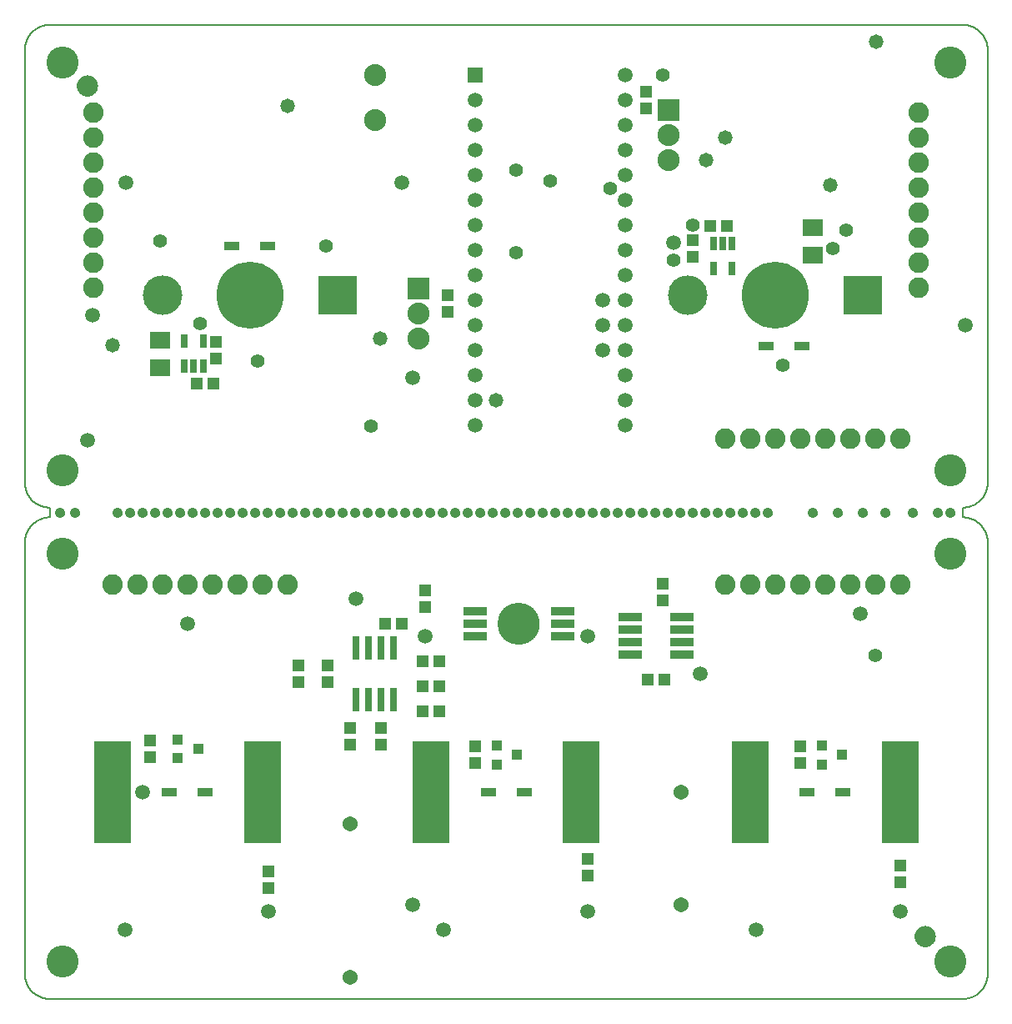
<source format=gbs>
G75*
%MOIN*%
%OFA0B0*%
%FSLAX25Y25*%
%IPPOS*%
%LPD*%
%AMOC8*
5,1,8,0,0,1.08239X$1,22.5*
%
%ADD10C,0.00000*%
%ADD11C,0.12800*%
%ADD12C,0.00600*%
%ADD13C,0.04200*%
%ADD14R,0.05950X0.05950*%
%ADD15C,0.05950*%
%ADD16C,0.08800*%
%ADD17C,0.08200*%
%ADD18R,0.04737X0.05131*%
%ADD19C,0.26800*%
%ADD20C,0.15800*%
%ADD21R,0.15800X0.15800*%
%ADD22C,0.10800*%
%ADD23R,0.09050X0.09050*%
%ADD24R,0.06400X0.03600*%
%ADD25R,0.04343X0.03950*%
%ADD26R,0.14580X0.40800*%
%ADD27R,0.09500X0.03200*%
%ADD28R,0.03162X0.09461*%
%ADD29C,0.16800*%
%ADD30R,0.09800X0.03200*%
%ADD31R,0.05131X0.04737*%
%ADD32R,0.02965X0.05524*%
%ADD33R,0.07887X0.07099*%
%ADD34C,0.00500*%
%ADD35C,0.05550*%
%ADD36C,0.05820*%
%ADD37C,0.05600*%
%ADD38C,0.05900*%
%ADD39C,0.06050*%
D10*
X0012000Y0016548D02*
X0012002Y0016702D01*
X0012008Y0016857D01*
X0012018Y0017011D01*
X0012032Y0017165D01*
X0012050Y0017318D01*
X0012071Y0017471D01*
X0012097Y0017624D01*
X0012127Y0017775D01*
X0012160Y0017926D01*
X0012198Y0018076D01*
X0012239Y0018225D01*
X0012284Y0018373D01*
X0012333Y0018519D01*
X0012386Y0018665D01*
X0012442Y0018808D01*
X0012502Y0018951D01*
X0012566Y0019091D01*
X0012633Y0019231D01*
X0012704Y0019368D01*
X0012778Y0019503D01*
X0012856Y0019637D01*
X0012937Y0019768D01*
X0013022Y0019897D01*
X0013110Y0020025D01*
X0013201Y0020149D01*
X0013295Y0020272D01*
X0013393Y0020392D01*
X0013493Y0020509D01*
X0013597Y0020624D01*
X0013703Y0020736D01*
X0013812Y0020845D01*
X0013924Y0020951D01*
X0014039Y0021055D01*
X0014156Y0021155D01*
X0014276Y0021253D01*
X0014399Y0021347D01*
X0014523Y0021438D01*
X0014651Y0021526D01*
X0014780Y0021611D01*
X0014911Y0021692D01*
X0015045Y0021770D01*
X0015180Y0021844D01*
X0015317Y0021915D01*
X0015457Y0021982D01*
X0015597Y0022046D01*
X0015740Y0022106D01*
X0015883Y0022162D01*
X0016029Y0022215D01*
X0016175Y0022264D01*
X0016323Y0022309D01*
X0016472Y0022350D01*
X0016622Y0022388D01*
X0016773Y0022421D01*
X0016924Y0022451D01*
X0017077Y0022477D01*
X0017230Y0022498D01*
X0017383Y0022516D01*
X0017537Y0022530D01*
X0017691Y0022540D01*
X0017846Y0022546D01*
X0018000Y0022548D01*
X0018154Y0022546D01*
X0018309Y0022540D01*
X0018463Y0022530D01*
X0018617Y0022516D01*
X0018770Y0022498D01*
X0018923Y0022477D01*
X0019076Y0022451D01*
X0019227Y0022421D01*
X0019378Y0022388D01*
X0019528Y0022350D01*
X0019677Y0022309D01*
X0019825Y0022264D01*
X0019971Y0022215D01*
X0020117Y0022162D01*
X0020260Y0022106D01*
X0020403Y0022046D01*
X0020543Y0021982D01*
X0020683Y0021915D01*
X0020820Y0021844D01*
X0020955Y0021770D01*
X0021089Y0021692D01*
X0021220Y0021611D01*
X0021349Y0021526D01*
X0021477Y0021438D01*
X0021601Y0021347D01*
X0021724Y0021253D01*
X0021844Y0021155D01*
X0021961Y0021055D01*
X0022076Y0020951D01*
X0022188Y0020845D01*
X0022297Y0020736D01*
X0022403Y0020624D01*
X0022507Y0020509D01*
X0022607Y0020392D01*
X0022705Y0020272D01*
X0022799Y0020149D01*
X0022890Y0020025D01*
X0022978Y0019897D01*
X0023063Y0019768D01*
X0023144Y0019637D01*
X0023222Y0019503D01*
X0023296Y0019368D01*
X0023367Y0019231D01*
X0023434Y0019091D01*
X0023498Y0018951D01*
X0023558Y0018808D01*
X0023614Y0018665D01*
X0023667Y0018519D01*
X0023716Y0018373D01*
X0023761Y0018225D01*
X0023802Y0018076D01*
X0023840Y0017926D01*
X0023873Y0017775D01*
X0023903Y0017624D01*
X0023929Y0017471D01*
X0023950Y0017318D01*
X0023968Y0017165D01*
X0023982Y0017011D01*
X0023992Y0016857D01*
X0023998Y0016702D01*
X0024000Y0016548D01*
X0023998Y0016394D01*
X0023992Y0016239D01*
X0023982Y0016085D01*
X0023968Y0015931D01*
X0023950Y0015778D01*
X0023929Y0015625D01*
X0023903Y0015472D01*
X0023873Y0015321D01*
X0023840Y0015170D01*
X0023802Y0015020D01*
X0023761Y0014871D01*
X0023716Y0014723D01*
X0023667Y0014577D01*
X0023614Y0014431D01*
X0023558Y0014288D01*
X0023498Y0014145D01*
X0023434Y0014005D01*
X0023367Y0013865D01*
X0023296Y0013728D01*
X0023222Y0013593D01*
X0023144Y0013459D01*
X0023063Y0013328D01*
X0022978Y0013199D01*
X0022890Y0013071D01*
X0022799Y0012947D01*
X0022705Y0012824D01*
X0022607Y0012704D01*
X0022507Y0012587D01*
X0022403Y0012472D01*
X0022297Y0012360D01*
X0022188Y0012251D01*
X0022076Y0012145D01*
X0021961Y0012041D01*
X0021844Y0011941D01*
X0021724Y0011843D01*
X0021601Y0011749D01*
X0021477Y0011658D01*
X0021349Y0011570D01*
X0021220Y0011485D01*
X0021089Y0011404D01*
X0020955Y0011326D01*
X0020820Y0011252D01*
X0020683Y0011181D01*
X0020543Y0011114D01*
X0020403Y0011050D01*
X0020260Y0010990D01*
X0020117Y0010934D01*
X0019971Y0010881D01*
X0019825Y0010832D01*
X0019677Y0010787D01*
X0019528Y0010746D01*
X0019378Y0010708D01*
X0019227Y0010675D01*
X0019076Y0010645D01*
X0018923Y0010619D01*
X0018770Y0010598D01*
X0018617Y0010580D01*
X0018463Y0010566D01*
X0018309Y0010556D01*
X0018154Y0010550D01*
X0018000Y0010548D01*
X0017846Y0010550D01*
X0017691Y0010556D01*
X0017537Y0010566D01*
X0017383Y0010580D01*
X0017230Y0010598D01*
X0017077Y0010619D01*
X0016924Y0010645D01*
X0016773Y0010675D01*
X0016622Y0010708D01*
X0016472Y0010746D01*
X0016323Y0010787D01*
X0016175Y0010832D01*
X0016029Y0010881D01*
X0015883Y0010934D01*
X0015740Y0010990D01*
X0015597Y0011050D01*
X0015457Y0011114D01*
X0015317Y0011181D01*
X0015180Y0011252D01*
X0015045Y0011326D01*
X0014911Y0011404D01*
X0014780Y0011485D01*
X0014651Y0011570D01*
X0014523Y0011658D01*
X0014399Y0011749D01*
X0014276Y0011843D01*
X0014156Y0011941D01*
X0014039Y0012041D01*
X0013924Y0012145D01*
X0013812Y0012251D01*
X0013703Y0012360D01*
X0013597Y0012472D01*
X0013493Y0012587D01*
X0013393Y0012704D01*
X0013295Y0012824D01*
X0013201Y0012947D01*
X0013110Y0013071D01*
X0013022Y0013199D01*
X0012937Y0013328D01*
X0012856Y0013459D01*
X0012778Y0013593D01*
X0012704Y0013728D01*
X0012633Y0013865D01*
X0012566Y0014005D01*
X0012502Y0014145D01*
X0012442Y0014288D01*
X0012386Y0014431D01*
X0012333Y0014577D01*
X0012284Y0014723D01*
X0012239Y0014871D01*
X0012198Y0015020D01*
X0012160Y0015170D01*
X0012127Y0015321D01*
X0012097Y0015472D01*
X0012071Y0015625D01*
X0012050Y0015778D01*
X0012032Y0015931D01*
X0012018Y0016085D01*
X0012008Y0016239D01*
X0012002Y0016394D01*
X0012000Y0016548D01*
X0034000Y0072048D02*
X0034002Y0072174D01*
X0034008Y0072300D01*
X0034018Y0072426D01*
X0034032Y0072552D01*
X0034050Y0072677D01*
X0034072Y0072801D01*
X0034097Y0072925D01*
X0034127Y0073048D01*
X0034160Y0073169D01*
X0034198Y0073290D01*
X0034239Y0073409D01*
X0034284Y0073528D01*
X0034332Y0073644D01*
X0034384Y0073759D01*
X0034440Y0073872D01*
X0034500Y0073984D01*
X0034563Y0074093D01*
X0034629Y0074201D01*
X0034698Y0074306D01*
X0034771Y0074409D01*
X0034848Y0074510D01*
X0034927Y0074608D01*
X0035009Y0074704D01*
X0035095Y0074797D01*
X0035183Y0074888D01*
X0035274Y0074975D01*
X0035368Y0075060D01*
X0035464Y0075141D01*
X0035563Y0075220D01*
X0035664Y0075295D01*
X0035768Y0075367D01*
X0035874Y0075436D01*
X0035982Y0075502D01*
X0036092Y0075564D01*
X0036204Y0075622D01*
X0036317Y0075677D01*
X0036433Y0075728D01*
X0036550Y0075776D01*
X0036668Y0075820D01*
X0036788Y0075860D01*
X0036909Y0075896D01*
X0037031Y0075929D01*
X0037154Y0075958D01*
X0037278Y0075982D01*
X0037402Y0076003D01*
X0037527Y0076020D01*
X0037653Y0076033D01*
X0037779Y0076042D01*
X0037905Y0076047D01*
X0038032Y0076048D01*
X0038158Y0076045D01*
X0038284Y0076038D01*
X0038410Y0076027D01*
X0038535Y0076012D01*
X0038660Y0075993D01*
X0038784Y0075970D01*
X0038908Y0075944D01*
X0039030Y0075913D01*
X0039152Y0075879D01*
X0039272Y0075840D01*
X0039391Y0075798D01*
X0039509Y0075753D01*
X0039625Y0075703D01*
X0039740Y0075650D01*
X0039852Y0075593D01*
X0039963Y0075533D01*
X0040072Y0075469D01*
X0040179Y0075402D01*
X0040284Y0075332D01*
X0040387Y0075258D01*
X0040487Y0075181D01*
X0040585Y0075101D01*
X0040680Y0075018D01*
X0040772Y0074932D01*
X0040862Y0074843D01*
X0040949Y0074751D01*
X0041032Y0074657D01*
X0041113Y0074560D01*
X0041191Y0074460D01*
X0041266Y0074358D01*
X0041337Y0074254D01*
X0041405Y0074147D01*
X0041469Y0074039D01*
X0041530Y0073928D01*
X0041588Y0073816D01*
X0041642Y0073702D01*
X0041692Y0073586D01*
X0041739Y0073469D01*
X0041782Y0073350D01*
X0041821Y0073230D01*
X0041857Y0073109D01*
X0041888Y0072986D01*
X0041916Y0072863D01*
X0041940Y0072739D01*
X0041960Y0072614D01*
X0041976Y0072489D01*
X0041988Y0072363D01*
X0041996Y0072237D01*
X0042000Y0072111D01*
X0042000Y0071985D01*
X0041996Y0071859D01*
X0041988Y0071733D01*
X0041976Y0071607D01*
X0041960Y0071482D01*
X0041940Y0071357D01*
X0041916Y0071233D01*
X0041888Y0071110D01*
X0041857Y0070987D01*
X0041821Y0070866D01*
X0041782Y0070746D01*
X0041739Y0070627D01*
X0041692Y0070510D01*
X0041642Y0070394D01*
X0041588Y0070280D01*
X0041530Y0070168D01*
X0041469Y0070057D01*
X0041405Y0069949D01*
X0041337Y0069842D01*
X0041266Y0069738D01*
X0041191Y0069636D01*
X0041113Y0069536D01*
X0041032Y0069439D01*
X0040949Y0069345D01*
X0040862Y0069253D01*
X0040772Y0069164D01*
X0040680Y0069078D01*
X0040585Y0068995D01*
X0040487Y0068915D01*
X0040387Y0068838D01*
X0040284Y0068764D01*
X0040179Y0068694D01*
X0040072Y0068627D01*
X0039963Y0068563D01*
X0039852Y0068503D01*
X0039740Y0068446D01*
X0039625Y0068393D01*
X0039509Y0068343D01*
X0039391Y0068298D01*
X0039272Y0068256D01*
X0039152Y0068217D01*
X0039030Y0068183D01*
X0038908Y0068152D01*
X0038784Y0068126D01*
X0038660Y0068103D01*
X0038535Y0068084D01*
X0038410Y0068069D01*
X0038284Y0068058D01*
X0038158Y0068051D01*
X0038032Y0068048D01*
X0037905Y0068049D01*
X0037779Y0068054D01*
X0037653Y0068063D01*
X0037527Y0068076D01*
X0037402Y0068093D01*
X0037278Y0068114D01*
X0037154Y0068138D01*
X0037031Y0068167D01*
X0036909Y0068200D01*
X0036788Y0068236D01*
X0036668Y0068276D01*
X0036550Y0068320D01*
X0036433Y0068368D01*
X0036317Y0068419D01*
X0036204Y0068474D01*
X0036092Y0068532D01*
X0035982Y0068594D01*
X0035874Y0068660D01*
X0035768Y0068729D01*
X0035664Y0068801D01*
X0035563Y0068876D01*
X0035464Y0068955D01*
X0035368Y0069036D01*
X0035274Y0069121D01*
X0035183Y0069208D01*
X0035095Y0069299D01*
X0035009Y0069392D01*
X0034927Y0069488D01*
X0034848Y0069586D01*
X0034771Y0069687D01*
X0034698Y0069790D01*
X0034629Y0069895D01*
X0034563Y0070003D01*
X0034500Y0070112D01*
X0034440Y0070224D01*
X0034384Y0070337D01*
X0034332Y0070452D01*
X0034284Y0070568D01*
X0034239Y0070687D01*
X0034198Y0070806D01*
X0034160Y0070927D01*
X0034127Y0071048D01*
X0034097Y0071171D01*
X0034072Y0071295D01*
X0034050Y0071419D01*
X0034032Y0071544D01*
X0034018Y0071670D01*
X0034008Y0071796D01*
X0034002Y0071922D01*
X0034000Y0072048D01*
X0034000Y0076048D02*
X0034002Y0076174D01*
X0034008Y0076300D01*
X0034018Y0076426D01*
X0034032Y0076552D01*
X0034050Y0076677D01*
X0034072Y0076801D01*
X0034097Y0076925D01*
X0034127Y0077048D01*
X0034160Y0077169D01*
X0034198Y0077290D01*
X0034239Y0077409D01*
X0034284Y0077528D01*
X0034332Y0077644D01*
X0034384Y0077759D01*
X0034440Y0077872D01*
X0034500Y0077984D01*
X0034563Y0078093D01*
X0034629Y0078201D01*
X0034698Y0078306D01*
X0034771Y0078409D01*
X0034848Y0078510D01*
X0034927Y0078608D01*
X0035009Y0078704D01*
X0035095Y0078797D01*
X0035183Y0078888D01*
X0035274Y0078975D01*
X0035368Y0079060D01*
X0035464Y0079141D01*
X0035563Y0079220D01*
X0035664Y0079295D01*
X0035768Y0079367D01*
X0035874Y0079436D01*
X0035982Y0079502D01*
X0036092Y0079564D01*
X0036204Y0079622D01*
X0036317Y0079677D01*
X0036433Y0079728D01*
X0036550Y0079776D01*
X0036668Y0079820D01*
X0036788Y0079860D01*
X0036909Y0079896D01*
X0037031Y0079929D01*
X0037154Y0079958D01*
X0037278Y0079982D01*
X0037402Y0080003D01*
X0037527Y0080020D01*
X0037653Y0080033D01*
X0037779Y0080042D01*
X0037905Y0080047D01*
X0038032Y0080048D01*
X0038158Y0080045D01*
X0038284Y0080038D01*
X0038410Y0080027D01*
X0038535Y0080012D01*
X0038660Y0079993D01*
X0038784Y0079970D01*
X0038908Y0079944D01*
X0039030Y0079913D01*
X0039152Y0079879D01*
X0039272Y0079840D01*
X0039391Y0079798D01*
X0039509Y0079753D01*
X0039625Y0079703D01*
X0039740Y0079650D01*
X0039852Y0079593D01*
X0039963Y0079533D01*
X0040072Y0079469D01*
X0040179Y0079402D01*
X0040284Y0079332D01*
X0040387Y0079258D01*
X0040487Y0079181D01*
X0040585Y0079101D01*
X0040680Y0079018D01*
X0040772Y0078932D01*
X0040862Y0078843D01*
X0040949Y0078751D01*
X0041032Y0078657D01*
X0041113Y0078560D01*
X0041191Y0078460D01*
X0041266Y0078358D01*
X0041337Y0078254D01*
X0041405Y0078147D01*
X0041469Y0078039D01*
X0041530Y0077928D01*
X0041588Y0077816D01*
X0041642Y0077702D01*
X0041692Y0077586D01*
X0041739Y0077469D01*
X0041782Y0077350D01*
X0041821Y0077230D01*
X0041857Y0077109D01*
X0041888Y0076986D01*
X0041916Y0076863D01*
X0041940Y0076739D01*
X0041960Y0076614D01*
X0041976Y0076489D01*
X0041988Y0076363D01*
X0041996Y0076237D01*
X0042000Y0076111D01*
X0042000Y0075985D01*
X0041996Y0075859D01*
X0041988Y0075733D01*
X0041976Y0075607D01*
X0041960Y0075482D01*
X0041940Y0075357D01*
X0041916Y0075233D01*
X0041888Y0075110D01*
X0041857Y0074987D01*
X0041821Y0074866D01*
X0041782Y0074746D01*
X0041739Y0074627D01*
X0041692Y0074510D01*
X0041642Y0074394D01*
X0041588Y0074280D01*
X0041530Y0074168D01*
X0041469Y0074057D01*
X0041405Y0073949D01*
X0041337Y0073842D01*
X0041266Y0073738D01*
X0041191Y0073636D01*
X0041113Y0073536D01*
X0041032Y0073439D01*
X0040949Y0073345D01*
X0040862Y0073253D01*
X0040772Y0073164D01*
X0040680Y0073078D01*
X0040585Y0072995D01*
X0040487Y0072915D01*
X0040387Y0072838D01*
X0040284Y0072764D01*
X0040179Y0072694D01*
X0040072Y0072627D01*
X0039963Y0072563D01*
X0039852Y0072503D01*
X0039740Y0072446D01*
X0039625Y0072393D01*
X0039509Y0072343D01*
X0039391Y0072298D01*
X0039272Y0072256D01*
X0039152Y0072217D01*
X0039030Y0072183D01*
X0038908Y0072152D01*
X0038784Y0072126D01*
X0038660Y0072103D01*
X0038535Y0072084D01*
X0038410Y0072069D01*
X0038284Y0072058D01*
X0038158Y0072051D01*
X0038032Y0072048D01*
X0037905Y0072049D01*
X0037779Y0072054D01*
X0037653Y0072063D01*
X0037527Y0072076D01*
X0037402Y0072093D01*
X0037278Y0072114D01*
X0037154Y0072138D01*
X0037031Y0072167D01*
X0036909Y0072200D01*
X0036788Y0072236D01*
X0036668Y0072276D01*
X0036550Y0072320D01*
X0036433Y0072368D01*
X0036317Y0072419D01*
X0036204Y0072474D01*
X0036092Y0072532D01*
X0035982Y0072594D01*
X0035874Y0072660D01*
X0035768Y0072729D01*
X0035664Y0072801D01*
X0035563Y0072876D01*
X0035464Y0072955D01*
X0035368Y0073036D01*
X0035274Y0073121D01*
X0035183Y0073208D01*
X0035095Y0073299D01*
X0035009Y0073392D01*
X0034927Y0073488D01*
X0034848Y0073586D01*
X0034771Y0073687D01*
X0034698Y0073790D01*
X0034629Y0073895D01*
X0034563Y0074003D01*
X0034500Y0074112D01*
X0034440Y0074224D01*
X0034384Y0074337D01*
X0034332Y0074452D01*
X0034284Y0074568D01*
X0034239Y0074687D01*
X0034198Y0074806D01*
X0034160Y0074927D01*
X0034127Y0075048D01*
X0034097Y0075171D01*
X0034072Y0075295D01*
X0034050Y0075419D01*
X0034032Y0075544D01*
X0034018Y0075670D01*
X0034008Y0075796D01*
X0034002Y0075922D01*
X0034000Y0076048D01*
X0034000Y0080048D02*
X0034002Y0080174D01*
X0034008Y0080300D01*
X0034018Y0080426D01*
X0034032Y0080552D01*
X0034050Y0080677D01*
X0034072Y0080801D01*
X0034097Y0080925D01*
X0034127Y0081048D01*
X0034160Y0081169D01*
X0034198Y0081290D01*
X0034239Y0081409D01*
X0034284Y0081528D01*
X0034332Y0081644D01*
X0034384Y0081759D01*
X0034440Y0081872D01*
X0034500Y0081984D01*
X0034563Y0082093D01*
X0034629Y0082201D01*
X0034698Y0082306D01*
X0034771Y0082409D01*
X0034848Y0082510D01*
X0034927Y0082608D01*
X0035009Y0082704D01*
X0035095Y0082797D01*
X0035183Y0082888D01*
X0035274Y0082975D01*
X0035368Y0083060D01*
X0035464Y0083141D01*
X0035563Y0083220D01*
X0035664Y0083295D01*
X0035768Y0083367D01*
X0035874Y0083436D01*
X0035982Y0083502D01*
X0036092Y0083564D01*
X0036204Y0083622D01*
X0036317Y0083677D01*
X0036433Y0083728D01*
X0036550Y0083776D01*
X0036668Y0083820D01*
X0036788Y0083860D01*
X0036909Y0083896D01*
X0037031Y0083929D01*
X0037154Y0083958D01*
X0037278Y0083982D01*
X0037402Y0084003D01*
X0037527Y0084020D01*
X0037653Y0084033D01*
X0037779Y0084042D01*
X0037905Y0084047D01*
X0038032Y0084048D01*
X0038158Y0084045D01*
X0038284Y0084038D01*
X0038410Y0084027D01*
X0038535Y0084012D01*
X0038660Y0083993D01*
X0038784Y0083970D01*
X0038908Y0083944D01*
X0039030Y0083913D01*
X0039152Y0083879D01*
X0039272Y0083840D01*
X0039391Y0083798D01*
X0039509Y0083753D01*
X0039625Y0083703D01*
X0039740Y0083650D01*
X0039852Y0083593D01*
X0039963Y0083533D01*
X0040072Y0083469D01*
X0040179Y0083402D01*
X0040284Y0083332D01*
X0040387Y0083258D01*
X0040487Y0083181D01*
X0040585Y0083101D01*
X0040680Y0083018D01*
X0040772Y0082932D01*
X0040862Y0082843D01*
X0040949Y0082751D01*
X0041032Y0082657D01*
X0041113Y0082560D01*
X0041191Y0082460D01*
X0041266Y0082358D01*
X0041337Y0082254D01*
X0041405Y0082147D01*
X0041469Y0082039D01*
X0041530Y0081928D01*
X0041588Y0081816D01*
X0041642Y0081702D01*
X0041692Y0081586D01*
X0041739Y0081469D01*
X0041782Y0081350D01*
X0041821Y0081230D01*
X0041857Y0081109D01*
X0041888Y0080986D01*
X0041916Y0080863D01*
X0041940Y0080739D01*
X0041960Y0080614D01*
X0041976Y0080489D01*
X0041988Y0080363D01*
X0041996Y0080237D01*
X0042000Y0080111D01*
X0042000Y0079985D01*
X0041996Y0079859D01*
X0041988Y0079733D01*
X0041976Y0079607D01*
X0041960Y0079482D01*
X0041940Y0079357D01*
X0041916Y0079233D01*
X0041888Y0079110D01*
X0041857Y0078987D01*
X0041821Y0078866D01*
X0041782Y0078746D01*
X0041739Y0078627D01*
X0041692Y0078510D01*
X0041642Y0078394D01*
X0041588Y0078280D01*
X0041530Y0078168D01*
X0041469Y0078057D01*
X0041405Y0077949D01*
X0041337Y0077842D01*
X0041266Y0077738D01*
X0041191Y0077636D01*
X0041113Y0077536D01*
X0041032Y0077439D01*
X0040949Y0077345D01*
X0040862Y0077253D01*
X0040772Y0077164D01*
X0040680Y0077078D01*
X0040585Y0076995D01*
X0040487Y0076915D01*
X0040387Y0076838D01*
X0040284Y0076764D01*
X0040179Y0076694D01*
X0040072Y0076627D01*
X0039963Y0076563D01*
X0039852Y0076503D01*
X0039740Y0076446D01*
X0039625Y0076393D01*
X0039509Y0076343D01*
X0039391Y0076298D01*
X0039272Y0076256D01*
X0039152Y0076217D01*
X0039030Y0076183D01*
X0038908Y0076152D01*
X0038784Y0076126D01*
X0038660Y0076103D01*
X0038535Y0076084D01*
X0038410Y0076069D01*
X0038284Y0076058D01*
X0038158Y0076051D01*
X0038032Y0076048D01*
X0037905Y0076049D01*
X0037779Y0076054D01*
X0037653Y0076063D01*
X0037527Y0076076D01*
X0037402Y0076093D01*
X0037278Y0076114D01*
X0037154Y0076138D01*
X0037031Y0076167D01*
X0036909Y0076200D01*
X0036788Y0076236D01*
X0036668Y0076276D01*
X0036550Y0076320D01*
X0036433Y0076368D01*
X0036317Y0076419D01*
X0036204Y0076474D01*
X0036092Y0076532D01*
X0035982Y0076594D01*
X0035874Y0076660D01*
X0035768Y0076729D01*
X0035664Y0076801D01*
X0035563Y0076876D01*
X0035464Y0076955D01*
X0035368Y0077036D01*
X0035274Y0077121D01*
X0035183Y0077208D01*
X0035095Y0077299D01*
X0035009Y0077392D01*
X0034927Y0077488D01*
X0034848Y0077586D01*
X0034771Y0077687D01*
X0034698Y0077790D01*
X0034629Y0077895D01*
X0034563Y0078003D01*
X0034500Y0078112D01*
X0034440Y0078224D01*
X0034384Y0078337D01*
X0034332Y0078452D01*
X0034284Y0078568D01*
X0034239Y0078687D01*
X0034198Y0078806D01*
X0034160Y0078927D01*
X0034127Y0079048D01*
X0034097Y0079171D01*
X0034072Y0079295D01*
X0034050Y0079419D01*
X0034032Y0079544D01*
X0034018Y0079670D01*
X0034008Y0079796D01*
X0034002Y0079922D01*
X0034000Y0080048D01*
X0034000Y0084048D02*
X0034002Y0084174D01*
X0034008Y0084300D01*
X0034018Y0084426D01*
X0034032Y0084552D01*
X0034050Y0084677D01*
X0034072Y0084801D01*
X0034097Y0084925D01*
X0034127Y0085048D01*
X0034160Y0085169D01*
X0034198Y0085290D01*
X0034239Y0085409D01*
X0034284Y0085528D01*
X0034332Y0085644D01*
X0034384Y0085759D01*
X0034440Y0085872D01*
X0034500Y0085984D01*
X0034563Y0086093D01*
X0034629Y0086201D01*
X0034698Y0086306D01*
X0034771Y0086409D01*
X0034848Y0086510D01*
X0034927Y0086608D01*
X0035009Y0086704D01*
X0035095Y0086797D01*
X0035183Y0086888D01*
X0035274Y0086975D01*
X0035368Y0087060D01*
X0035464Y0087141D01*
X0035563Y0087220D01*
X0035664Y0087295D01*
X0035768Y0087367D01*
X0035874Y0087436D01*
X0035982Y0087502D01*
X0036092Y0087564D01*
X0036204Y0087622D01*
X0036317Y0087677D01*
X0036433Y0087728D01*
X0036550Y0087776D01*
X0036668Y0087820D01*
X0036788Y0087860D01*
X0036909Y0087896D01*
X0037031Y0087929D01*
X0037154Y0087958D01*
X0037278Y0087982D01*
X0037402Y0088003D01*
X0037527Y0088020D01*
X0037653Y0088033D01*
X0037779Y0088042D01*
X0037905Y0088047D01*
X0038032Y0088048D01*
X0038158Y0088045D01*
X0038284Y0088038D01*
X0038410Y0088027D01*
X0038535Y0088012D01*
X0038660Y0087993D01*
X0038784Y0087970D01*
X0038908Y0087944D01*
X0039030Y0087913D01*
X0039152Y0087879D01*
X0039272Y0087840D01*
X0039391Y0087798D01*
X0039509Y0087753D01*
X0039625Y0087703D01*
X0039740Y0087650D01*
X0039852Y0087593D01*
X0039963Y0087533D01*
X0040072Y0087469D01*
X0040179Y0087402D01*
X0040284Y0087332D01*
X0040387Y0087258D01*
X0040487Y0087181D01*
X0040585Y0087101D01*
X0040680Y0087018D01*
X0040772Y0086932D01*
X0040862Y0086843D01*
X0040949Y0086751D01*
X0041032Y0086657D01*
X0041113Y0086560D01*
X0041191Y0086460D01*
X0041266Y0086358D01*
X0041337Y0086254D01*
X0041405Y0086147D01*
X0041469Y0086039D01*
X0041530Y0085928D01*
X0041588Y0085816D01*
X0041642Y0085702D01*
X0041692Y0085586D01*
X0041739Y0085469D01*
X0041782Y0085350D01*
X0041821Y0085230D01*
X0041857Y0085109D01*
X0041888Y0084986D01*
X0041916Y0084863D01*
X0041940Y0084739D01*
X0041960Y0084614D01*
X0041976Y0084489D01*
X0041988Y0084363D01*
X0041996Y0084237D01*
X0042000Y0084111D01*
X0042000Y0083985D01*
X0041996Y0083859D01*
X0041988Y0083733D01*
X0041976Y0083607D01*
X0041960Y0083482D01*
X0041940Y0083357D01*
X0041916Y0083233D01*
X0041888Y0083110D01*
X0041857Y0082987D01*
X0041821Y0082866D01*
X0041782Y0082746D01*
X0041739Y0082627D01*
X0041692Y0082510D01*
X0041642Y0082394D01*
X0041588Y0082280D01*
X0041530Y0082168D01*
X0041469Y0082057D01*
X0041405Y0081949D01*
X0041337Y0081842D01*
X0041266Y0081738D01*
X0041191Y0081636D01*
X0041113Y0081536D01*
X0041032Y0081439D01*
X0040949Y0081345D01*
X0040862Y0081253D01*
X0040772Y0081164D01*
X0040680Y0081078D01*
X0040585Y0080995D01*
X0040487Y0080915D01*
X0040387Y0080838D01*
X0040284Y0080764D01*
X0040179Y0080694D01*
X0040072Y0080627D01*
X0039963Y0080563D01*
X0039852Y0080503D01*
X0039740Y0080446D01*
X0039625Y0080393D01*
X0039509Y0080343D01*
X0039391Y0080298D01*
X0039272Y0080256D01*
X0039152Y0080217D01*
X0039030Y0080183D01*
X0038908Y0080152D01*
X0038784Y0080126D01*
X0038660Y0080103D01*
X0038535Y0080084D01*
X0038410Y0080069D01*
X0038284Y0080058D01*
X0038158Y0080051D01*
X0038032Y0080048D01*
X0037905Y0080049D01*
X0037779Y0080054D01*
X0037653Y0080063D01*
X0037527Y0080076D01*
X0037402Y0080093D01*
X0037278Y0080114D01*
X0037154Y0080138D01*
X0037031Y0080167D01*
X0036909Y0080200D01*
X0036788Y0080236D01*
X0036668Y0080276D01*
X0036550Y0080320D01*
X0036433Y0080368D01*
X0036317Y0080419D01*
X0036204Y0080474D01*
X0036092Y0080532D01*
X0035982Y0080594D01*
X0035874Y0080660D01*
X0035768Y0080729D01*
X0035664Y0080801D01*
X0035563Y0080876D01*
X0035464Y0080955D01*
X0035368Y0081036D01*
X0035274Y0081121D01*
X0035183Y0081208D01*
X0035095Y0081299D01*
X0035009Y0081392D01*
X0034927Y0081488D01*
X0034848Y0081586D01*
X0034771Y0081687D01*
X0034698Y0081790D01*
X0034629Y0081895D01*
X0034563Y0082003D01*
X0034500Y0082112D01*
X0034440Y0082224D01*
X0034384Y0082337D01*
X0034332Y0082452D01*
X0034284Y0082568D01*
X0034239Y0082687D01*
X0034198Y0082806D01*
X0034160Y0082927D01*
X0034127Y0083048D01*
X0034097Y0083171D01*
X0034072Y0083295D01*
X0034050Y0083419D01*
X0034032Y0083544D01*
X0034018Y0083670D01*
X0034008Y0083796D01*
X0034002Y0083922D01*
X0034000Y0084048D01*
X0034000Y0088048D02*
X0034002Y0088174D01*
X0034008Y0088300D01*
X0034018Y0088426D01*
X0034032Y0088552D01*
X0034050Y0088677D01*
X0034072Y0088801D01*
X0034097Y0088925D01*
X0034127Y0089048D01*
X0034160Y0089169D01*
X0034198Y0089290D01*
X0034239Y0089409D01*
X0034284Y0089528D01*
X0034332Y0089644D01*
X0034384Y0089759D01*
X0034440Y0089872D01*
X0034500Y0089984D01*
X0034563Y0090093D01*
X0034629Y0090201D01*
X0034698Y0090306D01*
X0034771Y0090409D01*
X0034848Y0090510D01*
X0034927Y0090608D01*
X0035009Y0090704D01*
X0035095Y0090797D01*
X0035183Y0090888D01*
X0035274Y0090975D01*
X0035368Y0091060D01*
X0035464Y0091141D01*
X0035563Y0091220D01*
X0035664Y0091295D01*
X0035768Y0091367D01*
X0035874Y0091436D01*
X0035982Y0091502D01*
X0036092Y0091564D01*
X0036204Y0091622D01*
X0036317Y0091677D01*
X0036433Y0091728D01*
X0036550Y0091776D01*
X0036668Y0091820D01*
X0036788Y0091860D01*
X0036909Y0091896D01*
X0037031Y0091929D01*
X0037154Y0091958D01*
X0037278Y0091982D01*
X0037402Y0092003D01*
X0037527Y0092020D01*
X0037653Y0092033D01*
X0037779Y0092042D01*
X0037905Y0092047D01*
X0038032Y0092048D01*
X0038158Y0092045D01*
X0038284Y0092038D01*
X0038410Y0092027D01*
X0038535Y0092012D01*
X0038660Y0091993D01*
X0038784Y0091970D01*
X0038908Y0091944D01*
X0039030Y0091913D01*
X0039152Y0091879D01*
X0039272Y0091840D01*
X0039391Y0091798D01*
X0039509Y0091753D01*
X0039625Y0091703D01*
X0039740Y0091650D01*
X0039852Y0091593D01*
X0039963Y0091533D01*
X0040072Y0091469D01*
X0040179Y0091402D01*
X0040284Y0091332D01*
X0040387Y0091258D01*
X0040487Y0091181D01*
X0040585Y0091101D01*
X0040680Y0091018D01*
X0040772Y0090932D01*
X0040862Y0090843D01*
X0040949Y0090751D01*
X0041032Y0090657D01*
X0041113Y0090560D01*
X0041191Y0090460D01*
X0041266Y0090358D01*
X0041337Y0090254D01*
X0041405Y0090147D01*
X0041469Y0090039D01*
X0041530Y0089928D01*
X0041588Y0089816D01*
X0041642Y0089702D01*
X0041692Y0089586D01*
X0041739Y0089469D01*
X0041782Y0089350D01*
X0041821Y0089230D01*
X0041857Y0089109D01*
X0041888Y0088986D01*
X0041916Y0088863D01*
X0041940Y0088739D01*
X0041960Y0088614D01*
X0041976Y0088489D01*
X0041988Y0088363D01*
X0041996Y0088237D01*
X0042000Y0088111D01*
X0042000Y0087985D01*
X0041996Y0087859D01*
X0041988Y0087733D01*
X0041976Y0087607D01*
X0041960Y0087482D01*
X0041940Y0087357D01*
X0041916Y0087233D01*
X0041888Y0087110D01*
X0041857Y0086987D01*
X0041821Y0086866D01*
X0041782Y0086746D01*
X0041739Y0086627D01*
X0041692Y0086510D01*
X0041642Y0086394D01*
X0041588Y0086280D01*
X0041530Y0086168D01*
X0041469Y0086057D01*
X0041405Y0085949D01*
X0041337Y0085842D01*
X0041266Y0085738D01*
X0041191Y0085636D01*
X0041113Y0085536D01*
X0041032Y0085439D01*
X0040949Y0085345D01*
X0040862Y0085253D01*
X0040772Y0085164D01*
X0040680Y0085078D01*
X0040585Y0084995D01*
X0040487Y0084915D01*
X0040387Y0084838D01*
X0040284Y0084764D01*
X0040179Y0084694D01*
X0040072Y0084627D01*
X0039963Y0084563D01*
X0039852Y0084503D01*
X0039740Y0084446D01*
X0039625Y0084393D01*
X0039509Y0084343D01*
X0039391Y0084298D01*
X0039272Y0084256D01*
X0039152Y0084217D01*
X0039030Y0084183D01*
X0038908Y0084152D01*
X0038784Y0084126D01*
X0038660Y0084103D01*
X0038535Y0084084D01*
X0038410Y0084069D01*
X0038284Y0084058D01*
X0038158Y0084051D01*
X0038032Y0084048D01*
X0037905Y0084049D01*
X0037779Y0084054D01*
X0037653Y0084063D01*
X0037527Y0084076D01*
X0037402Y0084093D01*
X0037278Y0084114D01*
X0037154Y0084138D01*
X0037031Y0084167D01*
X0036909Y0084200D01*
X0036788Y0084236D01*
X0036668Y0084276D01*
X0036550Y0084320D01*
X0036433Y0084368D01*
X0036317Y0084419D01*
X0036204Y0084474D01*
X0036092Y0084532D01*
X0035982Y0084594D01*
X0035874Y0084660D01*
X0035768Y0084729D01*
X0035664Y0084801D01*
X0035563Y0084876D01*
X0035464Y0084955D01*
X0035368Y0085036D01*
X0035274Y0085121D01*
X0035183Y0085208D01*
X0035095Y0085299D01*
X0035009Y0085392D01*
X0034927Y0085488D01*
X0034848Y0085586D01*
X0034771Y0085687D01*
X0034698Y0085790D01*
X0034629Y0085895D01*
X0034563Y0086003D01*
X0034500Y0086112D01*
X0034440Y0086224D01*
X0034384Y0086337D01*
X0034332Y0086452D01*
X0034284Y0086568D01*
X0034239Y0086687D01*
X0034198Y0086806D01*
X0034160Y0086927D01*
X0034127Y0087048D01*
X0034097Y0087171D01*
X0034072Y0087295D01*
X0034050Y0087419D01*
X0034032Y0087544D01*
X0034018Y0087670D01*
X0034008Y0087796D01*
X0034002Y0087922D01*
X0034000Y0088048D01*
X0034000Y0092048D02*
X0034002Y0092174D01*
X0034008Y0092300D01*
X0034018Y0092426D01*
X0034032Y0092552D01*
X0034050Y0092677D01*
X0034072Y0092801D01*
X0034097Y0092925D01*
X0034127Y0093048D01*
X0034160Y0093169D01*
X0034198Y0093290D01*
X0034239Y0093409D01*
X0034284Y0093528D01*
X0034332Y0093644D01*
X0034384Y0093759D01*
X0034440Y0093872D01*
X0034500Y0093984D01*
X0034563Y0094093D01*
X0034629Y0094201D01*
X0034698Y0094306D01*
X0034771Y0094409D01*
X0034848Y0094510D01*
X0034927Y0094608D01*
X0035009Y0094704D01*
X0035095Y0094797D01*
X0035183Y0094888D01*
X0035274Y0094975D01*
X0035368Y0095060D01*
X0035464Y0095141D01*
X0035563Y0095220D01*
X0035664Y0095295D01*
X0035768Y0095367D01*
X0035874Y0095436D01*
X0035982Y0095502D01*
X0036092Y0095564D01*
X0036204Y0095622D01*
X0036317Y0095677D01*
X0036433Y0095728D01*
X0036550Y0095776D01*
X0036668Y0095820D01*
X0036788Y0095860D01*
X0036909Y0095896D01*
X0037031Y0095929D01*
X0037154Y0095958D01*
X0037278Y0095982D01*
X0037402Y0096003D01*
X0037527Y0096020D01*
X0037653Y0096033D01*
X0037779Y0096042D01*
X0037905Y0096047D01*
X0038032Y0096048D01*
X0038158Y0096045D01*
X0038284Y0096038D01*
X0038410Y0096027D01*
X0038535Y0096012D01*
X0038660Y0095993D01*
X0038784Y0095970D01*
X0038908Y0095944D01*
X0039030Y0095913D01*
X0039152Y0095879D01*
X0039272Y0095840D01*
X0039391Y0095798D01*
X0039509Y0095753D01*
X0039625Y0095703D01*
X0039740Y0095650D01*
X0039852Y0095593D01*
X0039963Y0095533D01*
X0040072Y0095469D01*
X0040179Y0095402D01*
X0040284Y0095332D01*
X0040387Y0095258D01*
X0040487Y0095181D01*
X0040585Y0095101D01*
X0040680Y0095018D01*
X0040772Y0094932D01*
X0040862Y0094843D01*
X0040949Y0094751D01*
X0041032Y0094657D01*
X0041113Y0094560D01*
X0041191Y0094460D01*
X0041266Y0094358D01*
X0041337Y0094254D01*
X0041405Y0094147D01*
X0041469Y0094039D01*
X0041530Y0093928D01*
X0041588Y0093816D01*
X0041642Y0093702D01*
X0041692Y0093586D01*
X0041739Y0093469D01*
X0041782Y0093350D01*
X0041821Y0093230D01*
X0041857Y0093109D01*
X0041888Y0092986D01*
X0041916Y0092863D01*
X0041940Y0092739D01*
X0041960Y0092614D01*
X0041976Y0092489D01*
X0041988Y0092363D01*
X0041996Y0092237D01*
X0042000Y0092111D01*
X0042000Y0091985D01*
X0041996Y0091859D01*
X0041988Y0091733D01*
X0041976Y0091607D01*
X0041960Y0091482D01*
X0041940Y0091357D01*
X0041916Y0091233D01*
X0041888Y0091110D01*
X0041857Y0090987D01*
X0041821Y0090866D01*
X0041782Y0090746D01*
X0041739Y0090627D01*
X0041692Y0090510D01*
X0041642Y0090394D01*
X0041588Y0090280D01*
X0041530Y0090168D01*
X0041469Y0090057D01*
X0041405Y0089949D01*
X0041337Y0089842D01*
X0041266Y0089738D01*
X0041191Y0089636D01*
X0041113Y0089536D01*
X0041032Y0089439D01*
X0040949Y0089345D01*
X0040862Y0089253D01*
X0040772Y0089164D01*
X0040680Y0089078D01*
X0040585Y0088995D01*
X0040487Y0088915D01*
X0040387Y0088838D01*
X0040284Y0088764D01*
X0040179Y0088694D01*
X0040072Y0088627D01*
X0039963Y0088563D01*
X0039852Y0088503D01*
X0039740Y0088446D01*
X0039625Y0088393D01*
X0039509Y0088343D01*
X0039391Y0088298D01*
X0039272Y0088256D01*
X0039152Y0088217D01*
X0039030Y0088183D01*
X0038908Y0088152D01*
X0038784Y0088126D01*
X0038660Y0088103D01*
X0038535Y0088084D01*
X0038410Y0088069D01*
X0038284Y0088058D01*
X0038158Y0088051D01*
X0038032Y0088048D01*
X0037905Y0088049D01*
X0037779Y0088054D01*
X0037653Y0088063D01*
X0037527Y0088076D01*
X0037402Y0088093D01*
X0037278Y0088114D01*
X0037154Y0088138D01*
X0037031Y0088167D01*
X0036909Y0088200D01*
X0036788Y0088236D01*
X0036668Y0088276D01*
X0036550Y0088320D01*
X0036433Y0088368D01*
X0036317Y0088419D01*
X0036204Y0088474D01*
X0036092Y0088532D01*
X0035982Y0088594D01*
X0035874Y0088660D01*
X0035768Y0088729D01*
X0035664Y0088801D01*
X0035563Y0088876D01*
X0035464Y0088955D01*
X0035368Y0089036D01*
X0035274Y0089121D01*
X0035183Y0089208D01*
X0035095Y0089299D01*
X0035009Y0089392D01*
X0034927Y0089488D01*
X0034848Y0089586D01*
X0034771Y0089687D01*
X0034698Y0089790D01*
X0034629Y0089895D01*
X0034563Y0090003D01*
X0034500Y0090112D01*
X0034440Y0090224D01*
X0034384Y0090337D01*
X0034332Y0090452D01*
X0034284Y0090568D01*
X0034239Y0090687D01*
X0034198Y0090806D01*
X0034160Y0090927D01*
X0034127Y0091048D01*
X0034097Y0091171D01*
X0034072Y0091295D01*
X0034050Y0091419D01*
X0034032Y0091544D01*
X0034018Y0091670D01*
X0034008Y0091796D01*
X0034002Y0091922D01*
X0034000Y0092048D01*
X0034000Y0096048D02*
X0034002Y0096174D01*
X0034008Y0096300D01*
X0034018Y0096426D01*
X0034032Y0096552D01*
X0034050Y0096677D01*
X0034072Y0096801D01*
X0034097Y0096925D01*
X0034127Y0097048D01*
X0034160Y0097169D01*
X0034198Y0097290D01*
X0034239Y0097409D01*
X0034284Y0097528D01*
X0034332Y0097644D01*
X0034384Y0097759D01*
X0034440Y0097872D01*
X0034500Y0097984D01*
X0034563Y0098093D01*
X0034629Y0098201D01*
X0034698Y0098306D01*
X0034771Y0098409D01*
X0034848Y0098510D01*
X0034927Y0098608D01*
X0035009Y0098704D01*
X0035095Y0098797D01*
X0035183Y0098888D01*
X0035274Y0098975D01*
X0035368Y0099060D01*
X0035464Y0099141D01*
X0035563Y0099220D01*
X0035664Y0099295D01*
X0035768Y0099367D01*
X0035874Y0099436D01*
X0035982Y0099502D01*
X0036092Y0099564D01*
X0036204Y0099622D01*
X0036317Y0099677D01*
X0036433Y0099728D01*
X0036550Y0099776D01*
X0036668Y0099820D01*
X0036788Y0099860D01*
X0036909Y0099896D01*
X0037031Y0099929D01*
X0037154Y0099958D01*
X0037278Y0099982D01*
X0037402Y0100003D01*
X0037527Y0100020D01*
X0037653Y0100033D01*
X0037779Y0100042D01*
X0037905Y0100047D01*
X0038032Y0100048D01*
X0038158Y0100045D01*
X0038284Y0100038D01*
X0038410Y0100027D01*
X0038535Y0100012D01*
X0038660Y0099993D01*
X0038784Y0099970D01*
X0038908Y0099944D01*
X0039030Y0099913D01*
X0039152Y0099879D01*
X0039272Y0099840D01*
X0039391Y0099798D01*
X0039509Y0099753D01*
X0039625Y0099703D01*
X0039740Y0099650D01*
X0039852Y0099593D01*
X0039963Y0099533D01*
X0040072Y0099469D01*
X0040179Y0099402D01*
X0040284Y0099332D01*
X0040387Y0099258D01*
X0040487Y0099181D01*
X0040585Y0099101D01*
X0040680Y0099018D01*
X0040772Y0098932D01*
X0040862Y0098843D01*
X0040949Y0098751D01*
X0041032Y0098657D01*
X0041113Y0098560D01*
X0041191Y0098460D01*
X0041266Y0098358D01*
X0041337Y0098254D01*
X0041405Y0098147D01*
X0041469Y0098039D01*
X0041530Y0097928D01*
X0041588Y0097816D01*
X0041642Y0097702D01*
X0041692Y0097586D01*
X0041739Y0097469D01*
X0041782Y0097350D01*
X0041821Y0097230D01*
X0041857Y0097109D01*
X0041888Y0096986D01*
X0041916Y0096863D01*
X0041940Y0096739D01*
X0041960Y0096614D01*
X0041976Y0096489D01*
X0041988Y0096363D01*
X0041996Y0096237D01*
X0042000Y0096111D01*
X0042000Y0095985D01*
X0041996Y0095859D01*
X0041988Y0095733D01*
X0041976Y0095607D01*
X0041960Y0095482D01*
X0041940Y0095357D01*
X0041916Y0095233D01*
X0041888Y0095110D01*
X0041857Y0094987D01*
X0041821Y0094866D01*
X0041782Y0094746D01*
X0041739Y0094627D01*
X0041692Y0094510D01*
X0041642Y0094394D01*
X0041588Y0094280D01*
X0041530Y0094168D01*
X0041469Y0094057D01*
X0041405Y0093949D01*
X0041337Y0093842D01*
X0041266Y0093738D01*
X0041191Y0093636D01*
X0041113Y0093536D01*
X0041032Y0093439D01*
X0040949Y0093345D01*
X0040862Y0093253D01*
X0040772Y0093164D01*
X0040680Y0093078D01*
X0040585Y0092995D01*
X0040487Y0092915D01*
X0040387Y0092838D01*
X0040284Y0092764D01*
X0040179Y0092694D01*
X0040072Y0092627D01*
X0039963Y0092563D01*
X0039852Y0092503D01*
X0039740Y0092446D01*
X0039625Y0092393D01*
X0039509Y0092343D01*
X0039391Y0092298D01*
X0039272Y0092256D01*
X0039152Y0092217D01*
X0039030Y0092183D01*
X0038908Y0092152D01*
X0038784Y0092126D01*
X0038660Y0092103D01*
X0038535Y0092084D01*
X0038410Y0092069D01*
X0038284Y0092058D01*
X0038158Y0092051D01*
X0038032Y0092048D01*
X0037905Y0092049D01*
X0037779Y0092054D01*
X0037653Y0092063D01*
X0037527Y0092076D01*
X0037402Y0092093D01*
X0037278Y0092114D01*
X0037154Y0092138D01*
X0037031Y0092167D01*
X0036909Y0092200D01*
X0036788Y0092236D01*
X0036668Y0092276D01*
X0036550Y0092320D01*
X0036433Y0092368D01*
X0036317Y0092419D01*
X0036204Y0092474D01*
X0036092Y0092532D01*
X0035982Y0092594D01*
X0035874Y0092660D01*
X0035768Y0092729D01*
X0035664Y0092801D01*
X0035563Y0092876D01*
X0035464Y0092955D01*
X0035368Y0093036D01*
X0035274Y0093121D01*
X0035183Y0093208D01*
X0035095Y0093299D01*
X0035009Y0093392D01*
X0034927Y0093488D01*
X0034848Y0093586D01*
X0034771Y0093687D01*
X0034698Y0093790D01*
X0034629Y0093895D01*
X0034563Y0094003D01*
X0034500Y0094112D01*
X0034440Y0094224D01*
X0034384Y0094337D01*
X0034332Y0094452D01*
X0034284Y0094568D01*
X0034239Y0094687D01*
X0034198Y0094806D01*
X0034160Y0094927D01*
X0034127Y0095048D01*
X0034097Y0095171D01*
X0034072Y0095295D01*
X0034050Y0095419D01*
X0034032Y0095544D01*
X0034018Y0095670D01*
X0034008Y0095796D01*
X0034002Y0095922D01*
X0034000Y0096048D01*
X0094000Y0096048D02*
X0094002Y0096174D01*
X0094008Y0096300D01*
X0094018Y0096426D01*
X0094032Y0096552D01*
X0094050Y0096677D01*
X0094072Y0096801D01*
X0094097Y0096925D01*
X0094127Y0097048D01*
X0094160Y0097169D01*
X0094198Y0097290D01*
X0094239Y0097409D01*
X0094284Y0097528D01*
X0094332Y0097644D01*
X0094384Y0097759D01*
X0094440Y0097872D01*
X0094500Y0097984D01*
X0094563Y0098093D01*
X0094629Y0098201D01*
X0094698Y0098306D01*
X0094771Y0098409D01*
X0094848Y0098510D01*
X0094927Y0098608D01*
X0095009Y0098704D01*
X0095095Y0098797D01*
X0095183Y0098888D01*
X0095274Y0098975D01*
X0095368Y0099060D01*
X0095464Y0099141D01*
X0095563Y0099220D01*
X0095664Y0099295D01*
X0095768Y0099367D01*
X0095874Y0099436D01*
X0095982Y0099502D01*
X0096092Y0099564D01*
X0096204Y0099622D01*
X0096317Y0099677D01*
X0096433Y0099728D01*
X0096550Y0099776D01*
X0096668Y0099820D01*
X0096788Y0099860D01*
X0096909Y0099896D01*
X0097031Y0099929D01*
X0097154Y0099958D01*
X0097278Y0099982D01*
X0097402Y0100003D01*
X0097527Y0100020D01*
X0097653Y0100033D01*
X0097779Y0100042D01*
X0097905Y0100047D01*
X0098032Y0100048D01*
X0098158Y0100045D01*
X0098284Y0100038D01*
X0098410Y0100027D01*
X0098535Y0100012D01*
X0098660Y0099993D01*
X0098784Y0099970D01*
X0098908Y0099944D01*
X0099030Y0099913D01*
X0099152Y0099879D01*
X0099272Y0099840D01*
X0099391Y0099798D01*
X0099509Y0099753D01*
X0099625Y0099703D01*
X0099740Y0099650D01*
X0099852Y0099593D01*
X0099963Y0099533D01*
X0100072Y0099469D01*
X0100179Y0099402D01*
X0100284Y0099332D01*
X0100387Y0099258D01*
X0100487Y0099181D01*
X0100585Y0099101D01*
X0100680Y0099018D01*
X0100772Y0098932D01*
X0100862Y0098843D01*
X0100949Y0098751D01*
X0101032Y0098657D01*
X0101113Y0098560D01*
X0101191Y0098460D01*
X0101266Y0098358D01*
X0101337Y0098254D01*
X0101405Y0098147D01*
X0101469Y0098039D01*
X0101530Y0097928D01*
X0101588Y0097816D01*
X0101642Y0097702D01*
X0101692Y0097586D01*
X0101739Y0097469D01*
X0101782Y0097350D01*
X0101821Y0097230D01*
X0101857Y0097109D01*
X0101888Y0096986D01*
X0101916Y0096863D01*
X0101940Y0096739D01*
X0101960Y0096614D01*
X0101976Y0096489D01*
X0101988Y0096363D01*
X0101996Y0096237D01*
X0102000Y0096111D01*
X0102000Y0095985D01*
X0101996Y0095859D01*
X0101988Y0095733D01*
X0101976Y0095607D01*
X0101960Y0095482D01*
X0101940Y0095357D01*
X0101916Y0095233D01*
X0101888Y0095110D01*
X0101857Y0094987D01*
X0101821Y0094866D01*
X0101782Y0094746D01*
X0101739Y0094627D01*
X0101692Y0094510D01*
X0101642Y0094394D01*
X0101588Y0094280D01*
X0101530Y0094168D01*
X0101469Y0094057D01*
X0101405Y0093949D01*
X0101337Y0093842D01*
X0101266Y0093738D01*
X0101191Y0093636D01*
X0101113Y0093536D01*
X0101032Y0093439D01*
X0100949Y0093345D01*
X0100862Y0093253D01*
X0100772Y0093164D01*
X0100680Y0093078D01*
X0100585Y0092995D01*
X0100487Y0092915D01*
X0100387Y0092838D01*
X0100284Y0092764D01*
X0100179Y0092694D01*
X0100072Y0092627D01*
X0099963Y0092563D01*
X0099852Y0092503D01*
X0099740Y0092446D01*
X0099625Y0092393D01*
X0099509Y0092343D01*
X0099391Y0092298D01*
X0099272Y0092256D01*
X0099152Y0092217D01*
X0099030Y0092183D01*
X0098908Y0092152D01*
X0098784Y0092126D01*
X0098660Y0092103D01*
X0098535Y0092084D01*
X0098410Y0092069D01*
X0098284Y0092058D01*
X0098158Y0092051D01*
X0098032Y0092048D01*
X0097905Y0092049D01*
X0097779Y0092054D01*
X0097653Y0092063D01*
X0097527Y0092076D01*
X0097402Y0092093D01*
X0097278Y0092114D01*
X0097154Y0092138D01*
X0097031Y0092167D01*
X0096909Y0092200D01*
X0096788Y0092236D01*
X0096668Y0092276D01*
X0096550Y0092320D01*
X0096433Y0092368D01*
X0096317Y0092419D01*
X0096204Y0092474D01*
X0096092Y0092532D01*
X0095982Y0092594D01*
X0095874Y0092660D01*
X0095768Y0092729D01*
X0095664Y0092801D01*
X0095563Y0092876D01*
X0095464Y0092955D01*
X0095368Y0093036D01*
X0095274Y0093121D01*
X0095183Y0093208D01*
X0095095Y0093299D01*
X0095009Y0093392D01*
X0094927Y0093488D01*
X0094848Y0093586D01*
X0094771Y0093687D01*
X0094698Y0093790D01*
X0094629Y0093895D01*
X0094563Y0094003D01*
X0094500Y0094112D01*
X0094440Y0094224D01*
X0094384Y0094337D01*
X0094332Y0094452D01*
X0094284Y0094568D01*
X0094239Y0094687D01*
X0094198Y0094806D01*
X0094160Y0094927D01*
X0094127Y0095048D01*
X0094097Y0095171D01*
X0094072Y0095295D01*
X0094050Y0095419D01*
X0094032Y0095544D01*
X0094018Y0095670D01*
X0094008Y0095796D01*
X0094002Y0095922D01*
X0094000Y0096048D01*
X0094000Y0092048D02*
X0094002Y0092174D01*
X0094008Y0092300D01*
X0094018Y0092426D01*
X0094032Y0092552D01*
X0094050Y0092677D01*
X0094072Y0092801D01*
X0094097Y0092925D01*
X0094127Y0093048D01*
X0094160Y0093169D01*
X0094198Y0093290D01*
X0094239Y0093409D01*
X0094284Y0093528D01*
X0094332Y0093644D01*
X0094384Y0093759D01*
X0094440Y0093872D01*
X0094500Y0093984D01*
X0094563Y0094093D01*
X0094629Y0094201D01*
X0094698Y0094306D01*
X0094771Y0094409D01*
X0094848Y0094510D01*
X0094927Y0094608D01*
X0095009Y0094704D01*
X0095095Y0094797D01*
X0095183Y0094888D01*
X0095274Y0094975D01*
X0095368Y0095060D01*
X0095464Y0095141D01*
X0095563Y0095220D01*
X0095664Y0095295D01*
X0095768Y0095367D01*
X0095874Y0095436D01*
X0095982Y0095502D01*
X0096092Y0095564D01*
X0096204Y0095622D01*
X0096317Y0095677D01*
X0096433Y0095728D01*
X0096550Y0095776D01*
X0096668Y0095820D01*
X0096788Y0095860D01*
X0096909Y0095896D01*
X0097031Y0095929D01*
X0097154Y0095958D01*
X0097278Y0095982D01*
X0097402Y0096003D01*
X0097527Y0096020D01*
X0097653Y0096033D01*
X0097779Y0096042D01*
X0097905Y0096047D01*
X0098032Y0096048D01*
X0098158Y0096045D01*
X0098284Y0096038D01*
X0098410Y0096027D01*
X0098535Y0096012D01*
X0098660Y0095993D01*
X0098784Y0095970D01*
X0098908Y0095944D01*
X0099030Y0095913D01*
X0099152Y0095879D01*
X0099272Y0095840D01*
X0099391Y0095798D01*
X0099509Y0095753D01*
X0099625Y0095703D01*
X0099740Y0095650D01*
X0099852Y0095593D01*
X0099963Y0095533D01*
X0100072Y0095469D01*
X0100179Y0095402D01*
X0100284Y0095332D01*
X0100387Y0095258D01*
X0100487Y0095181D01*
X0100585Y0095101D01*
X0100680Y0095018D01*
X0100772Y0094932D01*
X0100862Y0094843D01*
X0100949Y0094751D01*
X0101032Y0094657D01*
X0101113Y0094560D01*
X0101191Y0094460D01*
X0101266Y0094358D01*
X0101337Y0094254D01*
X0101405Y0094147D01*
X0101469Y0094039D01*
X0101530Y0093928D01*
X0101588Y0093816D01*
X0101642Y0093702D01*
X0101692Y0093586D01*
X0101739Y0093469D01*
X0101782Y0093350D01*
X0101821Y0093230D01*
X0101857Y0093109D01*
X0101888Y0092986D01*
X0101916Y0092863D01*
X0101940Y0092739D01*
X0101960Y0092614D01*
X0101976Y0092489D01*
X0101988Y0092363D01*
X0101996Y0092237D01*
X0102000Y0092111D01*
X0102000Y0091985D01*
X0101996Y0091859D01*
X0101988Y0091733D01*
X0101976Y0091607D01*
X0101960Y0091482D01*
X0101940Y0091357D01*
X0101916Y0091233D01*
X0101888Y0091110D01*
X0101857Y0090987D01*
X0101821Y0090866D01*
X0101782Y0090746D01*
X0101739Y0090627D01*
X0101692Y0090510D01*
X0101642Y0090394D01*
X0101588Y0090280D01*
X0101530Y0090168D01*
X0101469Y0090057D01*
X0101405Y0089949D01*
X0101337Y0089842D01*
X0101266Y0089738D01*
X0101191Y0089636D01*
X0101113Y0089536D01*
X0101032Y0089439D01*
X0100949Y0089345D01*
X0100862Y0089253D01*
X0100772Y0089164D01*
X0100680Y0089078D01*
X0100585Y0088995D01*
X0100487Y0088915D01*
X0100387Y0088838D01*
X0100284Y0088764D01*
X0100179Y0088694D01*
X0100072Y0088627D01*
X0099963Y0088563D01*
X0099852Y0088503D01*
X0099740Y0088446D01*
X0099625Y0088393D01*
X0099509Y0088343D01*
X0099391Y0088298D01*
X0099272Y0088256D01*
X0099152Y0088217D01*
X0099030Y0088183D01*
X0098908Y0088152D01*
X0098784Y0088126D01*
X0098660Y0088103D01*
X0098535Y0088084D01*
X0098410Y0088069D01*
X0098284Y0088058D01*
X0098158Y0088051D01*
X0098032Y0088048D01*
X0097905Y0088049D01*
X0097779Y0088054D01*
X0097653Y0088063D01*
X0097527Y0088076D01*
X0097402Y0088093D01*
X0097278Y0088114D01*
X0097154Y0088138D01*
X0097031Y0088167D01*
X0096909Y0088200D01*
X0096788Y0088236D01*
X0096668Y0088276D01*
X0096550Y0088320D01*
X0096433Y0088368D01*
X0096317Y0088419D01*
X0096204Y0088474D01*
X0096092Y0088532D01*
X0095982Y0088594D01*
X0095874Y0088660D01*
X0095768Y0088729D01*
X0095664Y0088801D01*
X0095563Y0088876D01*
X0095464Y0088955D01*
X0095368Y0089036D01*
X0095274Y0089121D01*
X0095183Y0089208D01*
X0095095Y0089299D01*
X0095009Y0089392D01*
X0094927Y0089488D01*
X0094848Y0089586D01*
X0094771Y0089687D01*
X0094698Y0089790D01*
X0094629Y0089895D01*
X0094563Y0090003D01*
X0094500Y0090112D01*
X0094440Y0090224D01*
X0094384Y0090337D01*
X0094332Y0090452D01*
X0094284Y0090568D01*
X0094239Y0090687D01*
X0094198Y0090806D01*
X0094160Y0090927D01*
X0094127Y0091048D01*
X0094097Y0091171D01*
X0094072Y0091295D01*
X0094050Y0091419D01*
X0094032Y0091544D01*
X0094018Y0091670D01*
X0094008Y0091796D01*
X0094002Y0091922D01*
X0094000Y0092048D01*
X0094000Y0088048D02*
X0094002Y0088174D01*
X0094008Y0088300D01*
X0094018Y0088426D01*
X0094032Y0088552D01*
X0094050Y0088677D01*
X0094072Y0088801D01*
X0094097Y0088925D01*
X0094127Y0089048D01*
X0094160Y0089169D01*
X0094198Y0089290D01*
X0094239Y0089409D01*
X0094284Y0089528D01*
X0094332Y0089644D01*
X0094384Y0089759D01*
X0094440Y0089872D01*
X0094500Y0089984D01*
X0094563Y0090093D01*
X0094629Y0090201D01*
X0094698Y0090306D01*
X0094771Y0090409D01*
X0094848Y0090510D01*
X0094927Y0090608D01*
X0095009Y0090704D01*
X0095095Y0090797D01*
X0095183Y0090888D01*
X0095274Y0090975D01*
X0095368Y0091060D01*
X0095464Y0091141D01*
X0095563Y0091220D01*
X0095664Y0091295D01*
X0095768Y0091367D01*
X0095874Y0091436D01*
X0095982Y0091502D01*
X0096092Y0091564D01*
X0096204Y0091622D01*
X0096317Y0091677D01*
X0096433Y0091728D01*
X0096550Y0091776D01*
X0096668Y0091820D01*
X0096788Y0091860D01*
X0096909Y0091896D01*
X0097031Y0091929D01*
X0097154Y0091958D01*
X0097278Y0091982D01*
X0097402Y0092003D01*
X0097527Y0092020D01*
X0097653Y0092033D01*
X0097779Y0092042D01*
X0097905Y0092047D01*
X0098032Y0092048D01*
X0098158Y0092045D01*
X0098284Y0092038D01*
X0098410Y0092027D01*
X0098535Y0092012D01*
X0098660Y0091993D01*
X0098784Y0091970D01*
X0098908Y0091944D01*
X0099030Y0091913D01*
X0099152Y0091879D01*
X0099272Y0091840D01*
X0099391Y0091798D01*
X0099509Y0091753D01*
X0099625Y0091703D01*
X0099740Y0091650D01*
X0099852Y0091593D01*
X0099963Y0091533D01*
X0100072Y0091469D01*
X0100179Y0091402D01*
X0100284Y0091332D01*
X0100387Y0091258D01*
X0100487Y0091181D01*
X0100585Y0091101D01*
X0100680Y0091018D01*
X0100772Y0090932D01*
X0100862Y0090843D01*
X0100949Y0090751D01*
X0101032Y0090657D01*
X0101113Y0090560D01*
X0101191Y0090460D01*
X0101266Y0090358D01*
X0101337Y0090254D01*
X0101405Y0090147D01*
X0101469Y0090039D01*
X0101530Y0089928D01*
X0101588Y0089816D01*
X0101642Y0089702D01*
X0101692Y0089586D01*
X0101739Y0089469D01*
X0101782Y0089350D01*
X0101821Y0089230D01*
X0101857Y0089109D01*
X0101888Y0088986D01*
X0101916Y0088863D01*
X0101940Y0088739D01*
X0101960Y0088614D01*
X0101976Y0088489D01*
X0101988Y0088363D01*
X0101996Y0088237D01*
X0102000Y0088111D01*
X0102000Y0087985D01*
X0101996Y0087859D01*
X0101988Y0087733D01*
X0101976Y0087607D01*
X0101960Y0087482D01*
X0101940Y0087357D01*
X0101916Y0087233D01*
X0101888Y0087110D01*
X0101857Y0086987D01*
X0101821Y0086866D01*
X0101782Y0086746D01*
X0101739Y0086627D01*
X0101692Y0086510D01*
X0101642Y0086394D01*
X0101588Y0086280D01*
X0101530Y0086168D01*
X0101469Y0086057D01*
X0101405Y0085949D01*
X0101337Y0085842D01*
X0101266Y0085738D01*
X0101191Y0085636D01*
X0101113Y0085536D01*
X0101032Y0085439D01*
X0100949Y0085345D01*
X0100862Y0085253D01*
X0100772Y0085164D01*
X0100680Y0085078D01*
X0100585Y0084995D01*
X0100487Y0084915D01*
X0100387Y0084838D01*
X0100284Y0084764D01*
X0100179Y0084694D01*
X0100072Y0084627D01*
X0099963Y0084563D01*
X0099852Y0084503D01*
X0099740Y0084446D01*
X0099625Y0084393D01*
X0099509Y0084343D01*
X0099391Y0084298D01*
X0099272Y0084256D01*
X0099152Y0084217D01*
X0099030Y0084183D01*
X0098908Y0084152D01*
X0098784Y0084126D01*
X0098660Y0084103D01*
X0098535Y0084084D01*
X0098410Y0084069D01*
X0098284Y0084058D01*
X0098158Y0084051D01*
X0098032Y0084048D01*
X0097905Y0084049D01*
X0097779Y0084054D01*
X0097653Y0084063D01*
X0097527Y0084076D01*
X0097402Y0084093D01*
X0097278Y0084114D01*
X0097154Y0084138D01*
X0097031Y0084167D01*
X0096909Y0084200D01*
X0096788Y0084236D01*
X0096668Y0084276D01*
X0096550Y0084320D01*
X0096433Y0084368D01*
X0096317Y0084419D01*
X0096204Y0084474D01*
X0096092Y0084532D01*
X0095982Y0084594D01*
X0095874Y0084660D01*
X0095768Y0084729D01*
X0095664Y0084801D01*
X0095563Y0084876D01*
X0095464Y0084955D01*
X0095368Y0085036D01*
X0095274Y0085121D01*
X0095183Y0085208D01*
X0095095Y0085299D01*
X0095009Y0085392D01*
X0094927Y0085488D01*
X0094848Y0085586D01*
X0094771Y0085687D01*
X0094698Y0085790D01*
X0094629Y0085895D01*
X0094563Y0086003D01*
X0094500Y0086112D01*
X0094440Y0086224D01*
X0094384Y0086337D01*
X0094332Y0086452D01*
X0094284Y0086568D01*
X0094239Y0086687D01*
X0094198Y0086806D01*
X0094160Y0086927D01*
X0094127Y0087048D01*
X0094097Y0087171D01*
X0094072Y0087295D01*
X0094050Y0087419D01*
X0094032Y0087544D01*
X0094018Y0087670D01*
X0094008Y0087796D01*
X0094002Y0087922D01*
X0094000Y0088048D01*
X0094000Y0084048D02*
X0094002Y0084174D01*
X0094008Y0084300D01*
X0094018Y0084426D01*
X0094032Y0084552D01*
X0094050Y0084677D01*
X0094072Y0084801D01*
X0094097Y0084925D01*
X0094127Y0085048D01*
X0094160Y0085169D01*
X0094198Y0085290D01*
X0094239Y0085409D01*
X0094284Y0085528D01*
X0094332Y0085644D01*
X0094384Y0085759D01*
X0094440Y0085872D01*
X0094500Y0085984D01*
X0094563Y0086093D01*
X0094629Y0086201D01*
X0094698Y0086306D01*
X0094771Y0086409D01*
X0094848Y0086510D01*
X0094927Y0086608D01*
X0095009Y0086704D01*
X0095095Y0086797D01*
X0095183Y0086888D01*
X0095274Y0086975D01*
X0095368Y0087060D01*
X0095464Y0087141D01*
X0095563Y0087220D01*
X0095664Y0087295D01*
X0095768Y0087367D01*
X0095874Y0087436D01*
X0095982Y0087502D01*
X0096092Y0087564D01*
X0096204Y0087622D01*
X0096317Y0087677D01*
X0096433Y0087728D01*
X0096550Y0087776D01*
X0096668Y0087820D01*
X0096788Y0087860D01*
X0096909Y0087896D01*
X0097031Y0087929D01*
X0097154Y0087958D01*
X0097278Y0087982D01*
X0097402Y0088003D01*
X0097527Y0088020D01*
X0097653Y0088033D01*
X0097779Y0088042D01*
X0097905Y0088047D01*
X0098032Y0088048D01*
X0098158Y0088045D01*
X0098284Y0088038D01*
X0098410Y0088027D01*
X0098535Y0088012D01*
X0098660Y0087993D01*
X0098784Y0087970D01*
X0098908Y0087944D01*
X0099030Y0087913D01*
X0099152Y0087879D01*
X0099272Y0087840D01*
X0099391Y0087798D01*
X0099509Y0087753D01*
X0099625Y0087703D01*
X0099740Y0087650D01*
X0099852Y0087593D01*
X0099963Y0087533D01*
X0100072Y0087469D01*
X0100179Y0087402D01*
X0100284Y0087332D01*
X0100387Y0087258D01*
X0100487Y0087181D01*
X0100585Y0087101D01*
X0100680Y0087018D01*
X0100772Y0086932D01*
X0100862Y0086843D01*
X0100949Y0086751D01*
X0101032Y0086657D01*
X0101113Y0086560D01*
X0101191Y0086460D01*
X0101266Y0086358D01*
X0101337Y0086254D01*
X0101405Y0086147D01*
X0101469Y0086039D01*
X0101530Y0085928D01*
X0101588Y0085816D01*
X0101642Y0085702D01*
X0101692Y0085586D01*
X0101739Y0085469D01*
X0101782Y0085350D01*
X0101821Y0085230D01*
X0101857Y0085109D01*
X0101888Y0084986D01*
X0101916Y0084863D01*
X0101940Y0084739D01*
X0101960Y0084614D01*
X0101976Y0084489D01*
X0101988Y0084363D01*
X0101996Y0084237D01*
X0102000Y0084111D01*
X0102000Y0083985D01*
X0101996Y0083859D01*
X0101988Y0083733D01*
X0101976Y0083607D01*
X0101960Y0083482D01*
X0101940Y0083357D01*
X0101916Y0083233D01*
X0101888Y0083110D01*
X0101857Y0082987D01*
X0101821Y0082866D01*
X0101782Y0082746D01*
X0101739Y0082627D01*
X0101692Y0082510D01*
X0101642Y0082394D01*
X0101588Y0082280D01*
X0101530Y0082168D01*
X0101469Y0082057D01*
X0101405Y0081949D01*
X0101337Y0081842D01*
X0101266Y0081738D01*
X0101191Y0081636D01*
X0101113Y0081536D01*
X0101032Y0081439D01*
X0100949Y0081345D01*
X0100862Y0081253D01*
X0100772Y0081164D01*
X0100680Y0081078D01*
X0100585Y0080995D01*
X0100487Y0080915D01*
X0100387Y0080838D01*
X0100284Y0080764D01*
X0100179Y0080694D01*
X0100072Y0080627D01*
X0099963Y0080563D01*
X0099852Y0080503D01*
X0099740Y0080446D01*
X0099625Y0080393D01*
X0099509Y0080343D01*
X0099391Y0080298D01*
X0099272Y0080256D01*
X0099152Y0080217D01*
X0099030Y0080183D01*
X0098908Y0080152D01*
X0098784Y0080126D01*
X0098660Y0080103D01*
X0098535Y0080084D01*
X0098410Y0080069D01*
X0098284Y0080058D01*
X0098158Y0080051D01*
X0098032Y0080048D01*
X0097905Y0080049D01*
X0097779Y0080054D01*
X0097653Y0080063D01*
X0097527Y0080076D01*
X0097402Y0080093D01*
X0097278Y0080114D01*
X0097154Y0080138D01*
X0097031Y0080167D01*
X0096909Y0080200D01*
X0096788Y0080236D01*
X0096668Y0080276D01*
X0096550Y0080320D01*
X0096433Y0080368D01*
X0096317Y0080419D01*
X0096204Y0080474D01*
X0096092Y0080532D01*
X0095982Y0080594D01*
X0095874Y0080660D01*
X0095768Y0080729D01*
X0095664Y0080801D01*
X0095563Y0080876D01*
X0095464Y0080955D01*
X0095368Y0081036D01*
X0095274Y0081121D01*
X0095183Y0081208D01*
X0095095Y0081299D01*
X0095009Y0081392D01*
X0094927Y0081488D01*
X0094848Y0081586D01*
X0094771Y0081687D01*
X0094698Y0081790D01*
X0094629Y0081895D01*
X0094563Y0082003D01*
X0094500Y0082112D01*
X0094440Y0082224D01*
X0094384Y0082337D01*
X0094332Y0082452D01*
X0094284Y0082568D01*
X0094239Y0082687D01*
X0094198Y0082806D01*
X0094160Y0082927D01*
X0094127Y0083048D01*
X0094097Y0083171D01*
X0094072Y0083295D01*
X0094050Y0083419D01*
X0094032Y0083544D01*
X0094018Y0083670D01*
X0094008Y0083796D01*
X0094002Y0083922D01*
X0094000Y0084048D01*
X0094000Y0080048D02*
X0094002Y0080174D01*
X0094008Y0080300D01*
X0094018Y0080426D01*
X0094032Y0080552D01*
X0094050Y0080677D01*
X0094072Y0080801D01*
X0094097Y0080925D01*
X0094127Y0081048D01*
X0094160Y0081169D01*
X0094198Y0081290D01*
X0094239Y0081409D01*
X0094284Y0081528D01*
X0094332Y0081644D01*
X0094384Y0081759D01*
X0094440Y0081872D01*
X0094500Y0081984D01*
X0094563Y0082093D01*
X0094629Y0082201D01*
X0094698Y0082306D01*
X0094771Y0082409D01*
X0094848Y0082510D01*
X0094927Y0082608D01*
X0095009Y0082704D01*
X0095095Y0082797D01*
X0095183Y0082888D01*
X0095274Y0082975D01*
X0095368Y0083060D01*
X0095464Y0083141D01*
X0095563Y0083220D01*
X0095664Y0083295D01*
X0095768Y0083367D01*
X0095874Y0083436D01*
X0095982Y0083502D01*
X0096092Y0083564D01*
X0096204Y0083622D01*
X0096317Y0083677D01*
X0096433Y0083728D01*
X0096550Y0083776D01*
X0096668Y0083820D01*
X0096788Y0083860D01*
X0096909Y0083896D01*
X0097031Y0083929D01*
X0097154Y0083958D01*
X0097278Y0083982D01*
X0097402Y0084003D01*
X0097527Y0084020D01*
X0097653Y0084033D01*
X0097779Y0084042D01*
X0097905Y0084047D01*
X0098032Y0084048D01*
X0098158Y0084045D01*
X0098284Y0084038D01*
X0098410Y0084027D01*
X0098535Y0084012D01*
X0098660Y0083993D01*
X0098784Y0083970D01*
X0098908Y0083944D01*
X0099030Y0083913D01*
X0099152Y0083879D01*
X0099272Y0083840D01*
X0099391Y0083798D01*
X0099509Y0083753D01*
X0099625Y0083703D01*
X0099740Y0083650D01*
X0099852Y0083593D01*
X0099963Y0083533D01*
X0100072Y0083469D01*
X0100179Y0083402D01*
X0100284Y0083332D01*
X0100387Y0083258D01*
X0100487Y0083181D01*
X0100585Y0083101D01*
X0100680Y0083018D01*
X0100772Y0082932D01*
X0100862Y0082843D01*
X0100949Y0082751D01*
X0101032Y0082657D01*
X0101113Y0082560D01*
X0101191Y0082460D01*
X0101266Y0082358D01*
X0101337Y0082254D01*
X0101405Y0082147D01*
X0101469Y0082039D01*
X0101530Y0081928D01*
X0101588Y0081816D01*
X0101642Y0081702D01*
X0101692Y0081586D01*
X0101739Y0081469D01*
X0101782Y0081350D01*
X0101821Y0081230D01*
X0101857Y0081109D01*
X0101888Y0080986D01*
X0101916Y0080863D01*
X0101940Y0080739D01*
X0101960Y0080614D01*
X0101976Y0080489D01*
X0101988Y0080363D01*
X0101996Y0080237D01*
X0102000Y0080111D01*
X0102000Y0079985D01*
X0101996Y0079859D01*
X0101988Y0079733D01*
X0101976Y0079607D01*
X0101960Y0079482D01*
X0101940Y0079357D01*
X0101916Y0079233D01*
X0101888Y0079110D01*
X0101857Y0078987D01*
X0101821Y0078866D01*
X0101782Y0078746D01*
X0101739Y0078627D01*
X0101692Y0078510D01*
X0101642Y0078394D01*
X0101588Y0078280D01*
X0101530Y0078168D01*
X0101469Y0078057D01*
X0101405Y0077949D01*
X0101337Y0077842D01*
X0101266Y0077738D01*
X0101191Y0077636D01*
X0101113Y0077536D01*
X0101032Y0077439D01*
X0100949Y0077345D01*
X0100862Y0077253D01*
X0100772Y0077164D01*
X0100680Y0077078D01*
X0100585Y0076995D01*
X0100487Y0076915D01*
X0100387Y0076838D01*
X0100284Y0076764D01*
X0100179Y0076694D01*
X0100072Y0076627D01*
X0099963Y0076563D01*
X0099852Y0076503D01*
X0099740Y0076446D01*
X0099625Y0076393D01*
X0099509Y0076343D01*
X0099391Y0076298D01*
X0099272Y0076256D01*
X0099152Y0076217D01*
X0099030Y0076183D01*
X0098908Y0076152D01*
X0098784Y0076126D01*
X0098660Y0076103D01*
X0098535Y0076084D01*
X0098410Y0076069D01*
X0098284Y0076058D01*
X0098158Y0076051D01*
X0098032Y0076048D01*
X0097905Y0076049D01*
X0097779Y0076054D01*
X0097653Y0076063D01*
X0097527Y0076076D01*
X0097402Y0076093D01*
X0097278Y0076114D01*
X0097154Y0076138D01*
X0097031Y0076167D01*
X0096909Y0076200D01*
X0096788Y0076236D01*
X0096668Y0076276D01*
X0096550Y0076320D01*
X0096433Y0076368D01*
X0096317Y0076419D01*
X0096204Y0076474D01*
X0096092Y0076532D01*
X0095982Y0076594D01*
X0095874Y0076660D01*
X0095768Y0076729D01*
X0095664Y0076801D01*
X0095563Y0076876D01*
X0095464Y0076955D01*
X0095368Y0077036D01*
X0095274Y0077121D01*
X0095183Y0077208D01*
X0095095Y0077299D01*
X0095009Y0077392D01*
X0094927Y0077488D01*
X0094848Y0077586D01*
X0094771Y0077687D01*
X0094698Y0077790D01*
X0094629Y0077895D01*
X0094563Y0078003D01*
X0094500Y0078112D01*
X0094440Y0078224D01*
X0094384Y0078337D01*
X0094332Y0078452D01*
X0094284Y0078568D01*
X0094239Y0078687D01*
X0094198Y0078806D01*
X0094160Y0078927D01*
X0094127Y0079048D01*
X0094097Y0079171D01*
X0094072Y0079295D01*
X0094050Y0079419D01*
X0094032Y0079544D01*
X0094018Y0079670D01*
X0094008Y0079796D01*
X0094002Y0079922D01*
X0094000Y0080048D01*
X0094000Y0076048D02*
X0094002Y0076174D01*
X0094008Y0076300D01*
X0094018Y0076426D01*
X0094032Y0076552D01*
X0094050Y0076677D01*
X0094072Y0076801D01*
X0094097Y0076925D01*
X0094127Y0077048D01*
X0094160Y0077169D01*
X0094198Y0077290D01*
X0094239Y0077409D01*
X0094284Y0077528D01*
X0094332Y0077644D01*
X0094384Y0077759D01*
X0094440Y0077872D01*
X0094500Y0077984D01*
X0094563Y0078093D01*
X0094629Y0078201D01*
X0094698Y0078306D01*
X0094771Y0078409D01*
X0094848Y0078510D01*
X0094927Y0078608D01*
X0095009Y0078704D01*
X0095095Y0078797D01*
X0095183Y0078888D01*
X0095274Y0078975D01*
X0095368Y0079060D01*
X0095464Y0079141D01*
X0095563Y0079220D01*
X0095664Y0079295D01*
X0095768Y0079367D01*
X0095874Y0079436D01*
X0095982Y0079502D01*
X0096092Y0079564D01*
X0096204Y0079622D01*
X0096317Y0079677D01*
X0096433Y0079728D01*
X0096550Y0079776D01*
X0096668Y0079820D01*
X0096788Y0079860D01*
X0096909Y0079896D01*
X0097031Y0079929D01*
X0097154Y0079958D01*
X0097278Y0079982D01*
X0097402Y0080003D01*
X0097527Y0080020D01*
X0097653Y0080033D01*
X0097779Y0080042D01*
X0097905Y0080047D01*
X0098032Y0080048D01*
X0098158Y0080045D01*
X0098284Y0080038D01*
X0098410Y0080027D01*
X0098535Y0080012D01*
X0098660Y0079993D01*
X0098784Y0079970D01*
X0098908Y0079944D01*
X0099030Y0079913D01*
X0099152Y0079879D01*
X0099272Y0079840D01*
X0099391Y0079798D01*
X0099509Y0079753D01*
X0099625Y0079703D01*
X0099740Y0079650D01*
X0099852Y0079593D01*
X0099963Y0079533D01*
X0100072Y0079469D01*
X0100179Y0079402D01*
X0100284Y0079332D01*
X0100387Y0079258D01*
X0100487Y0079181D01*
X0100585Y0079101D01*
X0100680Y0079018D01*
X0100772Y0078932D01*
X0100862Y0078843D01*
X0100949Y0078751D01*
X0101032Y0078657D01*
X0101113Y0078560D01*
X0101191Y0078460D01*
X0101266Y0078358D01*
X0101337Y0078254D01*
X0101405Y0078147D01*
X0101469Y0078039D01*
X0101530Y0077928D01*
X0101588Y0077816D01*
X0101642Y0077702D01*
X0101692Y0077586D01*
X0101739Y0077469D01*
X0101782Y0077350D01*
X0101821Y0077230D01*
X0101857Y0077109D01*
X0101888Y0076986D01*
X0101916Y0076863D01*
X0101940Y0076739D01*
X0101960Y0076614D01*
X0101976Y0076489D01*
X0101988Y0076363D01*
X0101996Y0076237D01*
X0102000Y0076111D01*
X0102000Y0075985D01*
X0101996Y0075859D01*
X0101988Y0075733D01*
X0101976Y0075607D01*
X0101960Y0075482D01*
X0101940Y0075357D01*
X0101916Y0075233D01*
X0101888Y0075110D01*
X0101857Y0074987D01*
X0101821Y0074866D01*
X0101782Y0074746D01*
X0101739Y0074627D01*
X0101692Y0074510D01*
X0101642Y0074394D01*
X0101588Y0074280D01*
X0101530Y0074168D01*
X0101469Y0074057D01*
X0101405Y0073949D01*
X0101337Y0073842D01*
X0101266Y0073738D01*
X0101191Y0073636D01*
X0101113Y0073536D01*
X0101032Y0073439D01*
X0100949Y0073345D01*
X0100862Y0073253D01*
X0100772Y0073164D01*
X0100680Y0073078D01*
X0100585Y0072995D01*
X0100487Y0072915D01*
X0100387Y0072838D01*
X0100284Y0072764D01*
X0100179Y0072694D01*
X0100072Y0072627D01*
X0099963Y0072563D01*
X0099852Y0072503D01*
X0099740Y0072446D01*
X0099625Y0072393D01*
X0099509Y0072343D01*
X0099391Y0072298D01*
X0099272Y0072256D01*
X0099152Y0072217D01*
X0099030Y0072183D01*
X0098908Y0072152D01*
X0098784Y0072126D01*
X0098660Y0072103D01*
X0098535Y0072084D01*
X0098410Y0072069D01*
X0098284Y0072058D01*
X0098158Y0072051D01*
X0098032Y0072048D01*
X0097905Y0072049D01*
X0097779Y0072054D01*
X0097653Y0072063D01*
X0097527Y0072076D01*
X0097402Y0072093D01*
X0097278Y0072114D01*
X0097154Y0072138D01*
X0097031Y0072167D01*
X0096909Y0072200D01*
X0096788Y0072236D01*
X0096668Y0072276D01*
X0096550Y0072320D01*
X0096433Y0072368D01*
X0096317Y0072419D01*
X0096204Y0072474D01*
X0096092Y0072532D01*
X0095982Y0072594D01*
X0095874Y0072660D01*
X0095768Y0072729D01*
X0095664Y0072801D01*
X0095563Y0072876D01*
X0095464Y0072955D01*
X0095368Y0073036D01*
X0095274Y0073121D01*
X0095183Y0073208D01*
X0095095Y0073299D01*
X0095009Y0073392D01*
X0094927Y0073488D01*
X0094848Y0073586D01*
X0094771Y0073687D01*
X0094698Y0073790D01*
X0094629Y0073895D01*
X0094563Y0074003D01*
X0094500Y0074112D01*
X0094440Y0074224D01*
X0094384Y0074337D01*
X0094332Y0074452D01*
X0094284Y0074568D01*
X0094239Y0074687D01*
X0094198Y0074806D01*
X0094160Y0074927D01*
X0094127Y0075048D01*
X0094097Y0075171D01*
X0094072Y0075295D01*
X0094050Y0075419D01*
X0094032Y0075544D01*
X0094018Y0075670D01*
X0094008Y0075796D01*
X0094002Y0075922D01*
X0094000Y0076048D01*
X0094000Y0072048D02*
X0094002Y0072174D01*
X0094008Y0072300D01*
X0094018Y0072426D01*
X0094032Y0072552D01*
X0094050Y0072677D01*
X0094072Y0072801D01*
X0094097Y0072925D01*
X0094127Y0073048D01*
X0094160Y0073169D01*
X0094198Y0073290D01*
X0094239Y0073409D01*
X0094284Y0073528D01*
X0094332Y0073644D01*
X0094384Y0073759D01*
X0094440Y0073872D01*
X0094500Y0073984D01*
X0094563Y0074093D01*
X0094629Y0074201D01*
X0094698Y0074306D01*
X0094771Y0074409D01*
X0094848Y0074510D01*
X0094927Y0074608D01*
X0095009Y0074704D01*
X0095095Y0074797D01*
X0095183Y0074888D01*
X0095274Y0074975D01*
X0095368Y0075060D01*
X0095464Y0075141D01*
X0095563Y0075220D01*
X0095664Y0075295D01*
X0095768Y0075367D01*
X0095874Y0075436D01*
X0095982Y0075502D01*
X0096092Y0075564D01*
X0096204Y0075622D01*
X0096317Y0075677D01*
X0096433Y0075728D01*
X0096550Y0075776D01*
X0096668Y0075820D01*
X0096788Y0075860D01*
X0096909Y0075896D01*
X0097031Y0075929D01*
X0097154Y0075958D01*
X0097278Y0075982D01*
X0097402Y0076003D01*
X0097527Y0076020D01*
X0097653Y0076033D01*
X0097779Y0076042D01*
X0097905Y0076047D01*
X0098032Y0076048D01*
X0098158Y0076045D01*
X0098284Y0076038D01*
X0098410Y0076027D01*
X0098535Y0076012D01*
X0098660Y0075993D01*
X0098784Y0075970D01*
X0098908Y0075944D01*
X0099030Y0075913D01*
X0099152Y0075879D01*
X0099272Y0075840D01*
X0099391Y0075798D01*
X0099509Y0075753D01*
X0099625Y0075703D01*
X0099740Y0075650D01*
X0099852Y0075593D01*
X0099963Y0075533D01*
X0100072Y0075469D01*
X0100179Y0075402D01*
X0100284Y0075332D01*
X0100387Y0075258D01*
X0100487Y0075181D01*
X0100585Y0075101D01*
X0100680Y0075018D01*
X0100772Y0074932D01*
X0100862Y0074843D01*
X0100949Y0074751D01*
X0101032Y0074657D01*
X0101113Y0074560D01*
X0101191Y0074460D01*
X0101266Y0074358D01*
X0101337Y0074254D01*
X0101405Y0074147D01*
X0101469Y0074039D01*
X0101530Y0073928D01*
X0101588Y0073816D01*
X0101642Y0073702D01*
X0101692Y0073586D01*
X0101739Y0073469D01*
X0101782Y0073350D01*
X0101821Y0073230D01*
X0101857Y0073109D01*
X0101888Y0072986D01*
X0101916Y0072863D01*
X0101940Y0072739D01*
X0101960Y0072614D01*
X0101976Y0072489D01*
X0101988Y0072363D01*
X0101996Y0072237D01*
X0102000Y0072111D01*
X0102000Y0071985D01*
X0101996Y0071859D01*
X0101988Y0071733D01*
X0101976Y0071607D01*
X0101960Y0071482D01*
X0101940Y0071357D01*
X0101916Y0071233D01*
X0101888Y0071110D01*
X0101857Y0070987D01*
X0101821Y0070866D01*
X0101782Y0070746D01*
X0101739Y0070627D01*
X0101692Y0070510D01*
X0101642Y0070394D01*
X0101588Y0070280D01*
X0101530Y0070168D01*
X0101469Y0070057D01*
X0101405Y0069949D01*
X0101337Y0069842D01*
X0101266Y0069738D01*
X0101191Y0069636D01*
X0101113Y0069536D01*
X0101032Y0069439D01*
X0100949Y0069345D01*
X0100862Y0069253D01*
X0100772Y0069164D01*
X0100680Y0069078D01*
X0100585Y0068995D01*
X0100487Y0068915D01*
X0100387Y0068838D01*
X0100284Y0068764D01*
X0100179Y0068694D01*
X0100072Y0068627D01*
X0099963Y0068563D01*
X0099852Y0068503D01*
X0099740Y0068446D01*
X0099625Y0068393D01*
X0099509Y0068343D01*
X0099391Y0068298D01*
X0099272Y0068256D01*
X0099152Y0068217D01*
X0099030Y0068183D01*
X0098908Y0068152D01*
X0098784Y0068126D01*
X0098660Y0068103D01*
X0098535Y0068084D01*
X0098410Y0068069D01*
X0098284Y0068058D01*
X0098158Y0068051D01*
X0098032Y0068048D01*
X0097905Y0068049D01*
X0097779Y0068054D01*
X0097653Y0068063D01*
X0097527Y0068076D01*
X0097402Y0068093D01*
X0097278Y0068114D01*
X0097154Y0068138D01*
X0097031Y0068167D01*
X0096909Y0068200D01*
X0096788Y0068236D01*
X0096668Y0068276D01*
X0096550Y0068320D01*
X0096433Y0068368D01*
X0096317Y0068419D01*
X0096204Y0068474D01*
X0096092Y0068532D01*
X0095982Y0068594D01*
X0095874Y0068660D01*
X0095768Y0068729D01*
X0095664Y0068801D01*
X0095563Y0068876D01*
X0095464Y0068955D01*
X0095368Y0069036D01*
X0095274Y0069121D01*
X0095183Y0069208D01*
X0095095Y0069299D01*
X0095009Y0069392D01*
X0094927Y0069488D01*
X0094848Y0069586D01*
X0094771Y0069687D01*
X0094698Y0069790D01*
X0094629Y0069895D01*
X0094563Y0070003D01*
X0094500Y0070112D01*
X0094440Y0070224D01*
X0094384Y0070337D01*
X0094332Y0070452D01*
X0094284Y0070568D01*
X0094239Y0070687D01*
X0094198Y0070806D01*
X0094160Y0070927D01*
X0094127Y0071048D01*
X0094097Y0071171D01*
X0094072Y0071295D01*
X0094050Y0071419D01*
X0094032Y0071544D01*
X0094018Y0071670D01*
X0094008Y0071796D01*
X0094002Y0071922D01*
X0094000Y0072048D01*
X0161500Y0072048D02*
X0161502Y0072174D01*
X0161508Y0072300D01*
X0161518Y0072426D01*
X0161532Y0072552D01*
X0161550Y0072677D01*
X0161572Y0072801D01*
X0161597Y0072925D01*
X0161627Y0073048D01*
X0161660Y0073169D01*
X0161698Y0073290D01*
X0161739Y0073409D01*
X0161784Y0073528D01*
X0161832Y0073644D01*
X0161884Y0073759D01*
X0161940Y0073872D01*
X0162000Y0073984D01*
X0162063Y0074093D01*
X0162129Y0074201D01*
X0162198Y0074306D01*
X0162271Y0074409D01*
X0162348Y0074510D01*
X0162427Y0074608D01*
X0162509Y0074704D01*
X0162595Y0074797D01*
X0162683Y0074888D01*
X0162774Y0074975D01*
X0162868Y0075060D01*
X0162964Y0075141D01*
X0163063Y0075220D01*
X0163164Y0075295D01*
X0163268Y0075367D01*
X0163374Y0075436D01*
X0163482Y0075502D01*
X0163592Y0075564D01*
X0163704Y0075622D01*
X0163817Y0075677D01*
X0163933Y0075728D01*
X0164050Y0075776D01*
X0164168Y0075820D01*
X0164288Y0075860D01*
X0164409Y0075896D01*
X0164531Y0075929D01*
X0164654Y0075958D01*
X0164778Y0075982D01*
X0164902Y0076003D01*
X0165027Y0076020D01*
X0165153Y0076033D01*
X0165279Y0076042D01*
X0165405Y0076047D01*
X0165532Y0076048D01*
X0165658Y0076045D01*
X0165784Y0076038D01*
X0165910Y0076027D01*
X0166035Y0076012D01*
X0166160Y0075993D01*
X0166284Y0075970D01*
X0166408Y0075944D01*
X0166530Y0075913D01*
X0166652Y0075879D01*
X0166772Y0075840D01*
X0166891Y0075798D01*
X0167009Y0075753D01*
X0167125Y0075703D01*
X0167240Y0075650D01*
X0167352Y0075593D01*
X0167463Y0075533D01*
X0167572Y0075469D01*
X0167679Y0075402D01*
X0167784Y0075332D01*
X0167887Y0075258D01*
X0167987Y0075181D01*
X0168085Y0075101D01*
X0168180Y0075018D01*
X0168272Y0074932D01*
X0168362Y0074843D01*
X0168449Y0074751D01*
X0168532Y0074657D01*
X0168613Y0074560D01*
X0168691Y0074460D01*
X0168766Y0074358D01*
X0168837Y0074254D01*
X0168905Y0074147D01*
X0168969Y0074039D01*
X0169030Y0073928D01*
X0169088Y0073816D01*
X0169142Y0073702D01*
X0169192Y0073586D01*
X0169239Y0073469D01*
X0169282Y0073350D01*
X0169321Y0073230D01*
X0169357Y0073109D01*
X0169388Y0072986D01*
X0169416Y0072863D01*
X0169440Y0072739D01*
X0169460Y0072614D01*
X0169476Y0072489D01*
X0169488Y0072363D01*
X0169496Y0072237D01*
X0169500Y0072111D01*
X0169500Y0071985D01*
X0169496Y0071859D01*
X0169488Y0071733D01*
X0169476Y0071607D01*
X0169460Y0071482D01*
X0169440Y0071357D01*
X0169416Y0071233D01*
X0169388Y0071110D01*
X0169357Y0070987D01*
X0169321Y0070866D01*
X0169282Y0070746D01*
X0169239Y0070627D01*
X0169192Y0070510D01*
X0169142Y0070394D01*
X0169088Y0070280D01*
X0169030Y0070168D01*
X0168969Y0070057D01*
X0168905Y0069949D01*
X0168837Y0069842D01*
X0168766Y0069738D01*
X0168691Y0069636D01*
X0168613Y0069536D01*
X0168532Y0069439D01*
X0168449Y0069345D01*
X0168362Y0069253D01*
X0168272Y0069164D01*
X0168180Y0069078D01*
X0168085Y0068995D01*
X0167987Y0068915D01*
X0167887Y0068838D01*
X0167784Y0068764D01*
X0167679Y0068694D01*
X0167572Y0068627D01*
X0167463Y0068563D01*
X0167352Y0068503D01*
X0167240Y0068446D01*
X0167125Y0068393D01*
X0167009Y0068343D01*
X0166891Y0068298D01*
X0166772Y0068256D01*
X0166652Y0068217D01*
X0166530Y0068183D01*
X0166408Y0068152D01*
X0166284Y0068126D01*
X0166160Y0068103D01*
X0166035Y0068084D01*
X0165910Y0068069D01*
X0165784Y0068058D01*
X0165658Y0068051D01*
X0165532Y0068048D01*
X0165405Y0068049D01*
X0165279Y0068054D01*
X0165153Y0068063D01*
X0165027Y0068076D01*
X0164902Y0068093D01*
X0164778Y0068114D01*
X0164654Y0068138D01*
X0164531Y0068167D01*
X0164409Y0068200D01*
X0164288Y0068236D01*
X0164168Y0068276D01*
X0164050Y0068320D01*
X0163933Y0068368D01*
X0163817Y0068419D01*
X0163704Y0068474D01*
X0163592Y0068532D01*
X0163482Y0068594D01*
X0163374Y0068660D01*
X0163268Y0068729D01*
X0163164Y0068801D01*
X0163063Y0068876D01*
X0162964Y0068955D01*
X0162868Y0069036D01*
X0162774Y0069121D01*
X0162683Y0069208D01*
X0162595Y0069299D01*
X0162509Y0069392D01*
X0162427Y0069488D01*
X0162348Y0069586D01*
X0162271Y0069687D01*
X0162198Y0069790D01*
X0162129Y0069895D01*
X0162063Y0070003D01*
X0162000Y0070112D01*
X0161940Y0070224D01*
X0161884Y0070337D01*
X0161832Y0070452D01*
X0161784Y0070568D01*
X0161739Y0070687D01*
X0161698Y0070806D01*
X0161660Y0070927D01*
X0161627Y0071048D01*
X0161597Y0071171D01*
X0161572Y0071295D01*
X0161550Y0071419D01*
X0161532Y0071544D01*
X0161518Y0071670D01*
X0161508Y0071796D01*
X0161502Y0071922D01*
X0161500Y0072048D01*
X0161500Y0076048D02*
X0161502Y0076174D01*
X0161508Y0076300D01*
X0161518Y0076426D01*
X0161532Y0076552D01*
X0161550Y0076677D01*
X0161572Y0076801D01*
X0161597Y0076925D01*
X0161627Y0077048D01*
X0161660Y0077169D01*
X0161698Y0077290D01*
X0161739Y0077409D01*
X0161784Y0077528D01*
X0161832Y0077644D01*
X0161884Y0077759D01*
X0161940Y0077872D01*
X0162000Y0077984D01*
X0162063Y0078093D01*
X0162129Y0078201D01*
X0162198Y0078306D01*
X0162271Y0078409D01*
X0162348Y0078510D01*
X0162427Y0078608D01*
X0162509Y0078704D01*
X0162595Y0078797D01*
X0162683Y0078888D01*
X0162774Y0078975D01*
X0162868Y0079060D01*
X0162964Y0079141D01*
X0163063Y0079220D01*
X0163164Y0079295D01*
X0163268Y0079367D01*
X0163374Y0079436D01*
X0163482Y0079502D01*
X0163592Y0079564D01*
X0163704Y0079622D01*
X0163817Y0079677D01*
X0163933Y0079728D01*
X0164050Y0079776D01*
X0164168Y0079820D01*
X0164288Y0079860D01*
X0164409Y0079896D01*
X0164531Y0079929D01*
X0164654Y0079958D01*
X0164778Y0079982D01*
X0164902Y0080003D01*
X0165027Y0080020D01*
X0165153Y0080033D01*
X0165279Y0080042D01*
X0165405Y0080047D01*
X0165532Y0080048D01*
X0165658Y0080045D01*
X0165784Y0080038D01*
X0165910Y0080027D01*
X0166035Y0080012D01*
X0166160Y0079993D01*
X0166284Y0079970D01*
X0166408Y0079944D01*
X0166530Y0079913D01*
X0166652Y0079879D01*
X0166772Y0079840D01*
X0166891Y0079798D01*
X0167009Y0079753D01*
X0167125Y0079703D01*
X0167240Y0079650D01*
X0167352Y0079593D01*
X0167463Y0079533D01*
X0167572Y0079469D01*
X0167679Y0079402D01*
X0167784Y0079332D01*
X0167887Y0079258D01*
X0167987Y0079181D01*
X0168085Y0079101D01*
X0168180Y0079018D01*
X0168272Y0078932D01*
X0168362Y0078843D01*
X0168449Y0078751D01*
X0168532Y0078657D01*
X0168613Y0078560D01*
X0168691Y0078460D01*
X0168766Y0078358D01*
X0168837Y0078254D01*
X0168905Y0078147D01*
X0168969Y0078039D01*
X0169030Y0077928D01*
X0169088Y0077816D01*
X0169142Y0077702D01*
X0169192Y0077586D01*
X0169239Y0077469D01*
X0169282Y0077350D01*
X0169321Y0077230D01*
X0169357Y0077109D01*
X0169388Y0076986D01*
X0169416Y0076863D01*
X0169440Y0076739D01*
X0169460Y0076614D01*
X0169476Y0076489D01*
X0169488Y0076363D01*
X0169496Y0076237D01*
X0169500Y0076111D01*
X0169500Y0075985D01*
X0169496Y0075859D01*
X0169488Y0075733D01*
X0169476Y0075607D01*
X0169460Y0075482D01*
X0169440Y0075357D01*
X0169416Y0075233D01*
X0169388Y0075110D01*
X0169357Y0074987D01*
X0169321Y0074866D01*
X0169282Y0074746D01*
X0169239Y0074627D01*
X0169192Y0074510D01*
X0169142Y0074394D01*
X0169088Y0074280D01*
X0169030Y0074168D01*
X0168969Y0074057D01*
X0168905Y0073949D01*
X0168837Y0073842D01*
X0168766Y0073738D01*
X0168691Y0073636D01*
X0168613Y0073536D01*
X0168532Y0073439D01*
X0168449Y0073345D01*
X0168362Y0073253D01*
X0168272Y0073164D01*
X0168180Y0073078D01*
X0168085Y0072995D01*
X0167987Y0072915D01*
X0167887Y0072838D01*
X0167784Y0072764D01*
X0167679Y0072694D01*
X0167572Y0072627D01*
X0167463Y0072563D01*
X0167352Y0072503D01*
X0167240Y0072446D01*
X0167125Y0072393D01*
X0167009Y0072343D01*
X0166891Y0072298D01*
X0166772Y0072256D01*
X0166652Y0072217D01*
X0166530Y0072183D01*
X0166408Y0072152D01*
X0166284Y0072126D01*
X0166160Y0072103D01*
X0166035Y0072084D01*
X0165910Y0072069D01*
X0165784Y0072058D01*
X0165658Y0072051D01*
X0165532Y0072048D01*
X0165405Y0072049D01*
X0165279Y0072054D01*
X0165153Y0072063D01*
X0165027Y0072076D01*
X0164902Y0072093D01*
X0164778Y0072114D01*
X0164654Y0072138D01*
X0164531Y0072167D01*
X0164409Y0072200D01*
X0164288Y0072236D01*
X0164168Y0072276D01*
X0164050Y0072320D01*
X0163933Y0072368D01*
X0163817Y0072419D01*
X0163704Y0072474D01*
X0163592Y0072532D01*
X0163482Y0072594D01*
X0163374Y0072660D01*
X0163268Y0072729D01*
X0163164Y0072801D01*
X0163063Y0072876D01*
X0162964Y0072955D01*
X0162868Y0073036D01*
X0162774Y0073121D01*
X0162683Y0073208D01*
X0162595Y0073299D01*
X0162509Y0073392D01*
X0162427Y0073488D01*
X0162348Y0073586D01*
X0162271Y0073687D01*
X0162198Y0073790D01*
X0162129Y0073895D01*
X0162063Y0074003D01*
X0162000Y0074112D01*
X0161940Y0074224D01*
X0161884Y0074337D01*
X0161832Y0074452D01*
X0161784Y0074568D01*
X0161739Y0074687D01*
X0161698Y0074806D01*
X0161660Y0074927D01*
X0161627Y0075048D01*
X0161597Y0075171D01*
X0161572Y0075295D01*
X0161550Y0075419D01*
X0161532Y0075544D01*
X0161518Y0075670D01*
X0161508Y0075796D01*
X0161502Y0075922D01*
X0161500Y0076048D01*
X0161500Y0080048D02*
X0161502Y0080174D01*
X0161508Y0080300D01*
X0161518Y0080426D01*
X0161532Y0080552D01*
X0161550Y0080677D01*
X0161572Y0080801D01*
X0161597Y0080925D01*
X0161627Y0081048D01*
X0161660Y0081169D01*
X0161698Y0081290D01*
X0161739Y0081409D01*
X0161784Y0081528D01*
X0161832Y0081644D01*
X0161884Y0081759D01*
X0161940Y0081872D01*
X0162000Y0081984D01*
X0162063Y0082093D01*
X0162129Y0082201D01*
X0162198Y0082306D01*
X0162271Y0082409D01*
X0162348Y0082510D01*
X0162427Y0082608D01*
X0162509Y0082704D01*
X0162595Y0082797D01*
X0162683Y0082888D01*
X0162774Y0082975D01*
X0162868Y0083060D01*
X0162964Y0083141D01*
X0163063Y0083220D01*
X0163164Y0083295D01*
X0163268Y0083367D01*
X0163374Y0083436D01*
X0163482Y0083502D01*
X0163592Y0083564D01*
X0163704Y0083622D01*
X0163817Y0083677D01*
X0163933Y0083728D01*
X0164050Y0083776D01*
X0164168Y0083820D01*
X0164288Y0083860D01*
X0164409Y0083896D01*
X0164531Y0083929D01*
X0164654Y0083958D01*
X0164778Y0083982D01*
X0164902Y0084003D01*
X0165027Y0084020D01*
X0165153Y0084033D01*
X0165279Y0084042D01*
X0165405Y0084047D01*
X0165532Y0084048D01*
X0165658Y0084045D01*
X0165784Y0084038D01*
X0165910Y0084027D01*
X0166035Y0084012D01*
X0166160Y0083993D01*
X0166284Y0083970D01*
X0166408Y0083944D01*
X0166530Y0083913D01*
X0166652Y0083879D01*
X0166772Y0083840D01*
X0166891Y0083798D01*
X0167009Y0083753D01*
X0167125Y0083703D01*
X0167240Y0083650D01*
X0167352Y0083593D01*
X0167463Y0083533D01*
X0167572Y0083469D01*
X0167679Y0083402D01*
X0167784Y0083332D01*
X0167887Y0083258D01*
X0167987Y0083181D01*
X0168085Y0083101D01*
X0168180Y0083018D01*
X0168272Y0082932D01*
X0168362Y0082843D01*
X0168449Y0082751D01*
X0168532Y0082657D01*
X0168613Y0082560D01*
X0168691Y0082460D01*
X0168766Y0082358D01*
X0168837Y0082254D01*
X0168905Y0082147D01*
X0168969Y0082039D01*
X0169030Y0081928D01*
X0169088Y0081816D01*
X0169142Y0081702D01*
X0169192Y0081586D01*
X0169239Y0081469D01*
X0169282Y0081350D01*
X0169321Y0081230D01*
X0169357Y0081109D01*
X0169388Y0080986D01*
X0169416Y0080863D01*
X0169440Y0080739D01*
X0169460Y0080614D01*
X0169476Y0080489D01*
X0169488Y0080363D01*
X0169496Y0080237D01*
X0169500Y0080111D01*
X0169500Y0079985D01*
X0169496Y0079859D01*
X0169488Y0079733D01*
X0169476Y0079607D01*
X0169460Y0079482D01*
X0169440Y0079357D01*
X0169416Y0079233D01*
X0169388Y0079110D01*
X0169357Y0078987D01*
X0169321Y0078866D01*
X0169282Y0078746D01*
X0169239Y0078627D01*
X0169192Y0078510D01*
X0169142Y0078394D01*
X0169088Y0078280D01*
X0169030Y0078168D01*
X0168969Y0078057D01*
X0168905Y0077949D01*
X0168837Y0077842D01*
X0168766Y0077738D01*
X0168691Y0077636D01*
X0168613Y0077536D01*
X0168532Y0077439D01*
X0168449Y0077345D01*
X0168362Y0077253D01*
X0168272Y0077164D01*
X0168180Y0077078D01*
X0168085Y0076995D01*
X0167987Y0076915D01*
X0167887Y0076838D01*
X0167784Y0076764D01*
X0167679Y0076694D01*
X0167572Y0076627D01*
X0167463Y0076563D01*
X0167352Y0076503D01*
X0167240Y0076446D01*
X0167125Y0076393D01*
X0167009Y0076343D01*
X0166891Y0076298D01*
X0166772Y0076256D01*
X0166652Y0076217D01*
X0166530Y0076183D01*
X0166408Y0076152D01*
X0166284Y0076126D01*
X0166160Y0076103D01*
X0166035Y0076084D01*
X0165910Y0076069D01*
X0165784Y0076058D01*
X0165658Y0076051D01*
X0165532Y0076048D01*
X0165405Y0076049D01*
X0165279Y0076054D01*
X0165153Y0076063D01*
X0165027Y0076076D01*
X0164902Y0076093D01*
X0164778Y0076114D01*
X0164654Y0076138D01*
X0164531Y0076167D01*
X0164409Y0076200D01*
X0164288Y0076236D01*
X0164168Y0076276D01*
X0164050Y0076320D01*
X0163933Y0076368D01*
X0163817Y0076419D01*
X0163704Y0076474D01*
X0163592Y0076532D01*
X0163482Y0076594D01*
X0163374Y0076660D01*
X0163268Y0076729D01*
X0163164Y0076801D01*
X0163063Y0076876D01*
X0162964Y0076955D01*
X0162868Y0077036D01*
X0162774Y0077121D01*
X0162683Y0077208D01*
X0162595Y0077299D01*
X0162509Y0077392D01*
X0162427Y0077488D01*
X0162348Y0077586D01*
X0162271Y0077687D01*
X0162198Y0077790D01*
X0162129Y0077895D01*
X0162063Y0078003D01*
X0162000Y0078112D01*
X0161940Y0078224D01*
X0161884Y0078337D01*
X0161832Y0078452D01*
X0161784Y0078568D01*
X0161739Y0078687D01*
X0161698Y0078806D01*
X0161660Y0078927D01*
X0161627Y0079048D01*
X0161597Y0079171D01*
X0161572Y0079295D01*
X0161550Y0079419D01*
X0161532Y0079544D01*
X0161518Y0079670D01*
X0161508Y0079796D01*
X0161502Y0079922D01*
X0161500Y0080048D01*
X0161500Y0084048D02*
X0161502Y0084174D01*
X0161508Y0084300D01*
X0161518Y0084426D01*
X0161532Y0084552D01*
X0161550Y0084677D01*
X0161572Y0084801D01*
X0161597Y0084925D01*
X0161627Y0085048D01*
X0161660Y0085169D01*
X0161698Y0085290D01*
X0161739Y0085409D01*
X0161784Y0085528D01*
X0161832Y0085644D01*
X0161884Y0085759D01*
X0161940Y0085872D01*
X0162000Y0085984D01*
X0162063Y0086093D01*
X0162129Y0086201D01*
X0162198Y0086306D01*
X0162271Y0086409D01*
X0162348Y0086510D01*
X0162427Y0086608D01*
X0162509Y0086704D01*
X0162595Y0086797D01*
X0162683Y0086888D01*
X0162774Y0086975D01*
X0162868Y0087060D01*
X0162964Y0087141D01*
X0163063Y0087220D01*
X0163164Y0087295D01*
X0163268Y0087367D01*
X0163374Y0087436D01*
X0163482Y0087502D01*
X0163592Y0087564D01*
X0163704Y0087622D01*
X0163817Y0087677D01*
X0163933Y0087728D01*
X0164050Y0087776D01*
X0164168Y0087820D01*
X0164288Y0087860D01*
X0164409Y0087896D01*
X0164531Y0087929D01*
X0164654Y0087958D01*
X0164778Y0087982D01*
X0164902Y0088003D01*
X0165027Y0088020D01*
X0165153Y0088033D01*
X0165279Y0088042D01*
X0165405Y0088047D01*
X0165532Y0088048D01*
X0165658Y0088045D01*
X0165784Y0088038D01*
X0165910Y0088027D01*
X0166035Y0088012D01*
X0166160Y0087993D01*
X0166284Y0087970D01*
X0166408Y0087944D01*
X0166530Y0087913D01*
X0166652Y0087879D01*
X0166772Y0087840D01*
X0166891Y0087798D01*
X0167009Y0087753D01*
X0167125Y0087703D01*
X0167240Y0087650D01*
X0167352Y0087593D01*
X0167463Y0087533D01*
X0167572Y0087469D01*
X0167679Y0087402D01*
X0167784Y0087332D01*
X0167887Y0087258D01*
X0167987Y0087181D01*
X0168085Y0087101D01*
X0168180Y0087018D01*
X0168272Y0086932D01*
X0168362Y0086843D01*
X0168449Y0086751D01*
X0168532Y0086657D01*
X0168613Y0086560D01*
X0168691Y0086460D01*
X0168766Y0086358D01*
X0168837Y0086254D01*
X0168905Y0086147D01*
X0168969Y0086039D01*
X0169030Y0085928D01*
X0169088Y0085816D01*
X0169142Y0085702D01*
X0169192Y0085586D01*
X0169239Y0085469D01*
X0169282Y0085350D01*
X0169321Y0085230D01*
X0169357Y0085109D01*
X0169388Y0084986D01*
X0169416Y0084863D01*
X0169440Y0084739D01*
X0169460Y0084614D01*
X0169476Y0084489D01*
X0169488Y0084363D01*
X0169496Y0084237D01*
X0169500Y0084111D01*
X0169500Y0083985D01*
X0169496Y0083859D01*
X0169488Y0083733D01*
X0169476Y0083607D01*
X0169460Y0083482D01*
X0169440Y0083357D01*
X0169416Y0083233D01*
X0169388Y0083110D01*
X0169357Y0082987D01*
X0169321Y0082866D01*
X0169282Y0082746D01*
X0169239Y0082627D01*
X0169192Y0082510D01*
X0169142Y0082394D01*
X0169088Y0082280D01*
X0169030Y0082168D01*
X0168969Y0082057D01*
X0168905Y0081949D01*
X0168837Y0081842D01*
X0168766Y0081738D01*
X0168691Y0081636D01*
X0168613Y0081536D01*
X0168532Y0081439D01*
X0168449Y0081345D01*
X0168362Y0081253D01*
X0168272Y0081164D01*
X0168180Y0081078D01*
X0168085Y0080995D01*
X0167987Y0080915D01*
X0167887Y0080838D01*
X0167784Y0080764D01*
X0167679Y0080694D01*
X0167572Y0080627D01*
X0167463Y0080563D01*
X0167352Y0080503D01*
X0167240Y0080446D01*
X0167125Y0080393D01*
X0167009Y0080343D01*
X0166891Y0080298D01*
X0166772Y0080256D01*
X0166652Y0080217D01*
X0166530Y0080183D01*
X0166408Y0080152D01*
X0166284Y0080126D01*
X0166160Y0080103D01*
X0166035Y0080084D01*
X0165910Y0080069D01*
X0165784Y0080058D01*
X0165658Y0080051D01*
X0165532Y0080048D01*
X0165405Y0080049D01*
X0165279Y0080054D01*
X0165153Y0080063D01*
X0165027Y0080076D01*
X0164902Y0080093D01*
X0164778Y0080114D01*
X0164654Y0080138D01*
X0164531Y0080167D01*
X0164409Y0080200D01*
X0164288Y0080236D01*
X0164168Y0080276D01*
X0164050Y0080320D01*
X0163933Y0080368D01*
X0163817Y0080419D01*
X0163704Y0080474D01*
X0163592Y0080532D01*
X0163482Y0080594D01*
X0163374Y0080660D01*
X0163268Y0080729D01*
X0163164Y0080801D01*
X0163063Y0080876D01*
X0162964Y0080955D01*
X0162868Y0081036D01*
X0162774Y0081121D01*
X0162683Y0081208D01*
X0162595Y0081299D01*
X0162509Y0081392D01*
X0162427Y0081488D01*
X0162348Y0081586D01*
X0162271Y0081687D01*
X0162198Y0081790D01*
X0162129Y0081895D01*
X0162063Y0082003D01*
X0162000Y0082112D01*
X0161940Y0082224D01*
X0161884Y0082337D01*
X0161832Y0082452D01*
X0161784Y0082568D01*
X0161739Y0082687D01*
X0161698Y0082806D01*
X0161660Y0082927D01*
X0161627Y0083048D01*
X0161597Y0083171D01*
X0161572Y0083295D01*
X0161550Y0083419D01*
X0161532Y0083544D01*
X0161518Y0083670D01*
X0161508Y0083796D01*
X0161502Y0083922D01*
X0161500Y0084048D01*
X0161500Y0088048D02*
X0161502Y0088174D01*
X0161508Y0088300D01*
X0161518Y0088426D01*
X0161532Y0088552D01*
X0161550Y0088677D01*
X0161572Y0088801D01*
X0161597Y0088925D01*
X0161627Y0089048D01*
X0161660Y0089169D01*
X0161698Y0089290D01*
X0161739Y0089409D01*
X0161784Y0089528D01*
X0161832Y0089644D01*
X0161884Y0089759D01*
X0161940Y0089872D01*
X0162000Y0089984D01*
X0162063Y0090093D01*
X0162129Y0090201D01*
X0162198Y0090306D01*
X0162271Y0090409D01*
X0162348Y0090510D01*
X0162427Y0090608D01*
X0162509Y0090704D01*
X0162595Y0090797D01*
X0162683Y0090888D01*
X0162774Y0090975D01*
X0162868Y0091060D01*
X0162964Y0091141D01*
X0163063Y0091220D01*
X0163164Y0091295D01*
X0163268Y0091367D01*
X0163374Y0091436D01*
X0163482Y0091502D01*
X0163592Y0091564D01*
X0163704Y0091622D01*
X0163817Y0091677D01*
X0163933Y0091728D01*
X0164050Y0091776D01*
X0164168Y0091820D01*
X0164288Y0091860D01*
X0164409Y0091896D01*
X0164531Y0091929D01*
X0164654Y0091958D01*
X0164778Y0091982D01*
X0164902Y0092003D01*
X0165027Y0092020D01*
X0165153Y0092033D01*
X0165279Y0092042D01*
X0165405Y0092047D01*
X0165532Y0092048D01*
X0165658Y0092045D01*
X0165784Y0092038D01*
X0165910Y0092027D01*
X0166035Y0092012D01*
X0166160Y0091993D01*
X0166284Y0091970D01*
X0166408Y0091944D01*
X0166530Y0091913D01*
X0166652Y0091879D01*
X0166772Y0091840D01*
X0166891Y0091798D01*
X0167009Y0091753D01*
X0167125Y0091703D01*
X0167240Y0091650D01*
X0167352Y0091593D01*
X0167463Y0091533D01*
X0167572Y0091469D01*
X0167679Y0091402D01*
X0167784Y0091332D01*
X0167887Y0091258D01*
X0167987Y0091181D01*
X0168085Y0091101D01*
X0168180Y0091018D01*
X0168272Y0090932D01*
X0168362Y0090843D01*
X0168449Y0090751D01*
X0168532Y0090657D01*
X0168613Y0090560D01*
X0168691Y0090460D01*
X0168766Y0090358D01*
X0168837Y0090254D01*
X0168905Y0090147D01*
X0168969Y0090039D01*
X0169030Y0089928D01*
X0169088Y0089816D01*
X0169142Y0089702D01*
X0169192Y0089586D01*
X0169239Y0089469D01*
X0169282Y0089350D01*
X0169321Y0089230D01*
X0169357Y0089109D01*
X0169388Y0088986D01*
X0169416Y0088863D01*
X0169440Y0088739D01*
X0169460Y0088614D01*
X0169476Y0088489D01*
X0169488Y0088363D01*
X0169496Y0088237D01*
X0169500Y0088111D01*
X0169500Y0087985D01*
X0169496Y0087859D01*
X0169488Y0087733D01*
X0169476Y0087607D01*
X0169460Y0087482D01*
X0169440Y0087357D01*
X0169416Y0087233D01*
X0169388Y0087110D01*
X0169357Y0086987D01*
X0169321Y0086866D01*
X0169282Y0086746D01*
X0169239Y0086627D01*
X0169192Y0086510D01*
X0169142Y0086394D01*
X0169088Y0086280D01*
X0169030Y0086168D01*
X0168969Y0086057D01*
X0168905Y0085949D01*
X0168837Y0085842D01*
X0168766Y0085738D01*
X0168691Y0085636D01*
X0168613Y0085536D01*
X0168532Y0085439D01*
X0168449Y0085345D01*
X0168362Y0085253D01*
X0168272Y0085164D01*
X0168180Y0085078D01*
X0168085Y0084995D01*
X0167987Y0084915D01*
X0167887Y0084838D01*
X0167784Y0084764D01*
X0167679Y0084694D01*
X0167572Y0084627D01*
X0167463Y0084563D01*
X0167352Y0084503D01*
X0167240Y0084446D01*
X0167125Y0084393D01*
X0167009Y0084343D01*
X0166891Y0084298D01*
X0166772Y0084256D01*
X0166652Y0084217D01*
X0166530Y0084183D01*
X0166408Y0084152D01*
X0166284Y0084126D01*
X0166160Y0084103D01*
X0166035Y0084084D01*
X0165910Y0084069D01*
X0165784Y0084058D01*
X0165658Y0084051D01*
X0165532Y0084048D01*
X0165405Y0084049D01*
X0165279Y0084054D01*
X0165153Y0084063D01*
X0165027Y0084076D01*
X0164902Y0084093D01*
X0164778Y0084114D01*
X0164654Y0084138D01*
X0164531Y0084167D01*
X0164409Y0084200D01*
X0164288Y0084236D01*
X0164168Y0084276D01*
X0164050Y0084320D01*
X0163933Y0084368D01*
X0163817Y0084419D01*
X0163704Y0084474D01*
X0163592Y0084532D01*
X0163482Y0084594D01*
X0163374Y0084660D01*
X0163268Y0084729D01*
X0163164Y0084801D01*
X0163063Y0084876D01*
X0162964Y0084955D01*
X0162868Y0085036D01*
X0162774Y0085121D01*
X0162683Y0085208D01*
X0162595Y0085299D01*
X0162509Y0085392D01*
X0162427Y0085488D01*
X0162348Y0085586D01*
X0162271Y0085687D01*
X0162198Y0085790D01*
X0162129Y0085895D01*
X0162063Y0086003D01*
X0162000Y0086112D01*
X0161940Y0086224D01*
X0161884Y0086337D01*
X0161832Y0086452D01*
X0161784Y0086568D01*
X0161739Y0086687D01*
X0161698Y0086806D01*
X0161660Y0086927D01*
X0161627Y0087048D01*
X0161597Y0087171D01*
X0161572Y0087295D01*
X0161550Y0087419D01*
X0161532Y0087544D01*
X0161518Y0087670D01*
X0161508Y0087796D01*
X0161502Y0087922D01*
X0161500Y0088048D01*
X0161500Y0092048D02*
X0161502Y0092174D01*
X0161508Y0092300D01*
X0161518Y0092426D01*
X0161532Y0092552D01*
X0161550Y0092677D01*
X0161572Y0092801D01*
X0161597Y0092925D01*
X0161627Y0093048D01*
X0161660Y0093169D01*
X0161698Y0093290D01*
X0161739Y0093409D01*
X0161784Y0093528D01*
X0161832Y0093644D01*
X0161884Y0093759D01*
X0161940Y0093872D01*
X0162000Y0093984D01*
X0162063Y0094093D01*
X0162129Y0094201D01*
X0162198Y0094306D01*
X0162271Y0094409D01*
X0162348Y0094510D01*
X0162427Y0094608D01*
X0162509Y0094704D01*
X0162595Y0094797D01*
X0162683Y0094888D01*
X0162774Y0094975D01*
X0162868Y0095060D01*
X0162964Y0095141D01*
X0163063Y0095220D01*
X0163164Y0095295D01*
X0163268Y0095367D01*
X0163374Y0095436D01*
X0163482Y0095502D01*
X0163592Y0095564D01*
X0163704Y0095622D01*
X0163817Y0095677D01*
X0163933Y0095728D01*
X0164050Y0095776D01*
X0164168Y0095820D01*
X0164288Y0095860D01*
X0164409Y0095896D01*
X0164531Y0095929D01*
X0164654Y0095958D01*
X0164778Y0095982D01*
X0164902Y0096003D01*
X0165027Y0096020D01*
X0165153Y0096033D01*
X0165279Y0096042D01*
X0165405Y0096047D01*
X0165532Y0096048D01*
X0165658Y0096045D01*
X0165784Y0096038D01*
X0165910Y0096027D01*
X0166035Y0096012D01*
X0166160Y0095993D01*
X0166284Y0095970D01*
X0166408Y0095944D01*
X0166530Y0095913D01*
X0166652Y0095879D01*
X0166772Y0095840D01*
X0166891Y0095798D01*
X0167009Y0095753D01*
X0167125Y0095703D01*
X0167240Y0095650D01*
X0167352Y0095593D01*
X0167463Y0095533D01*
X0167572Y0095469D01*
X0167679Y0095402D01*
X0167784Y0095332D01*
X0167887Y0095258D01*
X0167987Y0095181D01*
X0168085Y0095101D01*
X0168180Y0095018D01*
X0168272Y0094932D01*
X0168362Y0094843D01*
X0168449Y0094751D01*
X0168532Y0094657D01*
X0168613Y0094560D01*
X0168691Y0094460D01*
X0168766Y0094358D01*
X0168837Y0094254D01*
X0168905Y0094147D01*
X0168969Y0094039D01*
X0169030Y0093928D01*
X0169088Y0093816D01*
X0169142Y0093702D01*
X0169192Y0093586D01*
X0169239Y0093469D01*
X0169282Y0093350D01*
X0169321Y0093230D01*
X0169357Y0093109D01*
X0169388Y0092986D01*
X0169416Y0092863D01*
X0169440Y0092739D01*
X0169460Y0092614D01*
X0169476Y0092489D01*
X0169488Y0092363D01*
X0169496Y0092237D01*
X0169500Y0092111D01*
X0169500Y0091985D01*
X0169496Y0091859D01*
X0169488Y0091733D01*
X0169476Y0091607D01*
X0169460Y0091482D01*
X0169440Y0091357D01*
X0169416Y0091233D01*
X0169388Y0091110D01*
X0169357Y0090987D01*
X0169321Y0090866D01*
X0169282Y0090746D01*
X0169239Y0090627D01*
X0169192Y0090510D01*
X0169142Y0090394D01*
X0169088Y0090280D01*
X0169030Y0090168D01*
X0168969Y0090057D01*
X0168905Y0089949D01*
X0168837Y0089842D01*
X0168766Y0089738D01*
X0168691Y0089636D01*
X0168613Y0089536D01*
X0168532Y0089439D01*
X0168449Y0089345D01*
X0168362Y0089253D01*
X0168272Y0089164D01*
X0168180Y0089078D01*
X0168085Y0088995D01*
X0167987Y0088915D01*
X0167887Y0088838D01*
X0167784Y0088764D01*
X0167679Y0088694D01*
X0167572Y0088627D01*
X0167463Y0088563D01*
X0167352Y0088503D01*
X0167240Y0088446D01*
X0167125Y0088393D01*
X0167009Y0088343D01*
X0166891Y0088298D01*
X0166772Y0088256D01*
X0166652Y0088217D01*
X0166530Y0088183D01*
X0166408Y0088152D01*
X0166284Y0088126D01*
X0166160Y0088103D01*
X0166035Y0088084D01*
X0165910Y0088069D01*
X0165784Y0088058D01*
X0165658Y0088051D01*
X0165532Y0088048D01*
X0165405Y0088049D01*
X0165279Y0088054D01*
X0165153Y0088063D01*
X0165027Y0088076D01*
X0164902Y0088093D01*
X0164778Y0088114D01*
X0164654Y0088138D01*
X0164531Y0088167D01*
X0164409Y0088200D01*
X0164288Y0088236D01*
X0164168Y0088276D01*
X0164050Y0088320D01*
X0163933Y0088368D01*
X0163817Y0088419D01*
X0163704Y0088474D01*
X0163592Y0088532D01*
X0163482Y0088594D01*
X0163374Y0088660D01*
X0163268Y0088729D01*
X0163164Y0088801D01*
X0163063Y0088876D01*
X0162964Y0088955D01*
X0162868Y0089036D01*
X0162774Y0089121D01*
X0162683Y0089208D01*
X0162595Y0089299D01*
X0162509Y0089392D01*
X0162427Y0089488D01*
X0162348Y0089586D01*
X0162271Y0089687D01*
X0162198Y0089790D01*
X0162129Y0089895D01*
X0162063Y0090003D01*
X0162000Y0090112D01*
X0161940Y0090224D01*
X0161884Y0090337D01*
X0161832Y0090452D01*
X0161784Y0090568D01*
X0161739Y0090687D01*
X0161698Y0090806D01*
X0161660Y0090927D01*
X0161627Y0091048D01*
X0161597Y0091171D01*
X0161572Y0091295D01*
X0161550Y0091419D01*
X0161532Y0091544D01*
X0161518Y0091670D01*
X0161508Y0091796D01*
X0161502Y0091922D01*
X0161500Y0092048D01*
X0161500Y0096048D02*
X0161502Y0096174D01*
X0161508Y0096300D01*
X0161518Y0096426D01*
X0161532Y0096552D01*
X0161550Y0096677D01*
X0161572Y0096801D01*
X0161597Y0096925D01*
X0161627Y0097048D01*
X0161660Y0097169D01*
X0161698Y0097290D01*
X0161739Y0097409D01*
X0161784Y0097528D01*
X0161832Y0097644D01*
X0161884Y0097759D01*
X0161940Y0097872D01*
X0162000Y0097984D01*
X0162063Y0098093D01*
X0162129Y0098201D01*
X0162198Y0098306D01*
X0162271Y0098409D01*
X0162348Y0098510D01*
X0162427Y0098608D01*
X0162509Y0098704D01*
X0162595Y0098797D01*
X0162683Y0098888D01*
X0162774Y0098975D01*
X0162868Y0099060D01*
X0162964Y0099141D01*
X0163063Y0099220D01*
X0163164Y0099295D01*
X0163268Y0099367D01*
X0163374Y0099436D01*
X0163482Y0099502D01*
X0163592Y0099564D01*
X0163704Y0099622D01*
X0163817Y0099677D01*
X0163933Y0099728D01*
X0164050Y0099776D01*
X0164168Y0099820D01*
X0164288Y0099860D01*
X0164409Y0099896D01*
X0164531Y0099929D01*
X0164654Y0099958D01*
X0164778Y0099982D01*
X0164902Y0100003D01*
X0165027Y0100020D01*
X0165153Y0100033D01*
X0165279Y0100042D01*
X0165405Y0100047D01*
X0165532Y0100048D01*
X0165658Y0100045D01*
X0165784Y0100038D01*
X0165910Y0100027D01*
X0166035Y0100012D01*
X0166160Y0099993D01*
X0166284Y0099970D01*
X0166408Y0099944D01*
X0166530Y0099913D01*
X0166652Y0099879D01*
X0166772Y0099840D01*
X0166891Y0099798D01*
X0167009Y0099753D01*
X0167125Y0099703D01*
X0167240Y0099650D01*
X0167352Y0099593D01*
X0167463Y0099533D01*
X0167572Y0099469D01*
X0167679Y0099402D01*
X0167784Y0099332D01*
X0167887Y0099258D01*
X0167987Y0099181D01*
X0168085Y0099101D01*
X0168180Y0099018D01*
X0168272Y0098932D01*
X0168362Y0098843D01*
X0168449Y0098751D01*
X0168532Y0098657D01*
X0168613Y0098560D01*
X0168691Y0098460D01*
X0168766Y0098358D01*
X0168837Y0098254D01*
X0168905Y0098147D01*
X0168969Y0098039D01*
X0169030Y0097928D01*
X0169088Y0097816D01*
X0169142Y0097702D01*
X0169192Y0097586D01*
X0169239Y0097469D01*
X0169282Y0097350D01*
X0169321Y0097230D01*
X0169357Y0097109D01*
X0169388Y0096986D01*
X0169416Y0096863D01*
X0169440Y0096739D01*
X0169460Y0096614D01*
X0169476Y0096489D01*
X0169488Y0096363D01*
X0169496Y0096237D01*
X0169500Y0096111D01*
X0169500Y0095985D01*
X0169496Y0095859D01*
X0169488Y0095733D01*
X0169476Y0095607D01*
X0169460Y0095482D01*
X0169440Y0095357D01*
X0169416Y0095233D01*
X0169388Y0095110D01*
X0169357Y0094987D01*
X0169321Y0094866D01*
X0169282Y0094746D01*
X0169239Y0094627D01*
X0169192Y0094510D01*
X0169142Y0094394D01*
X0169088Y0094280D01*
X0169030Y0094168D01*
X0168969Y0094057D01*
X0168905Y0093949D01*
X0168837Y0093842D01*
X0168766Y0093738D01*
X0168691Y0093636D01*
X0168613Y0093536D01*
X0168532Y0093439D01*
X0168449Y0093345D01*
X0168362Y0093253D01*
X0168272Y0093164D01*
X0168180Y0093078D01*
X0168085Y0092995D01*
X0167987Y0092915D01*
X0167887Y0092838D01*
X0167784Y0092764D01*
X0167679Y0092694D01*
X0167572Y0092627D01*
X0167463Y0092563D01*
X0167352Y0092503D01*
X0167240Y0092446D01*
X0167125Y0092393D01*
X0167009Y0092343D01*
X0166891Y0092298D01*
X0166772Y0092256D01*
X0166652Y0092217D01*
X0166530Y0092183D01*
X0166408Y0092152D01*
X0166284Y0092126D01*
X0166160Y0092103D01*
X0166035Y0092084D01*
X0165910Y0092069D01*
X0165784Y0092058D01*
X0165658Y0092051D01*
X0165532Y0092048D01*
X0165405Y0092049D01*
X0165279Y0092054D01*
X0165153Y0092063D01*
X0165027Y0092076D01*
X0164902Y0092093D01*
X0164778Y0092114D01*
X0164654Y0092138D01*
X0164531Y0092167D01*
X0164409Y0092200D01*
X0164288Y0092236D01*
X0164168Y0092276D01*
X0164050Y0092320D01*
X0163933Y0092368D01*
X0163817Y0092419D01*
X0163704Y0092474D01*
X0163592Y0092532D01*
X0163482Y0092594D01*
X0163374Y0092660D01*
X0163268Y0092729D01*
X0163164Y0092801D01*
X0163063Y0092876D01*
X0162964Y0092955D01*
X0162868Y0093036D01*
X0162774Y0093121D01*
X0162683Y0093208D01*
X0162595Y0093299D01*
X0162509Y0093392D01*
X0162427Y0093488D01*
X0162348Y0093586D01*
X0162271Y0093687D01*
X0162198Y0093790D01*
X0162129Y0093895D01*
X0162063Y0094003D01*
X0162000Y0094112D01*
X0161940Y0094224D01*
X0161884Y0094337D01*
X0161832Y0094452D01*
X0161784Y0094568D01*
X0161739Y0094687D01*
X0161698Y0094806D01*
X0161660Y0094927D01*
X0161627Y0095048D01*
X0161597Y0095171D01*
X0161572Y0095295D01*
X0161550Y0095419D01*
X0161532Y0095544D01*
X0161518Y0095670D01*
X0161508Y0095796D01*
X0161502Y0095922D01*
X0161500Y0096048D01*
X0192500Y0151548D02*
X0192502Y0151744D01*
X0192510Y0151941D01*
X0192522Y0152137D01*
X0192539Y0152332D01*
X0192560Y0152527D01*
X0192587Y0152722D01*
X0192618Y0152916D01*
X0192654Y0153109D01*
X0192694Y0153301D01*
X0192740Y0153492D01*
X0192790Y0153682D01*
X0192844Y0153870D01*
X0192904Y0154057D01*
X0192968Y0154243D01*
X0193036Y0154427D01*
X0193109Y0154609D01*
X0193186Y0154790D01*
X0193268Y0154968D01*
X0193354Y0155145D01*
X0193445Y0155319D01*
X0193539Y0155491D01*
X0193638Y0155661D01*
X0193741Y0155828D01*
X0193848Y0155993D01*
X0193959Y0156154D01*
X0194074Y0156314D01*
X0194193Y0156470D01*
X0194316Y0156623D01*
X0194442Y0156773D01*
X0194572Y0156920D01*
X0194706Y0157064D01*
X0194843Y0157205D01*
X0194984Y0157342D01*
X0195128Y0157476D01*
X0195275Y0157606D01*
X0195425Y0157732D01*
X0195578Y0157855D01*
X0195734Y0157974D01*
X0195894Y0158089D01*
X0196055Y0158200D01*
X0196220Y0158307D01*
X0196387Y0158410D01*
X0196557Y0158509D01*
X0196729Y0158603D01*
X0196903Y0158694D01*
X0197080Y0158780D01*
X0197258Y0158862D01*
X0197439Y0158939D01*
X0197621Y0159012D01*
X0197805Y0159080D01*
X0197991Y0159144D01*
X0198178Y0159204D01*
X0198366Y0159258D01*
X0198556Y0159308D01*
X0198747Y0159354D01*
X0198939Y0159394D01*
X0199132Y0159430D01*
X0199326Y0159461D01*
X0199521Y0159488D01*
X0199716Y0159509D01*
X0199911Y0159526D01*
X0200107Y0159538D01*
X0200304Y0159546D01*
X0200500Y0159548D01*
X0200696Y0159546D01*
X0200893Y0159538D01*
X0201089Y0159526D01*
X0201284Y0159509D01*
X0201479Y0159488D01*
X0201674Y0159461D01*
X0201868Y0159430D01*
X0202061Y0159394D01*
X0202253Y0159354D01*
X0202444Y0159308D01*
X0202634Y0159258D01*
X0202822Y0159204D01*
X0203009Y0159144D01*
X0203195Y0159080D01*
X0203379Y0159012D01*
X0203561Y0158939D01*
X0203742Y0158862D01*
X0203920Y0158780D01*
X0204097Y0158694D01*
X0204271Y0158603D01*
X0204443Y0158509D01*
X0204613Y0158410D01*
X0204780Y0158307D01*
X0204945Y0158200D01*
X0205106Y0158089D01*
X0205266Y0157974D01*
X0205422Y0157855D01*
X0205575Y0157732D01*
X0205725Y0157606D01*
X0205872Y0157476D01*
X0206016Y0157342D01*
X0206157Y0157205D01*
X0206294Y0157064D01*
X0206428Y0156920D01*
X0206558Y0156773D01*
X0206684Y0156623D01*
X0206807Y0156470D01*
X0206926Y0156314D01*
X0207041Y0156154D01*
X0207152Y0155993D01*
X0207259Y0155828D01*
X0207362Y0155661D01*
X0207461Y0155491D01*
X0207555Y0155319D01*
X0207646Y0155145D01*
X0207732Y0154968D01*
X0207814Y0154790D01*
X0207891Y0154609D01*
X0207964Y0154427D01*
X0208032Y0154243D01*
X0208096Y0154057D01*
X0208156Y0153870D01*
X0208210Y0153682D01*
X0208260Y0153492D01*
X0208306Y0153301D01*
X0208346Y0153109D01*
X0208382Y0152916D01*
X0208413Y0152722D01*
X0208440Y0152527D01*
X0208461Y0152332D01*
X0208478Y0152137D01*
X0208490Y0151941D01*
X0208498Y0151744D01*
X0208500Y0151548D01*
X0208498Y0151352D01*
X0208490Y0151155D01*
X0208478Y0150959D01*
X0208461Y0150764D01*
X0208440Y0150569D01*
X0208413Y0150374D01*
X0208382Y0150180D01*
X0208346Y0149987D01*
X0208306Y0149795D01*
X0208260Y0149604D01*
X0208210Y0149414D01*
X0208156Y0149226D01*
X0208096Y0149039D01*
X0208032Y0148853D01*
X0207964Y0148669D01*
X0207891Y0148487D01*
X0207814Y0148306D01*
X0207732Y0148128D01*
X0207646Y0147951D01*
X0207555Y0147777D01*
X0207461Y0147605D01*
X0207362Y0147435D01*
X0207259Y0147268D01*
X0207152Y0147103D01*
X0207041Y0146942D01*
X0206926Y0146782D01*
X0206807Y0146626D01*
X0206684Y0146473D01*
X0206558Y0146323D01*
X0206428Y0146176D01*
X0206294Y0146032D01*
X0206157Y0145891D01*
X0206016Y0145754D01*
X0205872Y0145620D01*
X0205725Y0145490D01*
X0205575Y0145364D01*
X0205422Y0145241D01*
X0205266Y0145122D01*
X0205106Y0145007D01*
X0204945Y0144896D01*
X0204780Y0144789D01*
X0204613Y0144686D01*
X0204443Y0144587D01*
X0204271Y0144493D01*
X0204097Y0144402D01*
X0203920Y0144316D01*
X0203742Y0144234D01*
X0203561Y0144157D01*
X0203379Y0144084D01*
X0203195Y0144016D01*
X0203009Y0143952D01*
X0202822Y0143892D01*
X0202634Y0143838D01*
X0202444Y0143788D01*
X0202253Y0143742D01*
X0202061Y0143702D01*
X0201868Y0143666D01*
X0201674Y0143635D01*
X0201479Y0143608D01*
X0201284Y0143587D01*
X0201089Y0143570D01*
X0200893Y0143558D01*
X0200696Y0143550D01*
X0200500Y0143548D01*
X0200304Y0143550D01*
X0200107Y0143558D01*
X0199911Y0143570D01*
X0199716Y0143587D01*
X0199521Y0143608D01*
X0199326Y0143635D01*
X0199132Y0143666D01*
X0198939Y0143702D01*
X0198747Y0143742D01*
X0198556Y0143788D01*
X0198366Y0143838D01*
X0198178Y0143892D01*
X0197991Y0143952D01*
X0197805Y0144016D01*
X0197621Y0144084D01*
X0197439Y0144157D01*
X0197258Y0144234D01*
X0197080Y0144316D01*
X0196903Y0144402D01*
X0196729Y0144493D01*
X0196557Y0144587D01*
X0196387Y0144686D01*
X0196220Y0144789D01*
X0196055Y0144896D01*
X0195894Y0145007D01*
X0195734Y0145122D01*
X0195578Y0145241D01*
X0195425Y0145364D01*
X0195275Y0145490D01*
X0195128Y0145620D01*
X0194984Y0145754D01*
X0194843Y0145891D01*
X0194706Y0146032D01*
X0194572Y0146176D01*
X0194442Y0146323D01*
X0194316Y0146473D01*
X0194193Y0146626D01*
X0194074Y0146782D01*
X0193959Y0146942D01*
X0193848Y0147103D01*
X0193741Y0147268D01*
X0193638Y0147435D01*
X0193539Y0147605D01*
X0193445Y0147777D01*
X0193354Y0147951D01*
X0193268Y0148128D01*
X0193186Y0148306D01*
X0193109Y0148487D01*
X0193036Y0148669D01*
X0192968Y0148853D01*
X0192904Y0149039D01*
X0192844Y0149226D01*
X0192790Y0149414D01*
X0192740Y0149604D01*
X0192694Y0149795D01*
X0192654Y0149987D01*
X0192618Y0150180D01*
X0192587Y0150374D01*
X0192560Y0150569D01*
X0192539Y0150764D01*
X0192522Y0150959D01*
X0192510Y0151155D01*
X0192502Y0151352D01*
X0192500Y0151548D01*
X0188300Y0195948D02*
X0188302Y0196030D01*
X0188308Y0196112D01*
X0188318Y0196194D01*
X0188332Y0196275D01*
X0188349Y0196355D01*
X0188371Y0196434D01*
X0188396Y0196512D01*
X0188426Y0196589D01*
X0188458Y0196664D01*
X0188495Y0196738D01*
X0188535Y0196810D01*
X0188578Y0196880D01*
X0188625Y0196947D01*
X0188675Y0197013D01*
X0188728Y0197075D01*
X0188783Y0197135D01*
X0188842Y0197193D01*
X0188904Y0197247D01*
X0188968Y0197299D01*
X0189034Y0197347D01*
X0189103Y0197392D01*
X0189174Y0197434D01*
X0189247Y0197472D01*
X0189321Y0197507D01*
X0189397Y0197538D01*
X0189475Y0197565D01*
X0189553Y0197588D01*
X0189633Y0197608D01*
X0189714Y0197624D01*
X0189795Y0197636D01*
X0189877Y0197644D01*
X0189959Y0197648D01*
X0190041Y0197648D01*
X0190123Y0197644D01*
X0190205Y0197636D01*
X0190286Y0197624D01*
X0190367Y0197608D01*
X0190447Y0197588D01*
X0190525Y0197565D01*
X0190603Y0197538D01*
X0190679Y0197507D01*
X0190753Y0197472D01*
X0190826Y0197434D01*
X0190897Y0197392D01*
X0190966Y0197347D01*
X0191032Y0197299D01*
X0191096Y0197247D01*
X0191158Y0197193D01*
X0191217Y0197135D01*
X0191272Y0197075D01*
X0191325Y0197013D01*
X0191375Y0196947D01*
X0191422Y0196880D01*
X0191465Y0196810D01*
X0191505Y0196738D01*
X0191542Y0196664D01*
X0191574Y0196589D01*
X0191604Y0196512D01*
X0191629Y0196434D01*
X0191651Y0196355D01*
X0191668Y0196275D01*
X0191682Y0196194D01*
X0191692Y0196112D01*
X0191698Y0196030D01*
X0191700Y0195948D01*
X0191698Y0195866D01*
X0191692Y0195784D01*
X0191682Y0195702D01*
X0191668Y0195621D01*
X0191651Y0195541D01*
X0191629Y0195462D01*
X0191604Y0195384D01*
X0191574Y0195307D01*
X0191542Y0195232D01*
X0191505Y0195158D01*
X0191465Y0195086D01*
X0191422Y0195016D01*
X0191375Y0194949D01*
X0191325Y0194883D01*
X0191272Y0194821D01*
X0191217Y0194761D01*
X0191158Y0194703D01*
X0191096Y0194649D01*
X0191032Y0194597D01*
X0190966Y0194549D01*
X0190897Y0194504D01*
X0190826Y0194462D01*
X0190753Y0194424D01*
X0190679Y0194389D01*
X0190603Y0194358D01*
X0190525Y0194331D01*
X0190447Y0194308D01*
X0190367Y0194288D01*
X0190286Y0194272D01*
X0190205Y0194260D01*
X0190123Y0194252D01*
X0190041Y0194248D01*
X0189959Y0194248D01*
X0189877Y0194252D01*
X0189795Y0194260D01*
X0189714Y0194272D01*
X0189633Y0194288D01*
X0189553Y0194308D01*
X0189475Y0194331D01*
X0189397Y0194358D01*
X0189321Y0194389D01*
X0189247Y0194424D01*
X0189174Y0194462D01*
X0189103Y0194504D01*
X0189034Y0194549D01*
X0188968Y0194597D01*
X0188904Y0194649D01*
X0188842Y0194703D01*
X0188783Y0194761D01*
X0188728Y0194821D01*
X0188675Y0194883D01*
X0188625Y0194949D01*
X0188578Y0195016D01*
X0188535Y0195086D01*
X0188495Y0195158D01*
X0188458Y0195232D01*
X0188426Y0195307D01*
X0188396Y0195384D01*
X0188371Y0195462D01*
X0188349Y0195541D01*
X0188332Y0195621D01*
X0188318Y0195702D01*
X0188308Y0195784D01*
X0188302Y0195866D01*
X0188300Y0195948D01*
X0183300Y0195948D02*
X0183302Y0196030D01*
X0183308Y0196112D01*
X0183318Y0196194D01*
X0183332Y0196275D01*
X0183349Y0196355D01*
X0183371Y0196434D01*
X0183396Y0196512D01*
X0183426Y0196589D01*
X0183458Y0196664D01*
X0183495Y0196738D01*
X0183535Y0196810D01*
X0183578Y0196880D01*
X0183625Y0196947D01*
X0183675Y0197013D01*
X0183728Y0197075D01*
X0183783Y0197135D01*
X0183842Y0197193D01*
X0183904Y0197247D01*
X0183968Y0197299D01*
X0184034Y0197347D01*
X0184103Y0197392D01*
X0184174Y0197434D01*
X0184247Y0197472D01*
X0184321Y0197507D01*
X0184397Y0197538D01*
X0184475Y0197565D01*
X0184553Y0197588D01*
X0184633Y0197608D01*
X0184714Y0197624D01*
X0184795Y0197636D01*
X0184877Y0197644D01*
X0184959Y0197648D01*
X0185041Y0197648D01*
X0185123Y0197644D01*
X0185205Y0197636D01*
X0185286Y0197624D01*
X0185367Y0197608D01*
X0185447Y0197588D01*
X0185525Y0197565D01*
X0185603Y0197538D01*
X0185679Y0197507D01*
X0185753Y0197472D01*
X0185826Y0197434D01*
X0185897Y0197392D01*
X0185966Y0197347D01*
X0186032Y0197299D01*
X0186096Y0197247D01*
X0186158Y0197193D01*
X0186217Y0197135D01*
X0186272Y0197075D01*
X0186325Y0197013D01*
X0186375Y0196947D01*
X0186422Y0196880D01*
X0186465Y0196810D01*
X0186505Y0196738D01*
X0186542Y0196664D01*
X0186574Y0196589D01*
X0186604Y0196512D01*
X0186629Y0196434D01*
X0186651Y0196355D01*
X0186668Y0196275D01*
X0186682Y0196194D01*
X0186692Y0196112D01*
X0186698Y0196030D01*
X0186700Y0195948D01*
X0186698Y0195866D01*
X0186692Y0195784D01*
X0186682Y0195702D01*
X0186668Y0195621D01*
X0186651Y0195541D01*
X0186629Y0195462D01*
X0186604Y0195384D01*
X0186574Y0195307D01*
X0186542Y0195232D01*
X0186505Y0195158D01*
X0186465Y0195086D01*
X0186422Y0195016D01*
X0186375Y0194949D01*
X0186325Y0194883D01*
X0186272Y0194821D01*
X0186217Y0194761D01*
X0186158Y0194703D01*
X0186096Y0194649D01*
X0186032Y0194597D01*
X0185966Y0194549D01*
X0185897Y0194504D01*
X0185826Y0194462D01*
X0185753Y0194424D01*
X0185679Y0194389D01*
X0185603Y0194358D01*
X0185525Y0194331D01*
X0185447Y0194308D01*
X0185367Y0194288D01*
X0185286Y0194272D01*
X0185205Y0194260D01*
X0185123Y0194252D01*
X0185041Y0194248D01*
X0184959Y0194248D01*
X0184877Y0194252D01*
X0184795Y0194260D01*
X0184714Y0194272D01*
X0184633Y0194288D01*
X0184553Y0194308D01*
X0184475Y0194331D01*
X0184397Y0194358D01*
X0184321Y0194389D01*
X0184247Y0194424D01*
X0184174Y0194462D01*
X0184103Y0194504D01*
X0184034Y0194549D01*
X0183968Y0194597D01*
X0183904Y0194649D01*
X0183842Y0194703D01*
X0183783Y0194761D01*
X0183728Y0194821D01*
X0183675Y0194883D01*
X0183625Y0194949D01*
X0183578Y0195016D01*
X0183535Y0195086D01*
X0183495Y0195158D01*
X0183458Y0195232D01*
X0183426Y0195307D01*
X0183396Y0195384D01*
X0183371Y0195462D01*
X0183349Y0195541D01*
X0183332Y0195621D01*
X0183318Y0195702D01*
X0183308Y0195784D01*
X0183302Y0195866D01*
X0183300Y0195948D01*
X0178300Y0195948D02*
X0178302Y0196030D01*
X0178308Y0196112D01*
X0178318Y0196194D01*
X0178332Y0196275D01*
X0178349Y0196355D01*
X0178371Y0196434D01*
X0178396Y0196512D01*
X0178426Y0196589D01*
X0178458Y0196664D01*
X0178495Y0196738D01*
X0178535Y0196810D01*
X0178578Y0196880D01*
X0178625Y0196947D01*
X0178675Y0197013D01*
X0178728Y0197075D01*
X0178783Y0197135D01*
X0178842Y0197193D01*
X0178904Y0197247D01*
X0178968Y0197299D01*
X0179034Y0197347D01*
X0179103Y0197392D01*
X0179174Y0197434D01*
X0179247Y0197472D01*
X0179321Y0197507D01*
X0179397Y0197538D01*
X0179475Y0197565D01*
X0179553Y0197588D01*
X0179633Y0197608D01*
X0179714Y0197624D01*
X0179795Y0197636D01*
X0179877Y0197644D01*
X0179959Y0197648D01*
X0180041Y0197648D01*
X0180123Y0197644D01*
X0180205Y0197636D01*
X0180286Y0197624D01*
X0180367Y0197608D01*
X0180447Y0197588D01*
X0180525Y0197565D01*
X0180603Y0197538D01*
X0180679Y0197507D01*
X0180753Y0197472D01*
X0180826Y0197434D01*
X0180897Y0197392D01*
X0180966Y0197347D01*
X0181032Y0197299D01*
X0181096Y0197247D01*
X0181158Y0197193D01*
X0181217Y0197135D01*
X0181272Y0197075D01*
X0181325Y0197013D01*
X0181375Y0196947D01*
X0181422Y0196880D01*
X0181465Y0196810D01*
X0181505Y0196738D01*
X0181542Y0196664D01*
X0181574Y0196589D01*
X0181604Y0196512D01*
X0181629Y0196434D01*
X0181651Y0196355D01*
X0181668Y0196275D01*
X0181682Y0196194D01*
X0181692Y0196112D01*
X0181698Y0196030D01*
X0181700Y0195948D01*
X0181698Y0195866D01*
X0181692Y0195784D01*
X0181682Y0195702D01*
X0181668Y0195621D01*
X0181651Y0195541D01*
X0181629Y0195462D01*
X0181604Y0195384D01*
X0181574Y0195307D01*
X0181542Y0195232D01*
X0181505Y0195158D01*
X0181465Y0195086D01*
X0181422Y0195016D01*
X0181375Y0194949D01*
X0181325Y0194883D01*
X0181272Y0194821D01*
X0181217Y0194761D01*
X0181158Y0194703D01*
X0181096Y0194649D01*
X0181032Y0194597D01*
X0180966Y0194549D01*
X0180897Y0194504D01*
X0180826Y0194462D01*
X0180753Y0194424D01*
X0180679Y0194389D01*
X0180603Y0194358D01*
X0180525Y0194331D01*
X0180447Y0194308D01*
X0180367Y0194288D01*
X0180286Y0194272D01*
X0180205Y0194260D01*
X0180123Y0194252D01*
X0180041Y0194248D01*
X0179959Y0194248D01*
X0179877Y0194252D01*
X0179795Y0194260D01*
X0179714Y0194272D01*
X0179633Y0194288D01*
X0179553Y0194308D01*
X0179475Y0194331D01*
X0179397Y0194358D01*
X0179321Y0194389D01*
X0179247Y0194424D01*
X0179174Y0194462D01*
X0179103Y0194504D01*
X0179034Y0194549D01*
X0178968Y0194597D01*
X0178904Y0194649D01*
X0178842Y0194703D01*
X0178783Y0194761D01*
X0178728Y0194821D01*
X0178675Y0194883D01*
X0178625Y0194949D01*
X0178578Y0195016D01*
X0178535Y0195086D01*
X0178495Y0195158D01*
X0178458Y0195232D01*
X0178426Y0195307D01*
X0178396Y0195384D01*
X0178371Y0195462D01*
X0178349Y0195541D01*
X0178332Y0195621D01*
X0178318Y0195702D01*
X0178308Y0195784D01*
X0178302Y0195866D01*
X0178300Y0195948D01*
X0173300Y0195948D02*
X0173302Y0196030D01*
X0173308Y0196112D01*
X0173318Y0196194D01*
X0173332Y0196275D01*
X0173349Y0196355D01*
X0173371Y0196434D01*
X0173396Y0196512D01*
X0173426Y0196589D01*
X0173458Y0196664D01*
X0173495Y0196738D01*
X0173535Y0196810D01*
X0173578Y0196880D01*
X0173625Y0196947D01*
X0173675Y0197013D01*
X0173728Y0197075D01*
X0173783Y0197135D01*
X0173842Y0197193D01*
X0173904Y0197247D01*
X0173968Y0197299D01*
X0174034Y0197347D01*
X0174103Y0197392D01*
X0174174Y0197434D01*
X0174247Y0197472D01*
X0174321Y0197507D01*
X0174397Y0197538D01*
X0174475Y0197565D01*
X0174553Y0197588D01*
X0174633Y0197608D01*
X0174714Y0197624D01*
X0174795Y0197636D01*
X0174877Y0197644D01*
X0174959Y0197648D01*
X0175041Y0197648D01*
X0175123Y0197644D01*
X0175205Y0197636D01*
X0175286Y0197624D01*
X0175367Y0197608D01*
X0175447Y0197588D01*
X0175525Y0197565D01*
X0175603Y0197538D01*
X0175679Y0197507D01*
X0175753Y0197472D01*
X0175826Y0197434D01*
X0175897Y0197392D01*
X0175966Y0197347D01*
X0176032Y0197299D01*
X0176096Y0197247D01*
X0176158Y0197193D01*
X0176217Y0197135D01*
X0176272Y0197075D01*
X0176325Y0197013D01*
X0176375Y0196947D01*
X0176422Y0196880D01*
X0176465Y0196810D01*
X0176505Y0196738D01*
X0176542Y0196664D01*
X0176574Y0196589D01*
X0176604Y0196512D01*
X0176629Y0196434D01*
X0176651Y0196355D01*
X0176668Y0196275D01*
X0176682Y0196194D01*
X0176692Y0196112D01*
X0176698Y0196030D01*
X0176700Y0195948D01*
X0176698Y0195866D01*
X0176692Y0195784D01*
X0176682Y0195702D01*
X0176668Y0195621D01*
X0176651Y0195541D01*
X0176629Y0195462D01*
X0176604Y0195384D01*
X0176574Y0195307D01*
X0176542Y0195232D01*
X0176505Y0195158D01*
X0176465Y0195086D01*
X0176422Y0195016D01*
X0176375Y0194949D01*
X0176325Y0194883D01*
X0176272Y0194821D01*
X0176217Y0194761D01*
X0176158Y0194703D01*
X0176096Y0194649D01*
X0176032Y0194597D01*
X0175966Y0194549D01*
X0175897Y0194504D01*
X0175826Y0194462D01*
X0175753Y0194424D01*
X0175679Y0194389D01*
X0175603Y0194358D01*
X0175525Y0194331D01*
X0175447Y0194308D01*
X0175367Y0194288D01*
X0175286Y0194272D01*
X0175205Y0194260D01*
X0175123Y0194252D01*
X0175041Y0194248D01*
X0174959Y0194248D01*
X0174877Y0194252D01*
X0174795Y0194260D01*
X0174714Y0194272D01*
X0174633Y0194288D01*
X0174553Y0194308D01*
X0174475Y0194331D01*
X0174397Y0194358D01*
X0174321Y0194389D01*
X0174247Y0194424D01*
X0174174Y0194462D01*
X0174103Y0194504D01*
X0174034Y0194549D01*
X0173968Y0194597D01*
X0173904Y0194649D01*
X0173842Y0194703D01*
X0173783Y0194761D01*
X0173728Y0194821D01*
X0173675Y0194883D01*
X0173625Y0194949D01*
X0173578Y0195016D01*
X0173535Y0195086D01*
X0173495Y0195158D01*
X0173458Y0195232D01*
X0173426Y0195307D01*
X0173396Y0195384D01*
X0173371Y0195462D01*
X0173349Y0195541D01*
X0173332Y0195621D01*
X0173318Y0195702D01*
X0173308Y0195784D01*
X0173302Y0195866D01*
X0173300Y0195948D01*
X0168300Y0195948D02*
X0168302Y0196030D01*
X0168308Y0196112D01*
X0168318Y0196194D01*
X0168332Y0196275D01*
X0168349Y0196355D01*
X0168371Y0196434D01*
X0168396Y0196512D01*
X0168426Y0196589D01*
X0168458Y0196664D01*
X0168495Y0196738D01*
X0168535Y0196810D01*
X0168578Y0196880D01*
X0168625Y0196947D01*
X0168675Y0197013D01*
X0168728Y0197075D01*
X0168783Y0197135D01*
X0168842Y0197193D01*
X0168904Y0197247D01*
X0168968Y0197299D01*
X0169034Y0197347D01*
X0169103Y0197392D01*
X0169174Y0197434D01*
X0169247Y0197472D01*
X0169321Y0197507D01*
X0169397Y0197538D01*
X0169475Y0197565D01*
X0169553Y0197588D01*
X0169633Y0197608D01*
X0169714Y0197624D01*
X0169795Y0197636D01*
X0169877Y0197644D01*
X0169959Y0197648D01*
X0170041Y0197648D01*
X0170123Y0197644D01*
X0170205Y0197636D01*
X0170286Y0197624D01*
X0170367Y0197608D01*
X0170447Y0197588D01*
X0170525Y0197565D01*
X0170603Y0197538D01*
X0170679Y0197507D01*
X0170753Y0197472D01*
X0170826Y0197434D01*
X0170897Y0197392D01*
X0170966Y0197347D01*
X0171032Y0197299D01*
X0171096Y0197247D01*
X0171158Y0197193D01*
X0171217Y0197135D01*
X0171272Y0197075D01*
X0171325Y0197013D01*
X0171375Y0196947D01*
X0171422Y0196880D01*
X0171465Y0196810D01*
X0171505Y0196738D01*
X0171542Y0196664D01*
X0171574Y0196589D01*
X0171604Y0196512D01*
X0171629Y0196434D01*
X0171651Y0196355D01*
X0171668Y0196275D01*
X0171682Y0196194D01*
X0171692Y0196112D01*
X0171698Y0196030D01*
X0171700Y0195948D01*
X0171698Y0195866D01*
X0171692Y0195784D01*
X0171682Y0195702D01*
X0171668Y0195621D01*
X0171651Y0195541D01*
X0171629Y0195462D01*
X0171604Y0195384D01*
X0171574Y0195307D01*
X0171542Y0195232D01*
X0171505Y0195158D01*
X0171465Y0195086D01*
X0171422Y0195016D01*
X0171375Y0194949D01*
X0171325Y0194883D01*
X0171272Y0194821D01*
X0171217Y0194761D01*
X0171158Y0194703D01*
X0171096Y0194649D01*
X0171032Y0194597D01*
X0170966Y0194549D01*
X0170897Y0194504D01*
X0170826Y0194462D01*
X0170753Y0194424D01*
X0170679Y0194389D01*
X0170603Y0194358D01*
X0170525Y0194331D01*
X0170447Y0194308D01*
X0170367Y0194288D01*
X0170286Y0194272D01*
X0170205Y0194260D01*
X0170123Y0194252D01*
X0170041Y0194248D01*
X0169959Y0194248D01*
X0169877Y0194252D01*
X0169795Y0194260D01*
X0169714Y0194272D01*
X0169633Y0194288D01*
X0169553Y0194308D01*
X0169475Y0194331D01*
X0169397Y0194358D01*
X0169321Y0194389D01*
X0169247Y0194424D01*
X0169174Y0194462D01*
X0169103Y0194504D01*
X0169034Y0194549D01*
X0168968Y0194597D01*
X0168904Y0194649D01*
X0168842Y0194703D01*
X0168783Y0194761D01*
X0168728Y0194821D01*
X0168675Y0194883D01*
X0168625Y0194949D01*
X0168578Y0195016D01*
X0168535Y0195086D01*
X0168495Y0195158D01*
X0168458Y0195232D01*
X0168426Y0195307D01*
X0168396Y0195384D01*
X0168371Y0195462D01*
X0168349Y0195541D01*
X0168332Y0195621D01*
X0168318Y0195702D01*
X0168308Y0195784D01*
X0168302Y0195866D01*
X0168300Y0195948D01*
X0163300Y0195948D02*
X0163302Y0196030D01*
X0163308Y0196112D01*
X0163318Y0196194D01*
X0163332Y0196275D01*
X0163349Y0196355D01*
X0163371Y0196434D01*
X0163396Y0196512D01*
X0163426Y0196589D01*
X0163458Y0196664D01*
X0163495Y0196738D01*
X0163535Y0196810D01*
X0163578Y0196880D01*
X0163625Y0196947D01*
X0163675Y0197013D01*
X0163728Y0197075D01*
X0163783Y0197135D01*
X0163842Y0197193D01*
X0163904Y0197247D01*
X0163968Y0197299D01*
X0164034Y0197347D01*
X0164103Y0197392D01*
X0164174Y0197434D01*
X0164247Y0197472D01*
X0164321Y0197507D01*
X0164397Y0197538D01*
X0164475Y0197565D01*
X0164553Y0197588D01*
X0164633Y0197608D01*
X0164714Y0197624D01*
X0164795Y0197636D01*
X0164877Y0197644D01*
X0164959Y0197648D01*
X0165041Y0197648D01*
X0165123Y0197644D01*
X0165205Y0197636D01*
X0165286Y0197624D01*
X0165367Y0197608D01*
X0165447Y0197588D01*
X0165525Y0197565D01*
X0165603Y0197538D01*
X0165679Y0197507D01*
X0165753Y0197472D01*
X0165826Y0197434D01*
X0165897Y0197392D01*
X0165966Y0197347D01*
X0166032Y0197299D01*
X0166096Y0197247D01*
X0166158Y0197193D01*
X0166217Y0197135D01*
X0166272Y0197075D01*
X0166325Y0197013D01*
X0166375Y0196947D01*
X0166422Y0196880D01*
X0166465Y0196810D01*
X0166505Y0196738D01*
X0166542Y0196664D01*
X0166574Y0196589D01*
X0166604Y0196512D01*
X0166629Y0196434D01*
X0166651Y0196355D01*
X0166668Y0196275D01*
X0166682Y0196194D01*
X0166692Y0196112D01*
X0166698Y0196030D01*
X0166700Y0195948D01*
X0166698Y0195866D01*
X0166692Y0195784D01*
X0166682Y0195702D01*
X0166668Y0195621D01*
X0166651Y0195541D01*
X0166629Y0195462D01*
X0166604Y0195384D01*
X0166574Y0195307D01*
X0166542Y0195232D01*
X0166505Y0195158D01*
X0166465Y0195086D01*
X0166422Y0195016D01*
X0166375Y0194949D01*
X0166325Y0194883D01*
X0166272Y0194821D01*
X0166217Y0194761D01*
X0166158Y0194703D01*
X0166096Y0194649D01*
X0166032Y0194597D01*
X0165966Y0194549D01*
X0165897Y0194504D01*
X0165826Y0194462D01*
X0165753Y0194424D01*
X0165679Y0194389D01*
X0165603Y0194358D01*
X0165525Y0194331D01*
X0165447Y0194308D01*
X0165367Y0194288D01*
X0165286Y0194272D01*
X0165205Y0194260D01*
X0165123Y0194252D01*
X0165041Y0194248D01*
X0164959Y0194248D01*
X0164877Y0194252D01*
X0164795Y0194260D01*
X0164714Y0194272D01*
X0164633Y0194288D01*
X0164553Y0194308D01*
X0164475Y0194331D01*
X0164397Y0194358D01*
X0164321Y0194389D01*
X0164247Y0194424D01*
X0164174Y0194462D01*
X0164103Y0194504D01*
X0164034Y0194549D01*
X0163968Y0194597D01*
X0163904Y0194649D01*
X0163842Y0194703D01*
X0163783Y0194761D01*
X0163728Y0194821D01*
X0163675Y0194883D01*
X0163625Y0194949D01*
X0163578Y0195016D01*
X0163535Y0195086D01*
X0163495Y0195158D01*
X0163458Y0195232D01*
X0163426Y0195307D01*
X0163396Y0195384D01*
X0163371Y0195462D01*
X0163349Y0195541D01*
X0163332Y0195621D01*
X0163318Y0195702D01*
X0163308Y0195784D01*
X0163302Y0195866D01*
X0163300Y0195948D01*
X0158300Y0195948D02*
X0158302Y0196030D01*
X0158308Y0196112D01*
X0158318Y0196194D01*
X0158332Y0196275D01*
X0158349Y0196355D01*
X0158371Y0196434D01*
X0158396Y0196512D01*
X0158426Y0196589D01*
X0158458Y0196664D01*
X0158495Y0196738D01*
X0158535Y0196810D01*
X0158578Y0196880D01*
X0158625Y0196947D01*
X0158675Y0197013D01*
X0158728Y0197075D01*
X0158783Y0197135D01*
X0158842Y0197193D01*
X0158904Y0197247D01*
X0158968Y0197299D01*
X0159034Y0197347D01*
X0159103Y0197392D01*
X0159174Y0197434D01*
X0159247Y0197472D01*
X0159321Y0197507D01*
X0159397Y0197538D01*
X0159475Y0197565D01*
X0159553Y0197588D01*
X0159633Y0197608D01*
X0159714Y0197624D01*
X0159795Y0197636D01*
X0159877Y0197644D01*
X0159959Y0197648D01*
X0160041Y0197648D01*
X0160123Y0197644D01*
X0160205Y0197636D01*
X0160286Y0197624D01*
X0160367Y0197608D01*
X0160447Y0197588D01*
X0160525Y0197565D01*
X0160603Y0197538D01*
X0160679Y0197507D01*
X0160753Y0197472D01*
X0160826Y0197434D01*
X0160897Y0197392D01*
X0160966Y0197347D01*
X0161032Y0197299D01*
X0161096Y0197247D01*
X0161158Y0197193D01*
X0161217Y0197135D01*
X0161272Y0197075D01*
X0161325Y0197013D01*
X0161375Y0196947D01*
X0161422Y0196880D01*
X0161465Y0196810D01*
X0161505Y0196738D01*
X0161542Y0196664D01*
X0161574Y0196589D01*
X0161604Y0196512D01*
X0161629Y0196434D01*
X0161651Y0196355D01*
X0161668Y0196275D01*
X0161682Y0196194D01*
X0161692Y0196112D01*
X0161698Y0196030D01*
X0161700Y0195948D01*
X0161698Y0195866D01*
X0161692Y0195784D01*
X0161682Y0195702D01*
X0161668Y0195621D01*
X0161651Y0195541D01*
X0161629Y0195462D01*
X0161604Y0195384D01*
X0161574Y0195307D01*
X0161542Y0195232D01*
X0161505Y0195158D01*
X0161465Y0195086D01*
X0161422Y0195016D01*
X0161375Y0194949D01*
X0161325Y0194883D01*
X0161272Y0194821D01*
X0161217Y0194761D01*
X0161158Y0194703D01*
X0161096Y0194649D01*
X0161032Y0194597D01*
X0160966Y0194549D01*
X0160897Y0194504D01*
X0160826Y0194462D01*
X0160753Y0194424D01*
X0160679Y0194389D01*
X0160603Y0194358D01*
X0160525Y0194331D01*
X0160447Y0194308D01*
X0160367Y0194288D01*
X0160286Y0194272D01*
X0160205Y0194260D01*
X0160123Y0194252D01*
X0160041Y0194248D01*
X0159959Y0194248D01*
X0159877Y0194252D01*
X0159795Y0194260D01*
X0159714Y0194272D01*
X0159633Y0194288D01*
X0159553Y0194308D01*
X0159475Y0194331D01*
X0159397Y0194358D01*
X0159321Y0194389D01*
X0159247Y0194424D01*
X0159174Y0194462D01*
X0159103Y0194504D01*
X0159034Y0194549D01*
X0158968Y0194597D01*
X0158904Y0194649D01*
X0158842Y0194703D01*
X0158783Y0194761D01*
X0158728Y0194821D01*
X0158675Y0194883D01*
X0158625Y0194949D01*
X0158578Y0195016D01*
X0158535Y0195086D01*
X0158495Y0195158D01*
X0158458Y0195232D01*
X0158426Y0195307D01*
X0158396Y0195384D01*
X0158371Y0195462D01*
X0158349Y0195541D01*
X0158332Y0195621D01*
X0158318Y0195702D01*
X0158308Y0195784D01*
X0158302Y0195866D01*
X0158300Y0195948D01*
X0153300Y0195948D02*
X0153302Y0196030D01*
X0153308Y0196112D01*
X0153318Y0196194D01*
X0153332Y0196275D01*
X0153349Y0196355D01*
X0153371Y0196434D01*
X0153396Y0196512D01*
X0153426Y0196589D01*
X0153458Y0196664D01*
X0153495Y0196738D01*
X0153535Y0196810D01*
X0153578Y0196880D01*
X0153625Y0196947D01*
X0153675Y0197013D01*
X0153728Y0197075D01*
X0153783Y0197135D01*
X0153842Y0197193D01*
X0153904Y0197247D01*
X0153968Y0197299D01*
X0154034Y0197347D01*
X0154103Y0197392D01*
X0154174Y0197434D01*
X0154247Y0197472D01*
X0154321Y0197507D01*
X0154397Y0197538D01*
X0154475Y0197565D01*
X0154553Y0197588D01*
X0154633Y0197608D01*
X0154714Y0197624D01*
X0154795Y0197636D01*
X0154877Y0197644D01*
X0154959Y0197648D01*
X0155041Y0197648D01*
X0155123Y0197644D01*
X0155205Y0197636D01*
X0155286Y0197624D01*
X0155367Y0197608D01*
X0155447Y0197588D01*
X0155525Y0197565D01*
X0155603Y0197538D01*
X0155679Y0197507D01*
X0155753Y0197472D01*
X0155826Y0197434D01*
X0155897Y0197392D01*
X0155966Y0197347D01*
X0156032Y0197299D01*
X0156096Y0197247D01*
X0156158Y0197193D01*
X0156217Y0197135D01*
X0156272Y0197075D01*
X0156325Y0197013D01*
X0156375Y0196947D01*
X0156422Y0196880D01*
X0156465Y0196810D01*
X0156505Y0196738D01*
X0156542Y0196664D01*
X0156574Y0196589D01*
X0156604Y0196512D01*
X0156629Y0196434D01*
X0156651Y0196355D01*
X0156668Y0196275D01*
X0156682Y0196194D01*
X0156692Y0196112D01*
X0156698Y0196030D01*
X0156700Y0195948D01*
X0156698Y0195866D01*
X0156692Y0195784D01*
X0156682Y0195702D01*
X0156668Y0195621D01*
X0156651Y0195541D01*
X0156629Y0195462D01*
X0156604Y0195384D01*
X0156574Y0195307D01*
X0156542Y0195232D01*
X0156505Y0195158D01*
X0156465Y0195086D01*
X0156422Y0195016D01*
X0156375Y0194949D01*
X0156325Y0194883D01*
X0156272Y0194821D01*
X0156217Y0194761D01*
X0156158Y0194703D01*
X0156096Y0194649D01*
X0156032Y0194597D01*
X0155966Y0194549D01*
X0155897Y0194504D01*
X0155826Y0194462D01*
X0155753Y0194424D01*
X0155679Y0194389D01*
X0155603Y0194358D01*
X0155525Y0194331D01*
X0155447Y0194308D01*
X0155367Y0194288D01*
X0155286Y0194272D01*
X0155205Y0194260D01*
X0155123Y0194252D01*
X0155041Y0194248D01*
X0154959Y0194248D01*
X0154877Y0194252D01*
X0154795Y0194260D01*
X0154714Y0194272D01*
X0154633Y0194288D01*
X0154553Y0194308D01*
X0154475Y0194331D01*
X0154397Y0194358D01*
X0154321Y0194389D01*
X0154247Y0194424D01*
X0154174Y0194462D01*
X0154103Y0194504D01*
X0154034Y0194549D01*
X0153968Y0194597D01*
X0153904Y0194649D01*
X0153842Y0194703D01*
X0153783Y0194761D01*
X0153728Y0194821D01*
X0153675Y0194883D01*
X0153625Y0194949D01*
X0153578Y0195016D01*
X0153535Y0195086D01*
X0153495Y0195158D01*
X0153458Y0195232D01*
X0153426Y0195307D01*
X0153396Y0195384D01*
X0153371Y0195462D01*
X0153349Y0195541D01*
X0153332Y0195621D01*
X0153318Y0195702D01*
X0153308Y0195784D01*
X0153302Y0195866D01*
X0153300Y0195948D01*
X0148300Y0195948D02*
X0148302Y0196030D01*
X0148308Y0196112D01*
X0148318Y0196194D01*
X0148332Y0196275D01*
X0148349Y0196355D01*
X0148371Y0196434D01*
X0148396Y0196512D01*
X0148426Y0196589D01*
X0148458Y0196664D01*
X0148495Y0196738D01*
X0148535Y0196810D01*
X0148578Y0196880D01*
X0148625Y0196947D01*
X0148675Y0197013D01*
X0148728Y0197075D01*
X0148783Y0197135D01*
X0148842Y0197193D01*
X0148904Y0197247D01*
X0148968Y0197299D01*
X0149034Y0197347D01*
X0149103Y0197392D01*
X0149174Y0197434D01*
X0149247Y0197472D01*
X0149321Y0197507D01*
X0149397Y0197538D01*
X0149475Y0197565D01*
X0149553Y0197588D01*
X0149633Y0197608D01*
X0149714Y0197624D01*
X0149795Y0197636D01*
X0149877Y0197644D01*
X0149959Y0197648D01*
X0150041Y0197648D01*
X0150123Y0197644D01*
X0150205Y0197636D01*
X0150286Y0197624D01*
X0150367Y0197608D01*
X0150447Y0197588D01*
X0150525Y0197565D01*
X0150603Y0197538D01*
X0150679Y0197507D01*
X0150753Y0197472D01*
X0150826Y0197434D01*
X0150897Y0197392D01*
X0150966Y0197347D01*
X0151032Y0197299D01*
X0151096Y0197247D01*
X0151158Y0197193D01*
X0151217Y0197135D01*
X0151272Y0197075D01*
X0151325Y0197013D01*
X0151375Y0196947D01*
X0151422Y0196880D01*
X0151465Y0196810D01*
X0151505Y0196738D01*
X0151542Y0196664D01*
X0151574Y0196589D01*
X0151604Y0196512D01*
X0151629Y0196434D01*
X0151651Y0196355D01*
X0151668Y0196275D01*
X0151682Y0196194D01*
X0151692Y0196112D01*
X0151698Y0196030D01*
X0151700Y0195948D01*
X0151698Y0195866D01*
X0151692Y0195784D01*
X0151682Y0195702D01*
X0151668Y0195621D01*
X0151651Y0195541D01*
X0151629Y0195462D01*
X0151604Y0195384D01*
X0151574Y0195307D01*
X0151542Y0195232D01*
X0151505Y0195158D01*
X0151465Y0195086D01*
X0151422Y0195016D01*
X0151375Y0194949D01*
X0151325Y0194883D01*
X0151272Y0194821D01*
X0151217Y0194761D01*
X0151158Y0194703D01*
X0151096Y0194649D01*
X0151032Y0194597D01*
X0150966Y0194549D01*
X0150897Y0194504D01*
X0150826Y0194462D01*
X0150753Y0194424D01*
X0150679Y0194389D01*
X0150603Y0194358D01*
X0150525Y0194331D01*
X0150447Y0194308D01*
X0150367Y0194288D01*
X0150286Y0194272D01*
X0150205Y0194260D01*
X0150123Y0194252D01*
X0150041Y0194248D01*
X0149959Y0194248D01*
X0149877Y0194252D01*
X0149795Y0194260D01*
X0149714Y0194272D01*
X0149633Y0194288D01*
X0149553Y0194308D01*
X0149475Y0194331D01*
X0149397Y0194358D01*
X0149321Y0194389D01*
X0149247Y0194424D01*
X0149174Y0194462D01*
X0149103Y0194504D01*
X0149034Y0194549D01*
X0148968Y0194597D01*
X0148904Y0194649D01*
X0148842Y0194703D01*
X0148783Y0194761D01*
X0148728Y0194821D01*
X0148675Y0194883D01*
X0148625Y0194949D01*
X0148578Y0195016D01*
X0148535Y0195086D01*
X0148495Y0195158D01*
X0148458Y0195232D01*
X0148426Y0195307D01*
X0148396Y0195384D01*
X0148371Y0195462D01*
X0148349Y0195541D01*
X0148332Y0195621D01*
X0148318Y0195702D01*
X0148308Y0195784D01*
X0148302Y0195866D01*
X0148300Y0195948D01*
X0143300Y0195948D02*
X0143302Y0196030D01*
X0143308Y0196112D01*
X0143318Y0196194D01*
X0143332Y0196275D01*
X0143349Y0196355D01*
X0143371Y0196434D01*
X0143396Y0196512D01*
X0143426Y0196589D01*
X0143458Y0196664D01*
X0143495Y0196738D01*
X0143535Y0196810D01*
X0143578Y0196880D01*
X0143625Y0196947D01*
X0143675Y0197013D01*
X0143728Y0197075D01*
X0143783Y0197135D01*
X0143842Y0197193D01*
X0143904Y0197247D01*
X0143968Y0197299D01*
X0144034Y0197347D01*
X0144103Y0197392D01*
X0144174Y0197434D01*
X0144247Y0197472D01*
X0144321Y0197507D01*
X0144397Y0197538D01*
X0144475Y0197565D01*
X0144553Y0197588D01*
X0144633Y0197608D01*
X0144714Y0197624D01*
X0144795Y0197636D01*
X0144877Y0197644D01*
X0144959Y0197648D01*
X0145041Y0197648D01*
X0145123Y0197644D01*
X0145205Y0197636D01*
X0145286Y0197624D01*
X0145367Y0197608D01*
X0145447Y0197588D01*
X0145525Y0197565D01*
X0145603Y0197538D01*
X0145679Y0197507D01*
X0145753Y0197472D01*
X0145826Y0197434D01*
X0145897Y0197392D01*
X0145966Y0197347D01*
X0146032Y0197299D01*
X0146096Y0197247D01*
X0146158Y0197193D01*
X0146217Y0197135D01*
X0146272Y0197075D01*
X0146325Y0197013D01*
X0146375Y0196947D01*
X0146422Y0196880D01*
X0146465Y0196810D01*
X0146505Y0196738D01*
X0146542Y0196664D01*
X0146574Y0196589D01*
X0146604Y0196512D01*
X0146629Y0196434D01*
X0146651Y0196355D01*
X0146668Y0196275D01*
X0146682Y0196194D01*
X0146692Y0196112D01*
X0146698Y0196030D01*
X0146700Y0195948D01*
X0146698Y0195866D01*
X0146692Y0195784D01*
X0146682Y0195702D01*
X0146668Y0195621D01*
X0146651Y0195541D01*
X0146629Y0195462D01*
X0146604Y0195384D01*
X0146574Y0195307D01*
X0146542Y0195232D01*
X0146505Y0195158D01*
X0146465Y0195086D01*
X0146422Y0195016D01*
X0146375Y0194949D01*
X0146325Y0194883D01*
X0146272Y0194821D01*
X0146217Y0194761D01*
X0146158Y0194703D01*
X0146096Y0194649D01*
X0146032Y0194597D01*
X0145966Y0194549D01*
X0145897Y0194504D01*
X0145826Y0194462D01*
X0145753Y0194424D01*
X0145679Y0194389D01*
X0145603Y0194358D01*
X0145525Y0194331D01*
X0145447Y0194308D01*
X0145367Y0194288D01*
X0145286Y0194272D01*
X0145205Y0194260D01*
X0145123Y0194252D01*
X0145041Y0194248D01*
X0144959Y0194248D01*
X0144877Y0194252D01*
X0144795Y0194260D01*
X0144714Y0194272D01*
X0144633Y0194288D01*
X0144553Y0194308D01*
X0144475Y0194331D01*
X0144397Y0194358D01*
X0144321Y0194389D01*
X0144247Y0194424D01*
X0144174Y0194462D01*
X0144103Y0194504D01*
X0144034Y0194549D01*
X0143968Y0194597D01*
X0143904Y0194649D01*
X0143842Y0194703D01*
X0143783Y0194761D01*
X0143728Y0194821D01*
X0143675Y0194883D01*
X0143625Y0194949D01*
X0143578Y0195016D01*
X0143535Y0195086D01*
X0143495Y0195158D01*
X0143458Y0195232D01*
X0143426Y0195307D01*
X0143396Y0195384D01*
X0143371Y0195462D01*
X0143349Y0195541D01*
X0143332Y0195621D01*
X0143318Y0195702D01*
X0143308Y0195784D01*
X0143302Y0195866D01*
X0143300Y0195948D01*
X0138300Y0195948D02*
X0138302Y0196030D01*
X0138308Y0196112D01*
X0138318Y0196194D01*
X0138332Y0196275D01*
X0138349Y0196355D01*
X0138371Y0196434D01*
X0138396Y0196512D01*
X0138426Y0196589D01*
X0138458Y0196664D01*
X0138495Y0196738D01*
X0138535Y0196810D01*
X0138578Y0196880D01*
X0138625Y0196947D01*
X0138675Y0197013D01*
X0138728Y0197075D01*
X0138783Y0197135D01*
X0138842Y0197193D01*
X0138904Y0197247D01*
X0138968Y0197299D01*
X0139034Y0197347D01*
X0139103Y0197392D01*
X0139174Y0197434D01*
X0139247Y0197472D01*
X0139321Y0197507D01*
X0139397Y0197538D01*
X0139475Y0197565D01*
X0139553Y0197588D01*
X0139633Y0197608D01*
X0139714Y0197624D01*
X0139795Y0197636D01*
X0139877Y0197644D01*
X0139959Y0197648D01*
X0140041Y0197648D01*
X0140123Y0197644D01*
X0140205Y0197636D01*
X0140286Y0197624D01*
X0140367Y0197608D01*
X0140447Y0197588D01*
X0140525Y0197565D01*
X0140603Y0197538D01*
X0140679Y0197507D01*
X0140753Y0197472D01*
X0140826Y0197434D01*
X0140897Y0197392D01*
X0140966Y0197347D01*
X0141032Y0197299D01*
X0141096Y0197247D01*
X0141158Y0197193D01*
X0141217Y0197135D01*
X0141272Y0197075D01*
X0141325Y0197013D01*
X0141375Y0196947D01*
X0141422Y0196880D01*
X0141465Y0196810D01*
X0141505Y0196738D01*
X0141542Y0196664D01*
X0141574Y0196589D01*
X0141604Y0196512D01*
X0141629Y0196434D01*
X0141651Y0196355D01*
X0141668Y0196275D01*
X0141682Y0196194D01*
X0141692Y0196112D01*
X0141698Y0196030D01*
X0141700Y0195948D01*
X0141698Y0195866D01*
X0141692Y0195784D01*
X0141682Y0195702D01*
X0141668Y0195621D01*
X0141651Y0195541D01*
X0141629Y0195462D01*
X0141604Y0195384D01*
X0141574Y0195307D01*
X0141542Y0195232D01*
X0141505Y0195158D01*
X0141465Y0195086D01*
X0141422Y0195016D01*
X0141375Y0194949D01*
X0141325Y0194883D01*
X0141272Y0194821D01*
X0141217Y0194761D01*
X0141158Y0194703D01*
X0141096Y0194649D01*
X0141032Y0194597D01*
X0140966Y0194549D01*
X0140897Y0194504D01*
X0140826Y0194462D01*
X0140753Y0194424D01*
X0140679Y0194389D01*
X0140603Y0194358D01*
X0140525Y0194331D01*
X0140447Y0194308D01*
X0140367Y0194288D01*
X0140286Y0194272D01*
X0140205Y0194260D01*
X0140123Y0194252D01*
X0140041Y0194248D01*
X0139959Y0194248D01*
X0139877Y0194252D01*
X0139795Y0194260D01*
X0139714Y0194272D01*
X0139633Y0194288D01*
X0139553Y0194308D01*
X0139475Y0194331D01*
X0139397Y0194358D01*
X0139321Y0194389D01*
X0139247Y0194424D01*
X0139174Y0194462D01*
X0139103Y0194504D01*
X0139034Y0194549D01*
X0138968Y0194597D01*
X0138904Y0194649D01*
X0138842Y0194703D01*
X0138783Y0194761D01*
X0138728Y0194821D01*
X0138675Y0194883D01*
X0138625Y0194949D01*
X0138578Y0195016D01*
X0138535Y0195086D01*
X0138495Y0195158D01*
X0138458Y0195232D01*
X0138426Y0195307D01*
X0138396Y0195384D01*
X0138371Y0195462D01*
X0138349Y0195541D01*
X0138332Y0195621D01*
X0138318Y0195702D01*
X0138308Y0195784D01*
X0138302Y0195866D01*
X0138300Y0195948D01*
X0133300Y0195948D02*
X0133302Y0196030D01*
X0133308Y0196112D01*
X0133318Y0196194D01*
X0133332Y0196275D01*
X0133349Y0196355D01*
X0133371Y0196434D01*
X0133396Y0196512D01*
X0133426Y0196589D01*
X0133458Y0196664D01*
X0133495Y0196738D01*
X0133535Y0196810D01*
X0133578Y0196880D01*
X0133625Y0196947D01*
X0133675Y0197013D01*
X0133728Y0197075D01*
X0133783Y0197135D01*
X0133842Y0197193D01*
X0133904Y0197247D01*
X0133968Y0197299D01*
X0134034Y0197347D01*
X0134103Y0197392D01*
X0134174Y0197434D01*
X0134247Y0197472D01*
X0134321Y0197507D01*
X0134397Y0197538D01*
X0134475Y0197565D01*
X0134553Y0197588D01*
X0134633Y0197608D01*
X0134714Y0197624D01*
X0134795Y0197636D01*
X0134877Y0197644D01*
X0134959Y0197648D01*
X0135041Y0197648D01*
X0135123Y0197644D01*
X0135205Y0197636D01*
X0135286Y0197624D01*
X0135367Y0197608D01*
X0135447Y0197588D01*
X0135525Y0197565D01*
X0135603Y0197538D01*
X0135679Y0197507D01*
X0135753Y0197472D01*
X0135826Y0197434D01*
X0135897Y0197392D01*
X0135966Y0197347D01*
X0136032Y0197299D01*
X0136096Y0197247D01*
X0136158Y0197193D01*
X0136217Y0197135D01*
X0136272Y0197075D01*
X0136325Y0197013D01*
X0136375Y0196947D01*
X0136422Y0196880D01*
X0136465Y0196810D01*
X0136505Y0196738D01*
X0136542Y0196664D01*
X0136574Y0196589D01*
X0136604Y0196512D01*
X0136629Y0196434D01*
X0136651Y0196355D01*
X0136668Y0196275D01*
X0136682Y0196194D01*
X0136692Y0196112D01*
X0136698Y0196030D01*
X0136700Y0195948D01*
X0136698Y0195866D01*
X0136692Y0195784D01*
X0136682Y0195702D01*
X0136668Y0195621D01*
X0136651Y0195541D01*
X0136629Y0195462D01*
X0136604Y0195384D01*
X0136574Y0195307D01*
X0136542Y0195232D01*
X0136505Y0195158D01*
X0136465Y0195086D01*
X0136422Y0195016D01*
X0136375Y0194949D01*
X0136325Y0194883D01*
X0136272Y0194821D01*
X0136217Y0194761D01*
X0136158Y0194703D01*
X0136096Y0194649D01*
X0136032Y0194597D01*
X0135966Y0194549D01*
X0135897Y0194504D01*
X0135826Y0194462D01*
X0135753Y0194424D01*
X0135679Y0194389D01*
X0135603Y0194358D01*
X0135525Y0194331D01*
X0135447Y0194308D01*
X0135367Y0194288D01*
X0135286Y0194272D01*
X0135205Y0194260D01*
X0135123Y0194252D01*
X0135041Y0194248D01*
X0134959Y0194248D01*
X0134877Y0194252D01*
X0134795Y0194260D01*
X0134714Y0194272D01*
X0134633Y0194288D01*
X0134553Y0194308D01*
X0134475Y0194331D01*
X0134397Y0194358D01*
X0134321Y0194389D01*
X0134247Y0194424D01*
X0134174Y0194462D01*
X0134103Y0194504D01*
X0134034Y0194549D01*
X0133968Y0194597D01*
X0133904Y0194649D01*
X0133842Y0194703D01*
X0133783Y0194761D01*
X0133728Y0194821D01*
X0133675Y0194883D01*
X0133625Y0194949D01*
X0133578Y0195016D01*
X0133535Y0195086D01*
X0133495Y0195158D01*
X0133458Y0195232D01*
X0133426Y0195307D01*
X0133396Y0195384D01*
X0133371Y0195462D01*
X0133349Y0195541D01*
X0133332Y0195621D01*
X0133318Y0195702D01*
X0133308Y0195784D01*
X0133302Y0195866D01*
X0133300Y0195948D01*
X0128300Y0195948D02*
X0128302Y0196030D01*
X0128308Y0196112D01*
X0128318Y0196194D01*
X0128332Y0196275D01*
X0128349Y0196355D01*
X0128371Y0196434D01*
X0128396Y0196512D01*
X0128426Y0196589D01*
X0128458Y0196664D01*
X0128495Y0196738D01*
X0128535Y0196810D01*
X0128578Y0196880D01*
X0128625Y0196947D01*
X0128675Y0197013D01*
X0128728Y0197075D01*
X0128783Y0197135D01*
X0128842Y0197193D01*
X0128904Y0197247D01*
X0128968Y0197299D01*
X0129034Y0197347D01*
X0129103Y0197392D01*
X0129174Y0197434D01*
X0129247Y0197472D01*
X0129321Y0197507D01*
X0129397Y0197538D01*
X0129475Y0197565D01*
X0129553Y0197588D01*
X0129633Y0197608D01*
X0129714Y0197624D01*
X0129795Y0197636D01*
X0129877Y0197644D01*
X0129959Y0197648D01*
X0130041Y0197648D01*
X0130123Y0197644D01*
X0130205Y0197636D01*
X0130286Y0197624D01*
X0130367Y0197608D01*
X0130447Y0197588D01*
X0130525Y0197565D01*
X0130603Y0197538D01*
X0130679Y0197507D01*
X0130753Y0197472D01*
X0130826Y0197434D01*
X0130897Y0197392D01*
X0130966Y0197347D01*
X0131032Y0197299D01*
X0131096Y0197247D01*
X0131158Y0197193D01*
X0131217Y0197135D01*
X0131272Y0197075D01*
X0131325Y0197013D01*
X0131375Y0196947D01*
X0131422Y0196880D01*
X0131465Y0196810D01*
X0131505Y0196738D01*
X0131542Y0196664D01*
X0131574Y0196589D01*
X0131604Y0196512D01*
X0131629Y0196434D01*
X0131651Y0196355D01*
X0131668Y0196275D01*
X0131682Y0196194D01*
X0131692Y0196112D01*
X0131698Y0196030D01*
X0131700Y0195948D01*
X0131698Y0195866D01*
X0131692Y0195784D01*
X0131682Y0195702D01*
X0131668Y0195621D01*
X0131651Y0195541D01*
X0131629Y0195462D01*
X0131604Y0195384D01*
X0131574Y0195307D01*
X0131542Y0195232D01*
X0131505Y0195158D01*
X0131465Y0195086D01*
X0131422Y0195016D01*
X0131375Y0194949D01*
X0131325Y0194883D01*
X0131272Y0194821D01*
X0131217Y0194761D01*
X0131158Y0194703D01*
X0131096Y0194649D01*
X0131032Y0194597D01*
X0130966Y0194549D01*
X0130897Y0194504D01*
X0130826Y0194462D01*
X0130753Y0194424D01*
X0130679Y0194389D01*
X0130603Y0194358D01*
X0130525Y0194331D01*
X0130447Y0194308D01*
X0130367Y0194288D01*
X0130286Y0194272D01*
X0130205Y0194260D01*
X0130123Y0194252D01*
X0130041Y0194248D01*
X0129959Y0194248D01*
X0129877Y0194252D01*
X0129795Y0194260D01*
X0129714Y0194272D01*
X0129633Y0194288D01*
X0129553Y0194308D01*
X0129475Y0194331D01*
X0129397Y0194358D01*
X0129321Y0194389D01*
X0129247Y0194424D01*
X0129174Y0194462D01*
X0129103Y0194504D01*
X0129034Y0194549D01*
X0128968Y0194597D01*
X0128904Y0194649D01*
X0128842Y0194703D01*
X0128783Y0194761D01*
X0128728Y0194821D01*
X0128675Y0194883D01*
X0128625Y0194949D01*
X0128578Y0195016D01*
X0128535Y0195086D01*
X0128495Y0195158D01*
X0128458Y0195232D01*
X0128426Y0195307D01*
X0128396Y0195384D01*
X0128371Y0195462D01*
X0128349Y0195541D01*
X0128332Y0195621D01*
X0128318Y0195702D01*
X0128308Y0195784D01*
X0128302Y0195866D01*
X0128300Y0195948D01*
X0123300Y0195948D02*
X0123302Y0196030D01*
X0123308Y0196112D01*
X0123318Y0196194D01*
X0123332Y0196275D01*
X0123349Y0196355D01*
X0123371Y0196434D01*
X0123396Y0196512D01*
X0123426Y0196589D01*
X0123458Y0196664D01*
X0123495Y0196738D01*
X0123535Y0196810D01*
X0123578Y0196880D01*
X0123625Y0196947D01*
X0123675Y0197013D01*
X0123728Y0197075D01*
X0123783Y0197135D01*
X0123842Y0197193D01*
X0123904Y0197247D01*
X0123968Y0197299D01*
X0124034Y0197347D01*
X0124103Y0197392D01*
X0124174Y0197434D01*
X0124247Y0197472D01*
X0124321Y0197507D01*
X0124397Y0197538D01*
X0124475Y0197565D01*
X0124553Y0197588D01*
X0124633Y0197608D01*
X0124714Y0197624D01*
X0124795Y0197636D01*
X0124877Y0197644D01*
X0124959Y0197648D01*
X0125041Y0197648D01*
X0125123Y0197644D01*
X0125205Y0197636D01*
X0125286Y0197624D01*
X0125367Y0197608D01*
X0125447Y0197588D01*
X0125525Y0197565D01*
X0125603Y0197538D01*
X0125679Y0197507D01*
X0125753Y0197472D01*
X0125826Y0197434D01*
X0125897Y0197392D01*
X0125966Y0197347D01*
X0126032Y0197299D01*
X0126096Y0197247D01*
X0126158Y0197193D01*
X0126217Y0197135D01*
X0126272Y0197075D01*
X0126325Y0197013D01*
X0126375Y0196947D01*
X0126422Y0196880D01*
X0126465Y0196810D01*
X0126505Y0196738D01*
X0126542Y0196664D01*
X0126574Y0196589D01*
X0126604Y0196512D01*
X0126629Y0196434D01*
X0126651Y0196355D01*
X0126668Y0196275D01*
X0126682Y0196194D01*
X0126692Y0196112D01*
X0126698Y0196030D01*
X0126700Y0195948D01*
X0126698Y0195866D01*
X0126692Y0195784D01*
X0126682Y0195702D01*
X0126668Y0195621D01*
X0126651Y0195541D01*
X0126629Y0195462D01*
X0126604Y0195384D01*
X0126574Y0195307D01*
X0126542Y0195232D01*
X0126505Y0195158D01*
X0126465Y0195086D01*
X0126422Y0195016D01*
X0126375Y0194949D01*
X0126325Y0194883D01*
X0126272Y0194821D01*
X0126217Y0194761D01*
X0126158Y0194703D01*
X0126096Y0194649D01*
X0126032Y0194597D01*
X0125966Y0194549D01*
X0125897Y0194504D01*
X0125826Y0194462D01*
X0125753Y0194424D01*
X0125679Y0194389D01*
X0125603Y0194358D01*
X0125525Y0194331D01*
X0125447Y0194308D01*
X0125367Y0194288D01*
X0125286Y0194272D01*
X0125205Y0194260D01*
X0125123Y0194252D01*
X0125041Y0194248D01*
X0124959Y0194248D01*
X0124877Y0194252D01*
X0124795Y0194260D01*
X0124714Y0194272D01*
X0124633Y0194288D01*
X0124553Y0194308D01*
X0124475Y0194331D01*
X0124397Y0194358D01*
X0124321Y0194389D01*
X0124247Y0194424D01*
X0124174Y0194462D01*
X0124103Y0194504D01*
X0124034Y0194549D01*
X0123968Y0194597D01*
X0123904Y0194649D01*
X0123842Y0194703D01*
X0123783Y0194761D01*
X0123728Y0194821D01*
X0123675Y0194883D01*
X0123625Y0194949D01*
X0123578Y0195016D01*
X0123535Y0195086D01*
X0123495Y0195158D01*
X0123458Y0195232D01*
X0123426Y0195307D01*
X0123396Y0195384D01*
X0123371Y0195462D01*
X0123349Y0195541D01*
X0123332Y0195621D01*
X0123318Y0195702D01*
X0123308Y0195784D01*
X0123302Y0195866D01*
X0123300Y0195948D01*
X0118300Y0195948D02*
X0118302Y0196030D01*
X0118308Y0196112D01*
X0118318Y0196194D01*
X0118332Y0196275D01*
X0118349Y0196355D01*
X0118371Y0196434D01*
X0118396Y0196512D01*
X0118426Y0196589D01*
X0118458Y0196664D01*
X0118495Y0196738D01*
X0118535Y0196810D01*
X0118578Y0196880D01*
X0118625Y0196947D01*
X0118675Y0197013D01*
X0118728Y0197075D01*
X0118783Y0197135D01*
X0118842Y0197193D01*
X0118904Y0197247D01*
X0118968Y0197299D01*
X0119034Y0197347D01*
X0119103Y0197392D01*
X0119174Y0197434D01*
X0119247Y0197472D01*
X0119321Y0197507D01*
X0119397Y0197538D01*
X0119475Y0197565D01*
X0119553Y0197588D01*
X0119633Y0197608D01*
X0119714Y0197624D01*
X0119795Y0197636D01*
X0119877Y0197644D01*
X0119959Y0197648D01*
X0120041Y0197648D01*
X0120123Y0197644D01*
X0120205Y0197636D01*
X0120286Y0197624D01*
X0120367Y0197608D01*
X0120447Y0197588D01*
X0120525Y0197565D01*
X0120603Y0197538D01*
X0120679Y0197507D01*
X0120753Y0197472D01*
X0120826Y0197434D01*
X0120897Y0197392D01*
X0120966Y0197347D01*
X0121032Y0197299D01*
X0121096Y0197247D01*
X0121158Y0197193D01*
X0121217Y0197135D01*
X0121272Y0197075D01*
X0121325Y0197013D01*
X0121375Y0196947D01*
X0121422Y0196880D01*
X0121465Y0196810D01*
X0121505Y0196738D01*
X0121542Y0196664D01*
X0121574Y0196589D01*
X0121604Y0196512D01*
X0121629Y0196434D01*
X0121651Y0196355D01*
X0121668Y0196275D01*
X0121682Y0196194D01*
X0121692Y0196112D01*
X0121698Y0196030D01*
X0121700Y0195948D01*
X0121698Y0195866D01*
X0121692Y0195784D01*
X0121682Y0195702D01*
X0121668Y0195621D01*
X0121651Y0195541D01*
X0121629Y0195462D01*
X0121604Y0195384D01*
X0121574Y0195307D01*
X0121542Y0195232D01*
X0121505Y0195158D01*
X0121465Y0195086D01*
X0121422Y0195016D01*
X0121375Y0194949D01*
X0121325Y0194883D01*
X0121272Y0194821D01*
X0121217Y0194761D01*
X0121158Y0194703D01*
X0121096Y0194649D01*
X0121032Y0194597D01*
X0120966Y0194549D01*
X0120897Y0194504D01*
X0120826Y0194462D01*
X0120753Y0194424D01*
X0120679Y0194389D01*
X0120603Y0194358D01*
X0120525Y0194331D01*
X0120447Y0194308D01*
X0120367Y0194288D01*
X0120286Y0194272D01*
X0120205Y0194260D01*
X0120123Y0194252D01*
X0120041Y0194248D01*
X0119959Y0194248D01*
X0119877Y0194252D01*
X0119795Y0194260D01*
X0119714Y0194272D01*
X0119633Y0194288D01*
X0119553Y0194308D01*
X0119475Y0194331D01*
X0119397Y0194358D01*
X0119321Y0194389D01*
X0119247Y0194424D01*
X0119174Y0194462D01*
X0119103Y0194504D01*
X0119034Y0194549D01*
X0118968Y0194597D01*
X0118904Y0194649D01*
X0118842Y0194703D01*
X0118783Y0194761D01*
X0118728Y0194821D01*
X0118675Y0194883D01*
X0118625Y0194949D01*
X0118578Y0195016D01*
X0118535Y0195086D01*
X0118495Y0195158D01*
X0118458Y0195232D01*
X0118426Y0195307D01*
X0118396Y0195384D01*
X0118371Y0195462D01*
X0118349Y0195541D01*
X0118332Y0195621D01*
X0118318Y0195702D01*
X0118308Y0195784D01*
X0118302Y0195866D01*
X0118300Y0195948D01*
X0113300Y0195948D02*
X0113302Y0196030D01*
X0113308Y0196112D01*
X0113318Y0196194D01*
X0113332Y0196275D01*
X0113349Y0196355D01*
X0113371Y0196434D01*
X0113396Y0196512D01*
X0113426Y0196589D01*
X0113458Y0196664D01*
X0113495Y0196738D01*
X0113535Y0196810D01*
X0113578Y0196880D01*
X0113625Y0196947D01*
X0113675Y0197013D01*
X0113728Y0197075D01*
X0113783Y0197135D01*
X0113842Y0197193D01*
X0113904Y0197247D01*
X0113968Y0197299D01*
X0114034Y0197347D01*
X0114103Y0197392D01*
X0114174Y0197434D01*
X0114247Y0197472D01*
X0114321Y0197507D01*
X0114397Y0197538D01*
X0114475Y0197565D01*
X0114553Y0197588D01*
X0114633Y0197608D01*
X0114714Y0197624D01*
X0114795Y0197636D01*
X0114877Y0197644D01*
X0114959Y0197648D01*
X0115041Y0197648D01*
X0115123Y0197644D01*
X0115205Y0197636D01*
X0115286Y0197624D01*
X0115367Y0197608D01*
X0115447Y0197588D01*
X0115525Y0197565D01*
X0115603Y0197538D01*
X0115679Y0197507D01*
X0115753Y0197472D01*
X0115826Y0197434D01*
X0115897Y0197392D01*
X0115966Y0197347D01*
X0116032Y0197299D01*
X0116096Y0197247D01*
X0116158Y0197193D01*
X0116217Y0197135D01*
X0116272Y0197075D01*
X0116325Y0197013D01*
X0116375Y0196947D01*
X0116422Y0196880D01*
X0116465Y0196810D01*
X0116505Y0196738D01*
X0116542Y0196664D01*
X0116574Y0196589D01*
X0116604Y0196512D01*
X0116629Y0196434D01*
X0116651Y0196355D01*
X0116668Y0196275D01*
X0116682Y0196194D01*
X0116692Y0196112D01*
X0116698Y0196030D01*
X0116700Y0195948D01*
X0116698Y0195866D01*
X0116692Y0195784D01*
X0116682Y0195702D01*
X0116668Y0195621D01*
X0116651Y0195541D01*
X0116629Y0195462D01*
X0116604Y0195384D01*
X0116574Y0195307D01*
X0116542Y0195232D01*
X0116505Y0195158D01*
X0116465Y0195086D01*
X0116422Y0195016D01*
X0116375Y0194949D01*
X0116325Y0194883D01*
X0116272Y0194821D01*
X0116217Y0194761D01*
X0116158Y0194703D01*
X0116096Y0194649D01*
X0116032Y0194597D01*
X0115966Y0194549D01*
X0115897Y0194504D01*
X0115826Y0194462D01*
X0115753Y0194424D01*
X0115679Y0194389D01*
X0115603Y0194358D01*
X0115525Y0194331D01*
X0115447Y0194308D01*
X0115367Y0194288D01*
X0115286Y0194272D01*
X0115205Y0194260D01*
X0115123Y0194252D01*
X0115041Y0194248D01*
X0114959Y0194248D01*
X0114877Y0194252D01*
X0114795Y0194260D01*
X0114714Y0194272D01*
X0114633Y0194288D01*
X0114553Y0194308D01*
X0114475Y0194331D01*
X0114397Y0194358D01*
X0114321Y0194389D01*
X0114247Y0194424D01*
X0114174Y0194462D01*
X0114103Y0194504D01*
X0114034Y0194549D01*
X0113968Y0194597D01*
X0113904Y0194649D01*
X0113842Y0194703D01*
X0113783Y0194761D01*
X0113728Y0194821D01*
X0113675Y0194883D01*
X0113625Y0194949D01*
X0113578Y0195016D01*
X0113535Y0195086D01*
X0113495Y0195158D01*
X0113458Y0195232D01*
X0113426Y0195307D01*
X0113396Y0195384D01*
X0113371Y0195462D01*
X0113349Y0195541D01*
X0113332Y0195621D01*
X0113318Y0195702D01*
X0113308Y0195784D01*
X0113302Y0195866D01*
X0113300Y0195948D01*
X0108300Y0195948D02*
X0108302Y0196030D01*
X0108308Y0196112D01*
X0108318Y0196194D01*
X0108332Y0196275D01*
X0108349Y0196355D01*
X0108371Y0196434D01*
X0108396Y0196512D01*
X0108426Y0196589D01*
X0108458Y0196664D01*
X0108495Y0196738D01*
X0108535Y0196810D01*
X0108578Y0196880D01*
X0108625Y0196947D01*
X0108675Y0197013D01*
X0108728Y0197075D01*
X0108783Y0197135D01*
X0108842Y0197193D01*
X0108904Y0197247D01*
X0108968Y0197299D01*
X0109034Y0197347D01*
X0109103Y0197392D01*
X0109174Y0197434D01*
X0109247Y0197472D01*
X0109321Y0197507D01*
X0109397Y0197538D01*
X0109475Y0197565D01*
X0109553Y0197588D01*
X0109633Y0197608D01*
X0109714Y0197624D01*
X0109795Y0197636D01*
X0109877Y0197644D01*
X0109959Y0197648D01*
X0110041Y0197648D01*
X0110123Y0197644D01*
X0110205Y0197636D01*
X0110286Y0197624D01*
X0110367Y0197608D01*
X0110447Y0197588D01*
X0110525Y0197565D01*
X0110603Y0197538D01*
X0110679Y0197507D01*
X0110753Y0197472D01*
X0110826Y0197434D01*
X0110897Y0197392D01*
X0110966Y0197347D01*
X0111032Y0197299D01*
X0111096Y0197247D01*
X0111158Y0197193D01*
X0111217Y0197135D01*
X0111272Y0197075D01*
X0111325Y0197013D01*
X0111375Y0196947D01*
X0111422Y0196880D01*
X0111465Y0196810D01*
X0111505Y0196738D01*
X0111542Y0196664D01*
X0111574Y0196589D01*
X0111604Y0196512D01*
X0111629Y0196434D01*
X0111651Y0196355D01*
X0111668Y0196275D01*
X0111682Y0196194D01*
X0111692Y0196112D01*
X0111698Y0196030D01*
X0111700Y0195948D01*
X0111698Y0195866D01*
X0111692Y0195784D01*
X0111682Y0195702D01*
X0111668Y0195621D01*
X0111651Y0195541D01*
X0111629Y0195462D01*
X0111604Y0195384D01*
X0111574Y0195307D01*
X0111542Y0195232D01*
X0111505Y0195158D01*
X0111465Y0195086D01*
X0111422Y0195016D01*
X0111375Y0194949D01*
X0111325Y0194883D01*
X0111272Y0194821D01*
X0111217Y0194761D01*
X0111158Y0194703D01*
X0111096Y0194649D01*
X0111032Y0194597D01*
X0110966Y0194549D01*
X0110897Y0194504D01*
X0110826Y0194462D01*
X0110753Y0194424D01*
X0110679Y0194389D01*
X0110603Y0194358D01*
X0110525Y0194331D01*
X0110447Y0194308D01*
X0110367Y0194288D01*
X0110286Y0194272D01*
X0110205Y0194260D01*
X0110123Y0194252D01*
X0110041Y0194248D01*
X0109959Y0194248D01*
X0109877Y0194252D01*
X0109795Y0194260D01*
X0109714Y0194272D01*
X0109633Y0194288D01*
X0109553Y0194308D01*
X0109475Y0194331D01*
X0109397Y0194358D01*
X0109321Y0194389D01*
X0109247Y0194424D01*
X0109174Y0194462D01*
X0109103Y0194504D01*
X0109034Y0194549D01*
X0108968Y0194597D01*
X0108904Y0194649D01*
X0108842Y0194703D01*
X0108783Y0194761D01*
X0108728Y0194821D01*
X0108675Y0194883D01*
X0108625Y0194949D01*
X0108578Y0195016D01*
X0108535Y0195086D01*
X0108495Y0195158D01*
X0108458Y0195232D01*
X0108426Y0195307D01*
X0108396Y0195384D01*
X0108371Y0195462D01*
X0108349Y0195541D01*
X0108332Y0195621D01*
X0108318Y0195702D01*
X0108308Y0195784D01*
X0108302Y0195866D01*
X0108300Y0195948D01*
X0103300Y0195948D02*
X0103302Y0196030D01*
X0103308Y0196112D01*
X0103318Y0196194D01*
X0103332Y0196275D01*
X0103349Y0196355D01*
X0103371Y0196434D01*
X0103396Y0196512D01*
X0103426Y0196589D01*
X0103458Y0196664D01*
X0103495Y0196738D01*
X0103535Y0196810D01*
X0103578Y0196880D01*
X0103625Y0196947D01*
X0103675Y0197013D01*
X0103728Y0197075D01*
X0103783Y0197135D01*
X0103842Y0197193D01*
X0103904Y0197247D01*
X0103968Y0197299D01*
X0104034Y0197347D01*
X0104103Y0197392D01*
X0104174Y0197434D01*
X0104247Y0197472D01*
X0104321Y0197507D01*
X0104397Y0197538D01*
X0104475Y0197565D01*
X0104553Y0197588D01*
X0104633Y0197608D01*
X0104714Y0197624D01*
X0104795Y0197636D01*
X0104877Y0197644D01*
X0104959Y0197648D01*
X0105041Y0197648D01*
X0105123Y0197644D01*
X0105205Y0197636D01*
X0105286Y0197624D01*
X0105367Y0197608D01*
X0105447Y0197588D01*
X0105525Y0197565D01*
X0105603Y0197538D01*
X0105679Y0197507D01*
X0105753Y0197472D01*
X0105826Y0197434D01*
X0105897Y0197392D01*
X0105966Y0197347D01*
X0106032Y0197299D01*
X0106096Y0197247D01*
X0106158Y0197193D01*
X0106217Y0197135D01*
X0106272Y0197075D01*
X0106325Y0197013D01*
X0106375Y0196947D01*
X0106422Y0196880D01*
X0106465Y0196810D01*
X0106505Y0196738D01*
X0106542Y0196664D01*
X0106574Y0196589D01*
X0106604Y0196512D01*
X0106629Y0196434D01*
X0106651Y0196355D01*
X0106668Y0196275D01*
X0106682Y0196194D01*
X0106692Y0196112D01*
X0106698Y0196030D01*
X0106700Y0195948D01*
X0106698Y0195866D01*
X0106692Y0195784D01*
X0106682Y0195702D01*
X0106668Y0195621D01*
X0106651Y0195541D01*
X0106629Y0195462D01*
X0106604Y0195384D01*
X0106574Y0195307D01*
X0106542Y0195232D01*
X0106505Y0195158D01*
X0106465Y0195086D01*
X0106422Y0195016D01*
X0106375Y0194949D01*
X0106325Y0194883D01*
X0106272Y0194821D01*
X0106217Y0194761D01*
X0106158Y0194703D01*
X0106096Y0194649D01*
X0106032Y0194597D01*
X0105966Y0194549D01*
X0105897Y0194504D01*
X0105826Y0194462D01*
X0105753Y0194424D01*
X0105679Y0194389D01*
X0105603Y0194358D01*
X0105525Y0194331D01*
X0105447Y0194308D01*
X0105367Y0194288D01*
X0105286Y0194272D01*
X0105205Y0194260D01*
X0105123Y0194252D01*
X0105041Y0194248D01*
X0104959Y0194248D01*
X0104877Y0194252D01*
X0104795Y0194260D01*
X0104714Y0194272D01*
X0104633Y0194288D01*
X0104553Y0194308D01*
X0104475Y0194331D01*
X0104397Y0194358D01*
X0104321Y0194389D01*
X0104247Y0194424D01*
X0104174Y0194462D01*
X0104103Y0194504D01*
X0104034Y0194549D01*
X0103968Y0194597D01*
X0103904Y0194649D01*
X0103842Y0194703D01*
X0103783Y0194761D01*
X0103728Y0194821D01*
X0103675Y0194883D01*
X0103625Y0194949D01*
X0103578Y0195016D01*
X0103535Y0195086D01*
X0103495Y0195158D01*
X0103458Y0195232D01*
X0103426Y0195307D01*
X0103396Y0195384D01*
X0103371Y0195462D01*
X0103349Y0195541D01*
X0103332Y0195621D01*
X0103318Y0195702D01*
X0103308Y0195784D01*
X0103302Y0195866D01*
X0103300Y0195948D01*
X0098300Y0195948D02*
X0098302Y0196030D01*
X0098308Y0196112D01*
X0098318Y0196194D01*
X0098332Y0196275D01*
X0098349Y0196355D01*
X0098371Y0196434D01*
X0098396Y0196512D01*
X0098426Y0196589D01*
X0098458Y0196664D01*
X0098495Y0196738D01*
X0098535Y0196810D01*
X0098578Y0196880D01*
X0098625Y0196947D01*
X0098675Y0197013D01*
X0098728Y0197075D01*
X0098783Y0197135D01*
X0098842Y0197193D01*
X0098904Y0197247D01*
X0098968Y0197299D01*
X0099034Y0197347D01*
X0099103Y0197392D01*
X0099174Y0197434D01*
X0099247Y0197472D01*
X0099321Y0197507D01*
X0099397Y0197538D01*
X0099475Y0197565D01*
X0099553Y0197588D01*
X0099633Y0197608D01*
X0099714Y0197624D01*
X0099795Y0197636D01*
X0099877Y0197644D01*
X0099959Y0197648D01*
X0100041Y0197648D01*
X0100123Y0197644D01*
X0100205Y0197636D01*
X0100286Y0197624D01*
X0100367Y0197608D01*
X0100447Y0197588D01*
X0100525Y0197565D01*
X0100603Y0197538D01*
X0100679Y0197507D01*
X0100753Y0197472D01*
X0100826Y0197434D01*
X0100897Y0197392D01*
X0100966Y0197347D01*
X0101032Y0197299D01*
X0101096Y0197247D01*
X0101158Y0197193D01*
X0101217Y0197135D01*
X0101272Y0197075D01*
X0101325Y0197013D01*
X0101375Y0196947D01*
X0101422Y0196880D01*
X0101465Y0196810D01*
X0101505Y0196738D01*
X0101542Y0196664D01*
X0101574Y0196589D01*
X0101604Y0196512D01*
X0101629Y0196434D01*
X0101651Y0196355D01*
X0101668Y0196275D01*
X0101682Y0196194D01*
X0101692Y0196112D01*
X0101698Y0196030D01*
X0101700Y0195948D01*
X0101698Y0195866D01*
X0101692Y0195784D01*
X0101682Y0195702D01*
X0101668Y0195621D01*
X0101651Y0195541D01*
X0101629Y0195462D01*
X0101604Y0195384D01*
X0101574Y0195307D01*
X0101542Y0195232D01*
X0101505Y0195158D01*
X0101465Y0195086D01*
X0101422Y0195016D01*
X0101375Y0194949D01*
X0101325Y0194883D01*
X0101272Y0194821D01*
X0101217Y0194761D01*
X0101158Y0194703D01*
X0101096Y0194649D01*
X0101032Y0194597D01*
X0100966Y0194549D01*
X0100897Y0194504D01*
X0100826Y0194462D01*
X0100753Y0194424D01*
X0100679Y0194389D01*
X0100603Y0194358D01*
X0100525Y0194331D01*
X0100447Y0194308D01*
X0100367Y0194288D01*
X0100286Y0194272D01*
X0100205Y0194260D01*
X0100123Y0194252D01*
X0100041Y0194248D01*
X0099959Y0194248D01*
X0099877Y0194252D01*
X0099795Y0194260D01*
X0099714Y0194272D01*
X0099633Y0194288D01*
X0099553Y0194308D01*
X0099475Y0194331D01*
X0099397Y0194358D01*
X0099321Y0194389D01*
X0099247Y0194424D01*
X0099174Y0194462D01*
X0099103Y0194504D01*
X0099034Y0194549D01*
X0098968Y0194597D01*
X0098904Y0194649D01*
X0098842Y0194703D01*
X0098783Y0194761D01*
X0098728Y0194821D01*
X0098675Y0194883D01*
X0098625Y0194949D01*
X0098578Y0195016D01*
X0098535Y0195086D01*
X0098495Y0195158D01*
X0098458Y0195232D01*
X0098426Y0195307D01*
X0098396Y0195384D01*
X0098371Y0195462D01*
X0098349Y0195541D01*
X0098332Y0195621D01*
X0098318Y0195702D01*
X0098308Y0195784D01*
X0098302Y0195866D01*
X0098300Y0195948D01*
X0093300Y0195948D02*
X0093302Y0196030D01*
X0093308Y0196112D01*
X0093318Y0196194D01*
X0093332Y0196275D01*
X0093349Y0196355D01*
X0093371Y0196434D01*
X0093396Y0196512D01*
X0093426Y0196589D01*
X0093458Y0196664D01*
X0093495Y0196738D01*
X0093535Y0196810D01*
X0093578Y0196880D01*
X0093625Y0196947D01*
X0093675Y0197013D01*
X0093728Y0197075D01*
X0093783Y0197135D01*
X0093842Y0197193D01*
X0093904Y0197247D01*
X0093968Y0197299D01*
X0094034Y0197347D01*
X0094103Y0197392D01*
X0094174Y0197434D01*
X0094247Y0197472D01*
X0094321Y0197507D01*
X0094397Y0197538D01*
X0094475Y0197565D01*
X0094553Y0197588D01*
X0094633Y0197608D01*
X0094714Y0197624D01*
X0094795Y0197636D01*
X0094877Y0197644D01*
X0094959Y0197648D01*
X0095041Y0197648D01*
X0095123Y0197644D01*
X0095205Y0197636D01*
X0095286Y0197624D01*
X0095367Y0197608D01*
X0095447Y0197588D01*
X0095525Y0197565D01*
X0095603Y0197538D01*
X0095679Y0197507D01*
X0095753Y0197472D01*
X0095826Y0197434D01*
X0095897Y0197392D01*
X0095966Y0197347D01*
X0096032Y0197299D01*
X0096096Y0197247D01*
X0096158Y0197193D01*
X0096217Y0197135D01*
X0096272Y0197075D01*
X0096325Y0197013D01*
X0096375Y0196947D01*
X0096422Y0196880D01*
X0096465Y0196810D01*
X0096505Y0196738D01*
X0096542Y0196664D01*
X0096574Y0196589D01*
X0096604Y0196512D01*
X0096629Y0196434D01*
X0096651Y0196355D01*
X0096668Y0196275D01*
X0096682Y0196194D01*
X0096692Y0196112D01*
X0096698Y0196030D01*
X0096700Y0195948D01*
X0096698Y0195866D01*
X0096692Y0195784D01*
X0096682Y0195702D01*
X0096668Y0195621D01*
X0096651Y0195541D01*
X0096629Y0195462D01*
X0096604Y0195384D01*
X0096574Y0195307D01*
X0096542Y0195232D01*
X0096505Y0195158D01*
X0096465Y0195086D01*
X0096422Y0195016D01*
X0096375Y0194949D01*
X0096325Y0194883D01*
X0096272Y0194821D01*
X0096217Y0194761D01*
X0096158Y0194703D01*
X0096096Y0194649D01*
X0096032Y0194597D01*
X0095966Y0194549D01*
X0095897Y0194504D01*
X0095826Y0194462D01*
X0095753Y0194424D01*
X0095679Y0194389D01*
X0095603Y0194358D01*
X0095525Y0194331D01*
X0095447Y0194308D01*
X0095367Y0194288D01*
X0095286Y0194272D01*
X0095205Y0194260D01*
X0095123Y0194252D01*
X0095041Y0194248D01*
X0094959Y0194248D01*
X0094877Y0194252D01*
X0094795Y0194260D01*
X0094714Y0194272D01*
X0094633Y0194288D01*
X0094553Y0194308D01*
X0094475Y0194331D01*
X0094397Y0194358D01*
X0094321Y0194389D01*
X0094247Y0194424D01*
X0094174Y0194462D01*
X0094103Y0194504D01*
X0094034Y0194549D01*
X0093968Y0194597D01*
X0093904Y0194649D01*
X0093842Y0194703D01*
X0093783Y0194761D01*
X0093728Y0194821D01*
X0093675Y0194883D01*
X0093625Y0194949D01*
X0093578Y0195016D01*
X0093535Y0195086D01*
X0093495Y0195158D01*
X0093458Y0195232D01*
X0093426Y0195307D01*
X0093396Y0195384D01*
X0093371Y0195462D01*
X0093349Y0195541D01*
X0093332Y0195621D01*
X0093318Y0195702D01*
X0093308Y0195784D01*
X0093302Y0195866D01*
X0093300Y0195948D01*
X0088300Y0195948D02*
X0088302Y0196030D01*
X0088308Y0196112D01*
X0088318Y0196194D01*
X0088332Y0196275D01*
X0088349Y0196355D01*
X0088371Y0196434D01*
X0088396Y0196512D01*
X0088426Y0196589D01*
X0088458Y0196664D01*
X0088495Y0196738D01*
X0088535Y0196810D01*
X0088578Y0196880D01*
X0088625Y0196947D01*
X0088675Y0197013D01*
X0088728Y0197075D01*
X0088783Y0197135D01*
X0088842Y0197193D01*
X0088904Y0197247D01*
X0088968Y0197299D01*
X0089034Y0197347D01*
X0089103Y0197392D01*
X0089174Y0197434D01*
X0089247Y0197472D01*
X0089321Y0197507D01*
X0089397Y0197538D01*
X0089475Y0197565D01*
X0089553Y0197588D01*
X0089633Y0197608D01*
X0089714Y0197624D01*
X0089795Y0197636D01*
X0089877Y0197644D01*
X0089959Y0197648D01*
X0090041Y0197648D01*
X0090123Y0197644D01*
X0090205Y0197636D01*
X0090286Y0197624D01*
X0090367Y0197608D01*
X0090447Y0197588D01*
X0090525Y0197565D01*
X0090603Y0197538D01*
X0090679Y0197507D01*
X0090753Y0197472D01*
X0090826Y0197434D01*
X0090897Y0197392D01*
X0090966Y0197347D01*
X0091032Y0197299D01*
X0091096Y0197247D01*
X0091158Y0197193D01*
X0091217Y0197135D01*
X0091272Y0197075D01*
X0091325Y0197013D01*
X0091375Y0196947D01*
X0091422Y0196880D01*
X0091465Y0196810D01*
X0091505Y0196738D01*
X0091542Y0196664D01*
X0091574Y0196589D01*
X0091604Y0196512D01*
X0091629Y0196434D01*
X0091651Y0196355D01*
X0091668Y0196275D01*
X0091682Y0196194D01*
X0091692Y0196112D01*
X0091698Y0196030D01*
X0091700Y0195948D01*
X0091698Y0195866D01*
X0091692Y0195784D01*
X0091682Y0195702D01*
X0091668Y0195621D01*
X0091651Y0195541D01*
X0091629Y0195462D01*
X0091604Y0195384D01*
X0091574Y0195307D01*
X0091542Y0195232D01*
X0091505Y0195158D01*
X0091465Y0195086D01*
X0091422Y0195016D01*
X0091375Y0194949D01*
X0091325Y0194883D01*
X0091272Y0194821D01*
X0091217Y0194761D01*
X0091158Y0194703D01*
X0091096Y0194649D01*
X0091032Y0194597D01*
X0090966Y0194549D01*
X0090897Y0194504D01*
X0090826Y0194462D01*
X0090753Y0194424D01*
X0090679Y0194389D01*
X0090603Y0194358D01*
X0090525Y0194331D01*
X0090447Y0194308D01*
X0090367Y0194288D01*
X0090286Y0194272D01*
X0090205Y0194260D01*
X0090123Y0194252D01*
X0090041Y0194248D01*
X0089959Y0194248D01*
X0089877Y0194252D01*
X0089795Y0194260D01*
X0089714Y0194272D01*
X0089633Y0194288D01*
X0089553Y0194308D01*
X0089475Y0194331D01*
X0089397Y0194358D01*
X0089321Y0194389D01*
X0089247Y0194424D01*
X0089174Y0194462D01*
X0089103Y0194504D01*
X0089034Y0194549D01*
X0088968Y0194597D01*
X0088904Y0194649D01*
X0088842Y0194703D01*
X0088783Y0194761D01*
X0088728Y0194821D01*
X0088675Y0194883D01*
X0088625Y0194949D01*
X0088578Y0195016D01*
X0088535Y0195086D01*
X0088495Y0195158D01*
X0088458Y0195232D01*
X0088426Y0195307D01*
X0088396Y0195384D01*
X0088371Y0195462D01*
X0088349Y0195541D01*
X0088332Y0195621D01*
X0088318Y0195702D01*
X0088308Y0195784D01*
X0088302Y0195866D01*
X0088300Y0195948D01*
X0083300Y0195948D02*
X0083302Y0196030D01*
X0083308Y0196112D01*
X0083318Y0196194D01*
X0083332Y0196275D01*
X0083349Y0196355D01*
X0083371Y0196434D01*
X0083396Y0196512D01*
X0083426Y0196589D01*
X0083458Y0196664D01*
X0083495Y0196738D01*
X0083535Y0196810D01*
X0083578Y0196880D01*
X0083625Y0196947D01*
X0083675Y0197013D01*
X0083728Y0197075D01*
X0083783Y0197135D01*
X0083842Y0197193D01*
X0083904Y0197247D01*
X0083968Y0197299D01*
X0084034Y0197347D01*
X0084103Y0197392D01*
X0084174Y0197434D01*
X0084247Y0197472D01*
X0084321Y0197507D01*
X0084397Y0197538D01*
X0084475Y0197565D01*
X0084553Y0197588D01*
X0084633Y0197608D01*
X0084714Y0197624D01*
X0084795Y0197636D01*
X0084877Y0197644D01*
X0084959Y0197648D01*
X0085041Y0197648D01*
X0085123Y0197644D01*
X0085205Y0197636D01*
X0085286Y0197624D01*
X0085367Y0197608D01*
X0085447Y0197588D01*
X0085525Y0197565D01*
X0085603Y0197538D01*
X0085679Y0197507D01*
X0085753Y0197472D01*
X0085826Y0197434D01*
X0085897Y0197392D01*
X0085966Y0197347D01*
X0086032Y0197299D01*
X0086096Y0197247D01*
X0086158Y0197193D01*
X0086217Y0197135D01*
X0086272Y0197075D01*
X0086325Y0197013D01*
X0086375Y0196947D01*
X0086422Y0196880D01*
X0086465Y0196810D01*
X0086505Y0196738D01*
X0086542Y0196664D01*
X0086574Y0196589D01*
X0086604Y0196512D01*
X0086629Y0196434D01*
X0086651Y0196355D01*
X0086668Y0196275D01*
X0086682Y0196194D01*
X0086692Y0196112D01*
X0086698Y0196030D01*
X0086700Y0195948D01*
X0086698Y0195866D01*
X0086692Y0195784D01*
X0086682Y0195702D01*
X0086668Y0195621D01*
X0086651Y0195541D01*
X0086629Y0195462D01*
X0086604Y0195384D01*
X0086574Y0195307D01*
X0086542Y0195232D01*
X0086505Y0195158D01*
X0086465Y0195086D01*
X0086422Y0195016D01*
X0086375Y0194949D01*
X0086325Y0194883D01*
X0086272Y0194821D01*
X0086217Y0194761D01*
X0086158Y0194703D01*
X0086096Y0194649D01*
X0086032Y0194597D01*
X0085966Y0194549D01*
X0085897Y0194504D01*
X0085826Y0194462D01*
X0085753Y0194424D01*
X0085679Y0194389D01*
X0085603Y0194358D01*
X0085525Y0194331D01*
X0085447Y0194308D01*
X0085367Y0194288D01*
X0085286Y0194272D01*
X0085205Y0194260D01*
X0085123Y0194252D01*
X0085041Y0194248D01*
X0084959Y0194248D01*
X0084877Y0194252D01*
X0084795Y0194260D01*
X0084714Y0194272D01*
X0084633Y0194288D01*
X0084553Y0194308D01*
X0084475Y0194331D01*
X0084397Y0194358D01*
X0084321Y0194389D01*
X0084247Y0194424D01*
X0084174Y0194462D01*
X0084103Y0194504D01*
X0084034Y0194549D01*
X0083968Y0194597D01*
X0083904Y0194649D01*
X0083842Y0194703D01*
X0083783Y0194761D01*
X0083728Y0194821D01*
X0083675Y0194883D01*
X0083625Y0194949D01*
X0083578Y0195016D01*
X0083535Y0195086D01*
X0083495Y0195158D01*
X0083458Y0195232D01*
X0083426Y0195307D01*
X0083396Y0195384D01*
X0083371Y0195462D01*
X0083349Y0195541D01*
X0083332Y0195621D01*
X0083318Y0195702D01*
X0083308Y0195784D01*
X0083302Y0195866D01*
X0083300Y0195948D01*
X0078300Y0195948D02*
X0078302Y0196030D01*
X0078308Y0196112D01*
X0078318Y0196194D01*
X0078332Y0196275D01*
X0078349Y0196355D01*
X0078371Y0196434D01*
X0078396Y0196512D01*
X0078426Y0196589D01*
X0078458Y0196664D01*
X0078495Y0196738D01*
X0078535Y0196810D01*
X0078578Y0196880D01*
X0078625Y0196947D01*
X0078675Y0197013D01*
X0078728Y0197075D01*
X0078783Y0197135D01*
X0078842Y0197193D01*
X0078904Y0197247D01*
X0078968Y0197299D01*
X0079034Y0197347D01*
X0079103Y0197392D01*
X0079174Y0197434D01*
X0079247Y0197472D01*
X0079321Y0197507D01*
X0079397Y0197538D01*
X0079475Y0197565D01*
X0079553Y0197588D01*
X0079633Y0197608D01*
X0079714Y0197624D01*
X0079795Y0197636D01*
X0079877Y0197644D01*
X0079959Y0197648D01*
X0080041Y0197648D01*
X0080123Y0197644D01*
X0080205Y0197636D01*
X0080286Y0197624D01*
X0080367Y0197608D01*
X0080447Y0197588D01*
X0080525Y0197565D01*
X0080603Y0197538D01*
X0080679Y0197507D01*
X0080753Y0197472D01*
X0080826Y0197434D01*
X0080897Y0197392D01*
X0080966Y0197347D01*
X0081032Y0197299D01*
X0081096Y0197247D01*
X0081158Y0197193D01*
X0081217Y0197135D01*
X0081272Y0197075D01*
X0081325Y0197013D01*
X0081375Y0196947D01*
X0081422Y0196880D01*
X0081465Y0196810D01*
X0081505Y0196738D01*
X0081542Y0196664D01*
X0081574Y0196589D01*
X0081604Y0196512D01*
X0081629Y0196434D01*
X0081651Y0196355D01*
X0081668Y0196275D01*
X0081682Y0196194D01*
X0081692Y0196112D01*
X0081698Y0196030D01*
X0081700Y0195948D01*
X0081698Y0195866D01*
X0081692Y0195784D01*
X0081682Y0195702D01*
X0081668Y0195621D01*
X0081651Y0195541D01*
X0081629Y0195462D01*
X0081604Y0195384D01*
X0081574Y0195307D01*
X0081542Y0195232D01*
X0081505Y0195158D01*
X0081465Y0195086D01*
X0081422Y0195016D01*
X0081375Y0194949D01*
X0081325Y0194883D01*
X0081272Y0194821D01*
X0081217Y0194761D01*
X0081158Y0194703D01*
X0081096Y0194649D01*
X0081032Y0194597D01*
X0080966Y0194549D01*
X0080897Y0194504D01*
X0080826Y0194462D01*
X0080753Y0194424D01*
X0080679Y0194389D01*
X0080603Y0194358D01*
X0080525Y0194331D01*
X0080447Y0194308D01*
X0080367Y0194288D01*
X0080286Y0194272D01*
X0080205Y0194260D01*
X0080123Y0194252D01*
X0080041Y0194248D01*
X0079959Y0194248D01*
X0079877Y0194252D01*
X0079795Y0194260D01*
X0079714Y0194272D01*
X0079633Y0194288D01*
X0079553Y0194308D01*
X0079475Y0194331D01*
X0079397Y0194358D01*
X0079321Y0194389D01*
X0079247Y0194424D01*
X0079174Y0194462D01*
X0079103Y0194504D01*
X0079034Y0194549D01*
X0078968Y0194597D01*
X0078904Y0194649D01*
X0078842Y0194703D01*
X0078783Y0194761D01*
X0078728Y0194821D01*
X0078675Y0194883D01*
X0078625Y0194949D01*
X0078578Y0195016D01*
X0078535Y0195086D01*
X0078495Y0195158D01*
X0078458Y0195232D01*
X0078426Y0195307D01*
X0078396Y0195384D01*
X0078371Y0195462D01*
X0078349Y0195541D01*
X0078332Y0195621D01*
X0078318Y0195702D01*
X0078308Y0195784D01*
X0078302Y0195866D01*
X0078300Y0195948D01*
X0073300Y0195948D02*
X0073302Y0196030D01*
X0073308Y0196112D01*
X0073318Y0196194D01*
X0073332Y0196275D01*
X0073349Y0196355D01*
X0073371Y0196434D01*
X0073396Y0196512D01*
X0073426Y0196589D01*
X0073458Y0196664D01*
X0073495Y0196738D01*
X0073535Y0196810D01*
X0073578Y0196880D01*
X0073625Y0196947D01*
X0073675Y0197013D01*
X0073728Y0197075D01*
X0073783Y0197135D01*
X0073842Y0197193D01*
X0073904Y0197247D01*
X0073968Y0197299D01*
X0074034Y0197347D01*
X0074103Y0197392D01*
X0074174Y0197434D01*
X0074247Y0197472D01*
X0074321Y0197507D01*
X0074397Y0197538D01*
X0074475Y0197565D01*
X0074553Y0197588D01*
X0074633Y0197608D01*
X0074714Y0197624D01*
X0074795Y0197636D01*
X0074877Y0197644D01*
X0074959Y0197648D01*
X0075041Y0197648D01*
X0075123Y0197644D01*
X0075205Y0197636D01*
X0075286Y0197624D01*
X0075367Y0197608D01*
X0075447Y0197588D01*
X0075525Y0197565D01*
X0075603Y0197538D01*
X0075679Y0197507D01*
X0075753Y0197472D01*
X0075826Y0197434D01*
X0075897Y0197392D01*
X0075966Y0197347D01*
X0076032Y0197299D01*
X0076096Y0197247D01*
X0076158Y0197193D01*
X0076217Y0197135D01*
X0076272Y0197075D01*
X0076325Y0197013D01*
X0076375Y0196947D01*
X0076422Y0196880D01*
X0076465Y0196810D01*
X0076505Y0196738D01*
X0076542Y0196664D01*
X0076574Y0196589D01*
X0076604Y0196512D01*
X0076629Y0196434D01*
X0076651Y0196355D01*
X0076668Y0196275D01*
X0076682Y0196194D01*
X0076692Y0196112D01*
X0076698Y0196030D01*
X0076700Y0195948D01*
X0076698Y0195866D01*
X0076692Y0195784D01*
X0076682Y0195702D01*
X0076668Y0195621D01*
X0076651Y0195541D01*
X0076629Y0195462D01*
X0076604Y0195384D01*
X0076574Y0195307D01*
X0076542Y0195232D01*
X0076505Y0195158D01*
X0076465Y0195086D01*
X0076422Y0195016D01*
X0076375Y0194949D01*
X0076325Y0194883D01*
X0076272Y0194821D01*
X0076217Y0194761D01*
X0076158Y0194703D01*
X0076096Y0194649D01*
X0076032Y0194597D01*
X0075966Y0194549D01*
X0075897Y0194504D01*
X0075826Y0194462D01*
X0075753Y0194424D01*
X0075679Y0194389D01*
X0075603Y0194358D01*
X0075525Y0194331D01*
X0075447Y0194308D01*
X0075367Y0194288D01*
X0075286Y0194272D01*
X0075205Y0194260D01*
X0075123Y0194252D01*
X0075041Y0194248D01*
X0074959Y0194248D01*
X0074877Y0194252D01*
X0074795Y0194260D01*
X0074714Y0194272D01*
X0074633Y0194288D01*
X0074553Y0194308D01*
X0074475Y0194331D01*
X0074397Y0194358D01*
X0074321Y0194389D01*
X0074247Y0194424D01*
X0074174Y0194462D01*
X0074103Y0194504D01*
X0074034Y0194549D01*
X0073968Y0194597D01*
X0073904Y0194649D01*
X0073842Y0194703D01*
X0073783Y0194761D01*
X0073728Y0194821D01*
X0073675Y0194883D01*
X0073625Y0194949D01*
X0073578Y0195016D01*
X0073535Y0195086D01*
X0073495Y0195158D01*
X0073458Y0195232D01*
X0073426Y0195307D01*
X0073396Y0195384D01*
X0073371Y0195462D01*
X0073349Y0195541D01*
X0073332Y0195621D01*
X0073318Y0195702D01*
X0073308Y0195784D01*
X0073302Y0195866D01*
X0073300Y0195948D01*
X0068300Y0195948D02*
X0068302Y0196030D01*
X0068308Y0196112D01*
X0068318Y0196194D01*
X0068332Y0196275D01*
X0068349Y0196355D01*
X0068371Y0196434D01*
X0068396Y0196512D01*
X0068426Y0196589D01*
X0068458Y0196664D01*
X0068495Y0196738D01*
X0068535Y0196810D01*
X0068578Y0196880D01*
X0068625Y0196947D01*
X0068675Y0197013D01*
X0068728Y0197075D01*
X0068783Y0197135D01*
X0068842Y0197193D01*
X0068904Y0197247D01*
X0068968Y0197299D01*
X0069034Y0197347D01*
X0069103Y0197392D01*
X0069174Y0197434D01*
X0069247Y0197472D01*
X0069321Y0197507D01*
X0069397Y0197538D01*
X0069475Y0197565D01*
X0069553Y0197588D01*
X0069633Y0197608D01*
X0069714Y0197624D01*
X0069795Y0197636D01*
X0069877Y0197644D01*
X0069959Y0197648D01*
X0070041Y0197648D01*
X0070123Y0197644D01*
X0070205Y0197636D01*
X0070286Y0197624D01*
X0070367Y0197608D01*
X0070447Y0197588D01*
X0070525Y0197565D01*
X0070603Y0197538D01*
X0070679Y0197507D01*
X0070753Y0197472D01*
X0070826Y0197434D01*
X0070897Y0197392D01*
X0070966Y0197347D01*
X0071032Y0197299D01*
X0071096Y0197247D01*
X0071158Y0197193D01*
X0071217Y0197135D01*
X0071272Y0197075D01*
X0071325Y0197013D01*
X0071375Y0196947D01*
X0071422Y0196880D01*
X0071465Y0196810D01*
X0071505Y0196738D01*
X0071542Y0196664D01*
X0071574Y0196589D01*
X0071604Y0196512D01*
X0071629Y0196434D01*
X0071651Y0196355D01*
X0071668Y0196275D01*
X0071682Y0196194D01*
X0071692Y0196112D01*
X0071698Y0196030D01*
X0071700Y0195948D01*
X0071698Y0195866D01*
X0071692Y0195784D01*
X0071682Y0195702D01*
X0071668Y0195621D01*
X0071651Y0195541D01*
X0071629Y0195462D01*
X0071604Y0195384D01*
X0071574Y0195307D01*
X0071542Y0195232D01*
X0071505Y0195158D01*
X0071465Y0195086D01*
X0071422Y0195016D01*
X0071375Y0194949D01*
X0071325Y0194883D01*
X0071272Y0194821D01*
X0071217Y0194761D01*
X0071158Y0194703D01*
X0071096Y0194649D01*
X0071032Y0194597D01*
X0070966Y0194549D01*
X0070897Y0194504D01*
X0070826Y0194462D01*
X0070753Y0194424D01*
X0070679Y0194389D01*
X0070603Y0194358D01*
X0070525Y0194331D01*
X0070447Y0194308D01*
X0070367Y0194288D01*
X0070286Y0194272D01*
X0070205Y0194260D01*
X0070123Y0194252D01*
X0070041Y0194248D01*
X0069959Y0194248D01*
X0069877Y0194252D01*
X0069795Y0194260D01*
X0069714Y0194272D01*
X0069633Y0194288D01*
X0069553Y0194308D01*
X0069475Y0194331D01*
X0069397Y0194358D01*
X0069321Y0194389D01*
X0069247Y0194424D01*
X0069174Y0194462D01*
X0069103Y0194504D01*
X0069034Y0194549D01*
X0068968Y0194597D01*
X0068904Y0194649D01*
X0068842Y0194703D01*
X0068783Y0194761D01*
X0068728Y0194821D01*
X0068675Y0194883D01*
X0068625Y0194949D01*
X0068578Y0195016D01*
X0068535Y0195086D01*
X0068495Y0195158D01*
X0068458Y0195232D01*
X0068426Y0195307D01*
X0068396Y0195384D01*
X0068371Y0195462D01*
X0068349Y0195541D01*
X0068332Y0195621D01*
X0068318Y0195702D01*
X0068308Y0195784D01*
X0068302Y0195866D01*
X0068300Y0195948D01*
X0063300Y0195948D02*
X0063302Y0196030D01*
X0063308Y0196112D01*
X0063318Y0196194D01*
X0063332Y0196275D01*
X0063349Y0196355D01*
X0063371Y0196434D01*
X0063396Y0196512D01*
X0063426Y0196589D01*
X0063458Y0196664D01*
X0063495Y0196738D01*
X0063535Y0196810D01*
X0063578Y0196880D01*
X0063625Y0196947D01*
X0063675Y0197013D01*
X0063728Y0197075D01*
X0063783Y0197135D01*
X0063842Y0197193D01*
X0063904Y0197247D01*
X0063968Y0197299D01*
X0064034Y0197347D01*
X0064103Y0197392D01*
X0064174Y0197434D01*
X0064247Y0197472D01*
X0064321Y0197507D01*
X0064397Y0197538D01*
X0064475Y0197565D01*
X0064553Y0197588D01*
X0064633Y0197608D01*
X0064714Y0197624D01*
X0064795Y0197636D01*
X0064877Y0197644D01*
X0064959Y0197648D01*
X0065041Y0197648D01*
X0065123Y0197644D01*
X0065205Y0197636D01*
X0065286Y0197624D01*
X0065367Y0197608D01*
X0065447Y0197588D01*
X0065525Y0197565D01*
X0065603Y0197538D01*
X0065679Y0197507D01*
X0065753Y0197472D01*
X0065826Y0197434D01*
X0065897Y0197392D01*
X0065966Y0197347D01*
X0066032Y0197299D01*
X0066096Y0197247D01*
X0066158Y0197193D01*
X0066217Y0197135D01*
X0066272Y0197075D01*
X0066325Y0197013D01*
X0066375Y0196947D01*
X0066422Y0196880D01*
X0066465Y0196810D01*
X0066505Y0196738D01*
X0066542Y0196664D01*
X0066574Y0196589D01*
X0066604Y0196512D01*
X0066629Y0196434D01*
X0066651Y0196355D01*
X0066668Y0196275D01*
X0066682Y0196194D01*
X0066692Y0196112D01*
X0066698Y0196030D01*
X0066700Y0195948D01*
X0066698Y0195866D01*
X0066692Y0195784D01*
X0066682Y0195702D01*
X0066668Y0195621D01*
X0066651Y0195541D01*
X0066629Y0195462D01*
X0066604Y0195384D01*
X0066574Y0195307D01*
X0066542Y0195232D01*
X0066505Y0195158D01*
X0066465Y0195086D01*
X0066422Y0195016D01*
X0066375Y0194949D01*
X0066325Y0194883D01*
X0066272Y0194821D01*
X0066217Y0194761D01*
X0066158Y0194703D01*
X0066096Y0194649D01*
X0066032Y0194597D01*
X0065966Y0194549D01*
X0065897Y0194504D01*
X0065826Y0194462D01*
X0065753Y0194424D01*
X0065679Y0194389D01*
X0065603Y0194358D01*
X0065525Y0194331D01*
X0065447Y0194308D01*
X0065367Y0194288D01*
X0065286Y0194272D01*
X0065205Y0194260D01*
X0065123Y0194252D01*
X0065041Y0194248D01*
X0064959Y0194248D01*
X0064877Y0194252D01*
X0064795Y0194260D01*
X0064714Y0194272D01*
X0064633Y0194288D01*
X0064553Y0194308D01*
X0064475Y0194331D01*
X0064397Y0194358D01*
X0064321Y0194389D01*
X0064247Y0194424D01*
X0064174Y0194462D01*
X0064103Y0194504D01*
X0064034Y0194549D01*
X0063968Y0194597D01*
X0063904Y0194649D01*
X0063842Y0194703D01*
X0063783Y0194761D01*
X0063728Y0194821D01*
X0063675Y0194883D01*
X0063625Y0194949D01*
X0063578Y0195016D01*
X0063535Y0195086D01*
X0063495Y0195158D01*
X0063458Y0195232D01*
X0063426Y0195307D01*
X0063396Y0195384D01*
X0063371Y0195462D01*
X0063349Y0195541D01*
X0063332Y0195621D01*
X0063318Y0195702D01*
X0063308Y0195784D01*
X0063302Y0195866D01*
X0063300Y0195948D01*
X0058300Y0195948D02*
X0058302Y0196030D01*
X0058308Y0196112D01*
X0058318Y0196194D01*
X0058332Y0196275D01*
X0058349Y0196355D01*
X0058371Y0196434D01*
X0058396Y0196512D01*
X0058426Y0196589D01*
X0058458Y0196664D01*
X0058495Y0196738D01*
X0058535Y0196810D01*
X0058578Y0196880D01*
X0058625Y0196947D01*
X0058675Y0197013D01*
X0058728Y0197075D01*
X0058783Y0197135D01*
X0058842Y0197193D01*
X0058904Y0197247D01*
X0058968Y0197299D01*
X0059034Y0197347D01*
X0059103Y0197392D01*
X0059174Y0197434D01*
X0059247Y0197472D01*
X0059321Y0197507D01*
X0059397Y0197538D01*
X0059475Y0197565D01*
X0059553Y0197588D01*
X0059633Y0197608D01*
X0059714Y0197624D01*
X0059795Y0197636D01*
X0059877Y0197644D01*
X0059959Y0197648D01*
X0060041Y0197648D01*
X0060123Y0197644D01*
X0060205Y0197636D01*
X0060286Y0197624D01*
X0060367Y0197608D01*
X0060447Y0197588D01*
X0060525Y0197565D01*
X0060603Y0197538D01*
X0060679Y0197507D01*
X0060753Y0197472D01*
X0060826Y0197434D01*
X0060897Y0197392D01*
X0060966Y0197347D01*
X0061032Y0197299D01*
X0061096Y0197247D01*
X0061158Y0197193D01*
X0061217Y0197135D01*
X0061272Y0197075D01*
X0061325Y0197013D01*
X0061375Y0196947D01*
X0061422Y0196880D01*
X0061465Y0196810D01*
X0061505Y0196738D01*
X0061542Y0196664D01*
X0061574Y0196589D01*
X0061604Y0196512D01*
X0061629Y0196434D01*
X0061651Y0196355D01*
X0061668Y0196275D01*
X0061682Y0196194D01*
X0061692Y0196112D01*
X0061698Y0196030D01*
X0061700Y0195948D01*
X0061698Y0195866D01*
X0061692Y0195784D01*
X0061682Y0195702D01*
X0061668Y0195621D01*
X0061651Y0195541D01*
X0061629Y0195462D01*
X0061604Y0195384D01*
X0061574Y0195307D01*
X0061542Y0195232D01*
X0061505Y0195158D01*
X0061465Y0195086D01*
X0061422Y0195016D01*
X0061375Y0194949D01*
X0061325Y0194883D01*
X0061272Y0194821D01*
X0061217Y0194761D01*
X0061158Y0194703D01*
X0061096Y0194649D01*
X0061032Y0194597D01*
X0060966Y0194549D01*
X0060897Y0194504D01*
X0060826Y0194462D01*
X0060753Y0194424D01*
X0060679Y0194389D01*
X0060603Y0194358D01*
X0060525Y0194331D01*
X0060447Y0194308D01*
X0060367Y0194288D01*
X0060286Y0194272D01*
X0060205Y0194260D01*
X0060123Y0194252D01*
X0060041Y0194248D01*
X0059959Y0194248D01*
X0059877Y0194252D01*
X0059795Y0194260D01*
X0059714Y0194272D01*
X0059633Y0194288D01*
X0059553Y0194308D01*
X0059475Y0194331D01*
X0059397Y0194358D01*
X0059321Y0194389D01*
X0059247Y0194424D01*
X0059174Y0194462D01*
X0059103Y0194504D01*
X0059034Y0194549D01*
X0058968Y0194597D01*
X0058904Y0194649D01*
X0058842Y0194703D01*
X0058783Y0194761D01*
X0058728Y0194821D01*
X0058675Y0194883D01*
X0058625Y0194949D01*
X0058578Y0195016D01*
X0058535Y0195086D01*
X0058495Y0195158D01*
X0058458Y0195232D01*
X0058426Y0195307D01*
X0058396Y0195384D01*
X0058371Y0195462D01*
X0058349Y0195541D01*
X0058332Y0195621D01*
X0058318Y0195702D01*
X0058308Y0195784D01*
X0058302Y0195866D01*
X0058300Y0195948D01*
X0053300Y0195948D02*
X0053302Y0196030D01*
X0053308Y0196112D01*
X0053318Y0196194D01*
X0053332Y0196275D01*
X0053349Y0196355D01*
X0053371Y0196434D01*
X0053396Y0196512D01*
X0053426Y0196589D01*
X0053458Y0196664D01*
X0053495Y0196738D01*
X0053535Y0196810D01*
X0053578Y0196880D01*
X0053625Y0196947D01*
X0053675Y0197013D01*
X0053728Y0197075D01*
X0053783Y0197135D01*
X0053842Y0197193D01*
X0053904Y0197247D01*
X0053968Y0197299D01*
X0054034Y0197347D01*
X0054103Y0197392D01*
X0054174Y0197434D01*
X0054247Y0197472D01*
X0054321Y0197507D01*
X0054397Y0197538D01*
X0054475Y0197565D01*
X0054553Y0197588D01*
X0054633Y0197608D01*
X0054714Y0197624D01*
X0054795Y0197636D01*
X0054877Y0197644D01*
X0054959Y0197648D01*
X0055041Y0197648D01*
X0055123Y0197644D01*
X0055205Y0197636D01*
X0055286Y0197624D01*
X0055367Y0197608D01*
X0055447Y0197588D01*
X0055525Y0197565D01*
X0055603Y0197538D01*
X0055679Y0197507D01*
X0055753Y0197472D01*
X0055826Y0197434D01*
X0055897Y0197392D01*
X0055966Y0197347D01*
X0056032Y0197299D01*
X0056096Y0197247D01*
X0056158Y0197193D01*
X0056217Y0197135D01*
X0056272Y0197075D01*
X0056325Y0197013D01*
X0056375Y0196947D01*
X0056422Y0196880D01*
X0056465Y0196810D01*
X0056505Y0196738D01*
X0056542Y0196664D01*
X0056574Y0196589D01*
X0056604Y0196512D01*
X0056629Y0196434D01*
X0056651Y0196355D01*
X0056668Y0196275D01*
X0056682Y0196194D01*
X0056692Y0196112D01*
X0056698Y0196030D01*
X0056700Y0195948D01*
X0056698Y0195866D01*
X0056692Y0195784D01*
X0056682Y0195702D01*
X0056668Y0195621D01*
X0056651Y0195541D01*
X0056629Y0195462D01*
X0056604Y0195384D01*
X0056574Y0195307D01*
X0056542Y0195232D01*
X0056505Y0195158D01*
X0056465Y0195086D01*
X0056422Y0195016D01*
X0056375Y0194949D01*
X0056325Y0194883D01*
X0056272Y0194821D01*
X0056217Y0194761D01*
X0056158Y0194703D01*
X0056096Y0194649D01*
X0056032Y0194597D01*
X0055966Y0194549D01*
X0055897Y0194504D01*
X0055826Y0194462D01*
X0055753Y0194424D01*
X0055679Y0194389D01*
X0055603Y0194358D01*
X0055525Y0194331D01*
X0055447Y0194308D01*
X0055367Y0194288D01*
X0055286Y0194272D01*
X0055205Y0194260D01*
X0055123Y0194252D01*
X0055041Y0194248D01*
X0054959Y0194248D01*
X0054877Y0194252D01*
X0054795Y0194260D01*
X0054714Y0194272D01*
X0054633Y0194288D01*
X0054553Y0194308D01*
X0054475Y0194331D01*
X0054397Y0194358D01*
X0054321Y0194389D01*
X0054247Y0194424D01*
X0054174Y0194462D01*
X0054103Y0194504D01*
X0054034Y0194549D01*
X0053968Y0194597D01*
X0053904Y0194649D01*
X0053842Y0194703D01*
X0053783Y0194761D01*
X0053728Y0194821D01*
X0053675Y0194883D01*
X0053625Y0194949D01*
X0053578Y0195016D01*
X0053535Y0195086D01*
X0053495Y0195158D01*
X0053458Y0195232D01*
X0053426Y0195307D01*
X0053396Y0195384D01*
X0053371Y0195462D01*
X0053349Y0195541D01*
X0053332Y0195621D01*
X0053318Y0195702D01*
X0053308Y0195784D01*
X0053302Y0195866D01*
X0053300Y0195948D01*
X0048300Y0195948D02*
X0048302Y0196030D01*
X0048308Y0196112D01*
X0048318Y0196194D01*
X0048332Y0196275D01*
X0048349Y0196355D01*
X0048371Y0196434D01*
X0048396Y0196512D01*
X0048426Y0196589D01*
X0048458Y0196664D01*
X0048495Y0196738D01*
X0048535Y0196810D01*
X0048578Y0196880D01*
X0048625Y0196947D01*
X0048675Y0197013D01*
X0048728Y0197075D01*
X0048783Y0197135D01*
X0048842Y0197193D01*
X0048904Y0197247D01*
X0048968Y0197299D01*
X0049034Y0197347D01*
X0049103Y0197392D01*
X0049174Y0197434D01*
X0049247Y0197472D01*
X0049321Y0197507D01*
X0049397Y0197538D01*
X0049475Y0197565D01*
X0049553Y0197588D01*
X0049633Y0197608D01*
X0049714Y0197624D01*
X0049795Y0197636D01*
X0049877Y0197644D01*
X0049959Y0197648D01*
X0050041Y0197648D01*
X0050123Y0197644D01*
X0050205Y0197636D01*
X0050286Y0197624D01*
X0050367Y0197608D01*
X0050447Y0197588D01*
X0050525Y0197565D01*
X0050603Y0197538D01*
X0050679Y0197507D01*
X0050753Y0197472D01*
X0050826Y0197434D01*
X0050897Y0197392D01*
X0050966Y0197347D01*
X0051032Y0197299D01*
X0051096Y0197247D01*
X0051158Y0197193D01*
X0051217Y0197135D01*
X0051272Y0197075D01*
X0051325Y0197013D01*
X0051375Y0196947D01*
X0051422Y0196880D01*
X0051465Y0196810D01*
X0051505Y0196738D01*
X0051542Y0196664D01*
X0051574Y0196589D01*
X0051604Y0196512D01*
X0051629Y0196434D01*
X0051651Y0196355D01*
X0051668Y0196275D01*
X0051682Y0196194D01*
X0051692Y0196112D01*
X0051698Y0196030D01*
X0051700Y0195948D01*
X0051698Y0195866D01*
X0051692Y0195784D01*
X0051682Y0195702D01*
X0051668Y0195621D01*
X0051651Y0195541D01*
X0051629Y0195462D01*
X0051604Y0195384D01*
X0051574Y0195307D01*
X0051542Y0195232D01*
X0051505Y0195158D01*
X0051465Y0195086D01*
X0051422Y0195016D01*
X0051375Y0194949D01*
X0051325Y0194883D01*
X0051272Y0194821D01*
X0051217Y0194761D01*
X0051158Y0194703D01*
X0051096Y0194649D01*
X0051032Y0194597D01*
X0050966Y0194549D01*
X0050897Y0194504D01*
X0050826Y0194462D01*
X0050753Y0194424D01*
X0050679Y0194389D01*
X0050603Y0194358D01*
X0050525Y0194331D01*
X0050447Y0194308D01*
X0050367Y0194288D01*
X0050286Y0194272D01*
X0050205Y0194260D01*
X0050123Y0194252D01*
X0050041Y0194248D01*
X0049959Y0194248D01*
X0049877Y0194252D01*
X0049795Y0194260D01*
X0049714Y0194272D01*
X0049633Y0194288D01*
X0049553Y0194308D01*
X0049475Y0194331D01*
X0049397Y0194358D01*
X0049321Y0194389D01*
X0049247Y0194424D01*
X0049174Y0194462D01*
X0049103Y0194504D01*
X0049034Y0194549D01*
X0048968Y0194597D01*
X0048904Y0194649D01*
X0048842Y0194703D01*
X0048783Y0194761D01*
X0048728Y0194821D01*
X0048675Y0194883D01*
X0048625Y0194949D01*
X0048578Y0195016D01*
X0048535Y0195086D01*
X0048495Y0195158D01*
X0048458Y0195232D01*
X0048426Y0195307D01*
X0048396Y0195384D01*
X0048371Y0195462D01*
X0048349Y0195541D01*
X0048332Y0195621D01*
X0048318Y0195702D01*
X0048308Y0195784D01*
X0048302Y0195866D01*
X0048300Y0195948D01*
X0043300Y0195948D02*
X0043302Y0196030D01*
X0043308Y0196112D01*
X0043318Y0196194D01*
X0043332Y0196275D01*
X0043349Y0196355D01*
X0043371Y0196434D01*
X0043396Y0196512D01*
X0043426Y0196589D01*
X0043458Y0196664D01*
X0043495Y0196738D01*
X0043535Y0196810D01*
X0043578Y0196880D01*
X0043625Y0196947D01*
X0043675Y0197013D01*
X0043728Y0197075D01*
X0043783Y0197135D01*
X0043842Y0197193D01*
X0043904Y0197247D01*
X0043968Y0197299D01*
X0044034Y0197347D01*
X0044103Y0197392D01*
X0044174Y0197434D01*
X0044247Y0197472D01*
X0044321Y0197507D01*
X0044397Y0197538D01*
X0044475Y0197565D01*
X0044553Y0197588D01*
X0044633Y0197608D01*
X0044714Y0197624D01*
X0044795Y0197636D01*
X0044877Y0197644D01*
X0044959Y0197648D01*
X0045041Y0197648D01*
X0045123Y0197644D01*
X0045205Y0197636D01*
X0045286Y0197624D01*
X0045367Y0197608D01*
X0045447Y0197588D01*
X0045525Y0197565D01*
X0045603Y0197538D01*
X0045679Y0197507D01*
X0045753Y0197472D01*
X0045826Y0197434D01*
X0045897Y0197392D01*
X0045966Y0197347D01*
X0046032Y0197299D01*
X0046096Y0197247D01*
X0046158Y0197193D01*
X0046217Y0197135D01*
X0046272Y0197075D01*
X0046325Y0197013D01*
X0046375Y0196947D01*
X0046422Y0196880D01*
X0046465Y0196810D01*
X0046505Y0196738D01*
X0046542Y0196664D01*
X0046574Y0196589D01*
X0046604Y0196512D01*
X0046629Y0196434D01*
X0046651Y0196355D01*
X0046668Y0196275D01*
X0046682Y0196194D01*
X0046692Y0196112D01*
X0046698Y0196030D01*
X0046700Y0195948D01*
X0046698Y0195866D01*
X0046692Y0195784D01*
X0046682Y0195702D01*
X0046668Y0195621D01*
X0046651Y0195541D01*
X0046629Y0195462D01*
X0046604Y0195384D01*
X0046574Y0195307D01*
X0046542Y0195232D01*
X0046505Y0195158D01*
X0046465Y0195086D01*
X0046422Y0195016D01*
X0046375Y0194949D01*
X0046325Y0194883D01*
X0046272Y0194821D01*
X0046217Y0194761D01*
X0046158Y0194703D01*
X0046096Y0194649D01*
X0046032Y0194597D01*
X0045966Y0194549D01*
X0045897Y0194504D01*
X0045826Y0194462D01*
X0045753Y0194424D01*
X0045679Y0194389D01*
X0045603Y0194358D01*
X0045525Y0194331D01*
X0045447Y0194308D01*
X0045367Y0194288D01*
X0045286Y0194272D01*
X0045205Y0194260D01*
X0045123Y0194252D01*
X0045041Y0194248D01*
X0044959Y0194248D01*
X0044877Y0194252D01*
X0044795Y0194260D01*
X0044714Y0194272D01*
X0044633Y0194288D01*
X0044553Y0194308D01*
X0044475Y0194331D01*
X0044397Y0194358D01*
X0044321Y0194389D01*
X0044247Y0194424D01*
X0044174Y0194462D01*
X0044103Y0194504D01*
X0044034Y0194549D01*
X0043968Y0194597D01*
X0043904Y0194649D01*
X0043842Y0194703D01*
X0043783Y0194761D01*
X0043728Y0194821D01*
X0043675Y0194883D01*
X0043625Y0194949D01*
X0043578Y0195016D01*
X0043535Y0195086D01*
X0043495Y0195158D01*
X0043458Y0195232D01*
X0043426Y0195307D01*
X0043396Y0195384D01*
X0043371Y0195462D01*
X0043349Y0195541D01*
X0043332Y0195621D01*
X0043318Y0195702D01*
X0043308Y0195784D01*
X0043302Y0195866D01*
X0043300Y0195948D01*
X0038300Y0195948D02*
X0038302Y0196030D01*
X0038308Y0196112D01*
X0038318Y0196194D01*
X0038332Y0196275D01*
X0038349Y0196355D01*
X0038371Y0196434D01*
X0038396Y0196512D01*
X0038426Y0196589D01*
X0038458Y0196664D01*
X0038495Y0196738D01*
X0038535Y0196810D01*
X0038578Y0196880D01*
X0038625Y0196947D01*
X0038675Y0197013D01*
X0038728Y0197075D01*
X0038783Y0197135D01*
X0038842Y0197193D01*
X0038904Y0197247D01*
X0038968Y0197299D01*
X0039034Y0197347D01*
X0039103Y0197392D01*
X0039174Y0197434D01*
X0039247Y0197472D01*
X0039321Y0197507D01*
X0039397Y0197538D01*
X0039475Y0197565D01*
X0039553Y0197588D01*
X0039633Y0197608D01*
X0039714Y0197624D01*
X0039795Y0197636D01*
X0039877Y0197644D01*
X0039959Y0197648D01*
X0040041Y0197648D01*
X0040123Y0197644D01*
X0040205Y0197636D01*
X0040286Y0197624D01*
X0040367Y0197608D01*
X0040447Y0197588D01*
X0040525Y0197565D01*
X0040603Y0197538D01*
X0040679Y0197507D01*
X0040753Y0197472D01*
X0040826Y0197434D01*
X0040897Y0197392D01*
X0040966Y0197347D01*
X0041032Y0197299D01*
X0041096Y0197247D01*
X0041158Y0197193D01*
X0041217Y0197135D01*
X0041272Y0197075D01*
X0041325Y0197013D01*
X0041375Y0196947D01*
X0041422Y0196880D01*
X0041465Y0196810D01*
X0041505Y0196738D01*
X0041542Y0196664D01*
X0041574Y0196589D01*
X0041604Y0196512D01*
X0041629Y0196434D01*
X0041651Y0196355D01*
X0041668Y0196275D01*
X0041682Y0196194D01*
X0041692Y0196112D01*
X0041698Y0196030D01*
X0041700Y0195948D01*
X0041698Y0195866D01*
X0041692Y0195784D01*
X0041682Y0195702D01*
X0041668Y0195621D01*
X0041651Y0195541D01*
X0041629Y0195462D01*
X0041604Y0195384D01*
X0041574Y0195307D01*
X0041542Y0195232D01*
X0041505Y0195158D01*
X0041465Y0195086D01*
X0041422Y0195016D01*
X0041375Y0194949D01*
X0041325Y0194883D01*
X0041272Y0194821D01*
X0041217Y0194761D01*
X0041158Y0194703D01*
X0041096Y0194649D01*
X0041032Y0194597D01*
X0040966Y0194549D01*
X0040897Y0194504D01*
X0040826Y0194462D01*
X0040753Y0194424D01*
X0040679Y0194389D01*
X0040603Y0194358D01*
X0040525Y0194331D01*
X0040447Y0194308D01*
X0040367Y0194288D01*
X0040286Y0194272D01*
X0040205Y0194260D01*
X0040123Y0194252D01*
X0040041Y0194248D01*
X0039959Y0194248D01*
X0039877Y0194252D01*
X0039795Y0194260D01*
X0039714Y0194272D01*
X0039633Y0194288D01*
X0039553Y0194308D01*
X0039475Y0194331D01*
X0039397Y0194358D01*
X0039321Y0194389D01*
X0039247Y0194424D01*
X0039174Y0194462D01*
X0039103Y0194504D01*
X0039034Y0194549D01*
X0038968Y0194597D01*
X0038904Y0194649D01*
X0038842Y0194703D01*
X0038783Y0194761D01*
X0038728Y0194821D01*
X0038675Y0194883D01*
X0038625Y0194949D01*
X0038578Y0195016D01*
X0038535Y0195086D01*
X0038495Y0195158D01*
X0038458Y0195232D01*
X0038426Y0195307D01*
X0038396Y0195384D01*
X0038371Y0195462D01*
X0038349Y0195541D01*
X0038332Y0195621D01*
X0038318Y0195702D01*
X0038308Y0195784D01*
X0038302Y0195866D01*
X0038300Y0195948D01*
X0021300Y0195948D02*
X0021302Y0196030D01*
X0021308Y0196112D01*
X0021318Y0196194D01*
X0021332Y0196275D01*
X0021349Y0196355D01*
X0021371Y0196434D01*
X0021396Y0196512D01*
X0021426Y0196589D01*
X0021458Y0196664D01*
X0021495Y0196738D01*
X0021535Y0196810D01*
X0021578Y0196880D01*
X0021625Y0196947D01*
X0021675Y0197013D01*
X0021728Y0197075D01*
X0021783Y0197135D01*
X0021842Y0197193D01*
X0021904Y0197247D01*
X0021968Y0197299D01*
X0022034Y0197347D01*
X0022103Y0197392D01*
X0022174Y0197434D01*
X0022247Y0197472D01*
X0022321Y0197507D01*
X0022397Y0197538D01*
X0022475Y0197565D01*
X0022553Y0197588D01*
X0022633Y0197608D01*
X0022714Y0197624D01*
X0022795Y0197636D01*
X0022877Y0197644D01*
X0022959Y0197648D01*
X0023041Y0197648D01*
X0023123Y0197644D01*
X0023205Y0197636D01*
X0023286Y0197624D01*
X0023367Y0197608D01*
X0023447Y0197588D01*
X0023525Y0197565D01*
X0023603Y0197538D01*
X0023679Y0197507D01*
X0023753Y0197472D01*
X0023826Y0197434D01*
X0023897Y0197392D01*
X0023966Y0197347D01*
X0024032Y0197299D01*
X0024096Y0197247D01*
X0024158Y0197193D01*
X0024217Y0197135D01*
X0024272Y0197075D01*
X0024325Y0197013D01*
X0024375Y0196947D01*
X0024422Y0196880D01*
X0024465Y0196810D01*
X0024505Y0196738D01*
X0024542Y0196664D01*
X0024574Y0196589D01*
X0024604Y0196512D01*
X0024629Y0196434D01*
X0024651Y0196355D01*
X0024668Y0196275D01*
X0024682Y0196194D01*
X0024692Y0196112D01*
X0024698Y0196030D01*
X0024700Y0195948D01*
X0024698Y0195866D01*
X0024692Y0195784D01*
X0024682Y0195702D01*
X0024668Y0195621D01*
X0024651Y0195541D01*
X0024629Y0195462D01*
X0024604Y0195384D01*
X0024574Y0195307D01*
X0024542Y0195232D01*
X0024505Y0195158D01*
X0024465Y0195086D01*
X0024422Y0195016D01*
X0024375Y0194949D01*
X0024325Y0194883D01*
X0024272Y0194821D01*
X0024217Y0194761D01*
X0024158Y0194703D01*
X0024096Y0194649D01*
X0024032Y0194597D01*
X0023966Y0194549D01*
X0023897Y0194504D01*
X0023826Y0194462D01*
X0023753Y0194424D01*
X0023679Y0194389D01*
X0023603Y0194358D01*
X0023525Y0194331D01*
X0023447Y0194308D01*
X0023367Y0194288D01*
X0023286Y0194272D01*
X0023205Y0194260D01*
X0023123Y0194252D01*
X0023041Y0194248D01*
X0022959Y0194248D01*
X0022877Y0194252D01*
X0022795Y0194260D01*
X0022714Y0194272D01*
X0022633Y0194288D01*
X0022553Y0194308D01*
X0022475Y0194331D01*
X0022397Y0194358D01*
X0022321Y0194389D01*
X0022247Y0194424D01*
X0022174Y0194462D01*
X0022103Y0194504D01*
X0022034Y0194549D01*
X0021968Y0194597D01*
X0021904Y0194649D01*
X0021842Y0194703D01*
X0021783Y0194761D01*
X0021728Y0194821D01*
X0021675Y0194883D01*
X0021625Y0194949D01*
X0021578Y0195016D01*
X0021535Y0195086D01*
X0021495Y0195158D01*
X0021458Y0195232D01*
X0021426Y0195307D01*
X0021396Y0195384D01*
X0021371Y0195462D01*
X0021349Y0195541D01*
X0021332Y0195621D01*
X0021318Y0195702D01*
X0021308Y0195784D01*
X0021302Y0195866D01*
X0021300Y0195948D01*
X0015300Y0195948D02*
X0015302Y0196030D01*
X0015308Y0196112D01*
X0015318Y0196194D01*
X0015332Y0196275D01*
X0015349Y0196355D01*
X0015371Y0196434D01*
X0015396Y0196512D01*
X0015426Y0196589D01*
X0015458Y0196664D01*
X0015495Y0196738D01*
X0015535Y0196810D01*
X0015578Y0196880D01*
X0015625Y0196947D01*
X0015675Y0197013D01*
X0015728Y0197075D01*
X0015783Y0197135D01*
X0015842Y0197193D01*
X0015904Y0197247D01*
X0015968Y0197299D01*
X0016034Y0197347D01*
X0016103Y0197392D01*
X0016174Y0197434D01*
X0016247Y0197472D01*
X0016321Y0197507D01*
X0016397Y0197538D01*
X0016475Y0197565D01*
X0016553Y0197588D01*
X0016633Y0197608D01*
X0016714Y0197624D01*
X0016795Y0197636D01*
X0016877Y0197644D01*
X0016959Y0197648D01*
X0017041Y0197648D01*
X0017123Y0197644D01*
X0017205Y0197636D01*
X0017286Y0197624D01*
X0017367Y0197608D01*
X0017447Y0197588D01*
X0017525Y0197565D01*
X0017603Y0197538D01*
X0017679Y0197507D01*
X0017753Y0197472D01*
X0017826Y0197434D01*
X0017897Y0197392D01*
X0017966Y0197347D01*
X0018032Y0197299D01*
X0018096Y0197247D01*
X0018158Y0197193D01*
X0018217Y0197135D01*
X0018272Y0197075D01*
X0018325Y0197013D01*
X0018375Y0196947D01*
X0018422Y0196880D01*
X0018465Y0196810D01*
X0018505Y0196738D01*
X0018542Y0196664D01*
X0018574Y0196589D01*
X0018604Y0196512D01*
X0018629Y0196434D01*
X0018651Y0196355D01*
X0018668Y0196275D01*
X0018682Y0196194D01*
X0018692Y0196112D01*
X0018698Y0196030D01*
X0018700Y0195948D01*
X0018698Y0195866D01*
X0018692Y0195784D01*
X0018682Y0195702D01*
X0018668Y0195621D01*
X0018651Y0195541D01*
X0018629Y0195462D01*
X0018604Y0195384D01*
X0018574Y0195307D01*
X0018542Y0195232D01*
X0018505Y0195158D01*
X0018465Y0195086D01*
X0018422Y0195016D01*
X0018375Y0194949D01*
X0018325Y0194883D01*
X0018272Y0194821D01*
X0018217Y0194761D01*
X0018158Y0194703D01*
X0018096Y0194649D01*
X0018032Y0194597D01*
X0017966Y0194549D01*
X0017897Y0194504D01*
X0017826Y0194462D01*
X0017753Y0194424D01*
X0017679Y0194389D01*
X0017603Y0194358D01*
X0017525Y0194331D01*
X0017447Y0194308D01*
X0017367Y0194288D01*
X0017286Y0194272D01*
X0017205Y0194260D01*
X0017123Y0194252D01*
X0017041Y0194248D01*
X0016959Y0194248D01*
X0016877Y0194252D01*
X0016795Y0194260D01*
X0016714Y0194272D01*
X0016633Y0194288D01*
X0016553Y0194308D01*
X0016475Y0194331D01*
X0016397Y0194358D01*
X0016321Y0194389D01*
X0016247Y0194424D01*
X0016174Y0194462D01*
X0016103Y0194504D01*
X0016034Y0194549D01*
X0015968Y0194597D01*
X0015904Y0194649D01*
X0015842Y0194703D01*
X0015783Y0194761D01*
X0015728Y0194821D01*
X0015675Y0194883D01*
X0015625Y0194949D01*
X0015578Y0195016D01*
X0015535Y0195086D01*
X0015495Y0195158D01*
X0015458Y0195232D01*
X0015426Y0195307D01*
X0015396Y0195384D01*
X0015371Y0195462D01*
X0015349Y0195541D01*
X0015332Y0195621D01*
X0015318Y0195702D01*
X0015308Y0195784D01*
X0015302Y0195866D01*
X0015300Y0195948D01*
X0012000Y0179548D02*
X0012002Y0179702D01*
X0012008Y0179857D01*
X0012018Y0180011D01*
X0012032Y0180165D01*
X0012050Y0180318D01*
X0012071Y0180471D01*
X0012097Y0180624D01*
X0012127Y0180775D01*
X0012160Y0180926D01*
X0012198Y0181076D01*
X0012239Y0181225D01*
X0012284Y0181373D01*
X0012333Y0181519D01*
X0012386Y0181665D01*
X0012442Y0181808D01*
X0012502Y0181951D01*
X0012566Y0182091D01*
X0012633Y0182231D01*
X0012704Y0182368D01*
X0012778Y0182503D01*
X0012856Y0182637D01*
X0012937Y0182768D01*
X0013022Y0182897D01*
X0013110Y0183025D01*
X0013201Y0183149D01*
X0013295Y0183272D01*
X0013393Y0183392D01*
X0013493Y0183509D01*
X0013597Y0183624D01*
X0013703Y01
... [275631 chars truncated]
</source>
